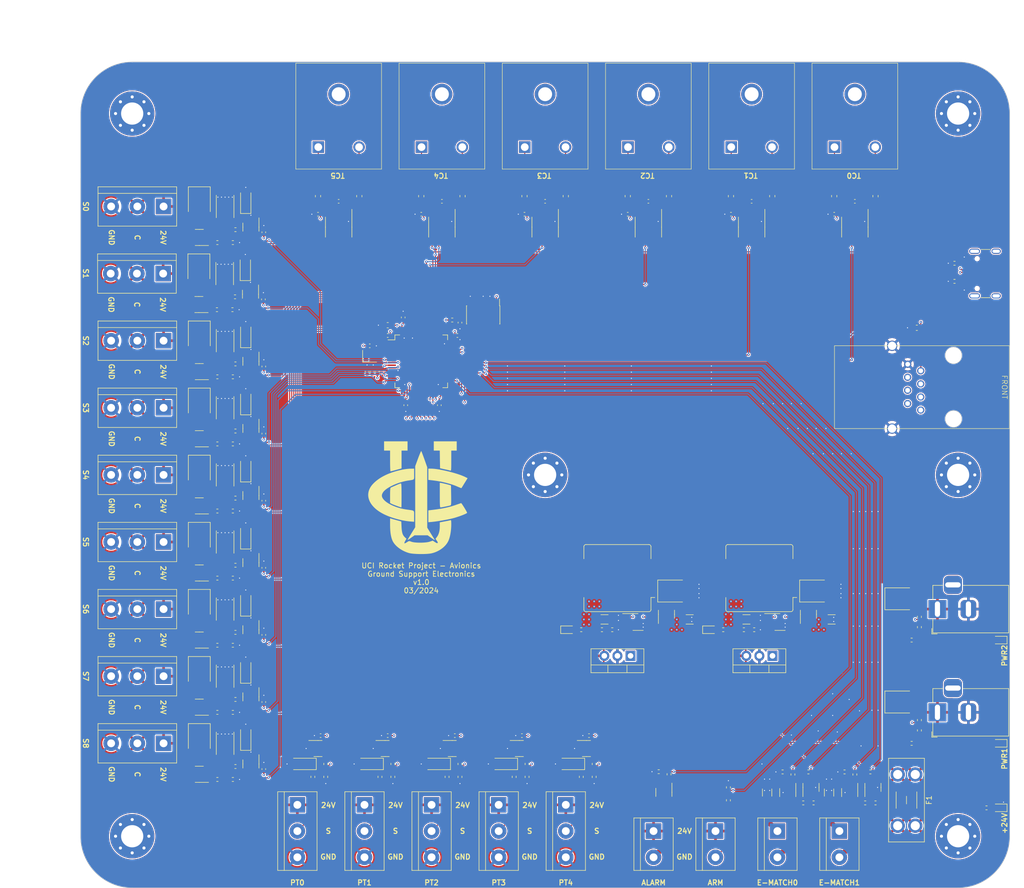
<source format=kicad_pcb>
(kicad_pcb (version 20221018) (generator pcbnew)
  (layers (0 "F.Cu" mixed) (1 "In1.Cu" power) (2 "In2.Cu" power) (31 "B.Cu" mixed) (34 "B.Paste" user) (35 "F.Paste" user) (36 "B.SilkS" user "B.Silkscreen") (37 "F.SilkS" user "F.Silkscreen") (38 "B.Mask" user) (39 "F.Mask" user) (44 "Edge.Cuts" user))
  (net 0 "")
  (net 1 "+3.3V")
  (net 2 "GND")
  (net 3 "+24V")
  (net 4 "+5V")
  (net 5 "/E-Match0/PWR")
  (net 6 "Net-(U19-T+)")
  (net 7 "Net-(U19-T-)")
  (net 8 "Net-(U20-T+)")
  (net 9 "Net-(U20-T-)")
  (net 10 "Net-(U21-T+)")
  (net 11 "Net-(U21-T-)")
  (net 12 "Net-(U22-T+)")
  (net 13 "Net-(U22-T-)")
  (net 14 "Net-(U23-T+)")
  (net 15 "Net-(U23-T-)")
  (net 16 "Net-(U24-T+)")
  (net 17 "Net-(U24-T-)")
  (net 18 "Net-(D1-K)")
  (net 19 "Net-(D1-A)")
  (net 20 "Net-(D2-A)")
  (net 21 "Net-(D3-K)")
  (net 22 "Net-(D4-K)")
  (net 23 "Net-(D5-A)")
  (net 24 "Net-(D6-A)")
  (net 25 "Net-(D7-A)")
  (net 26 "Net-(D8-A)")
  (net 27 "Net-(D9-A)")
  (net 28 "Net-(D10-A)")
  (net 29 "Net-(D11-K)")
  (net 30 "Net-(D12-A)")
  (net 31 "Net-(D13-K)")
  (net 32 "Net-(D14-A)")
  (net 33 "Net-(D15-K)")
  (net 34 "Net-(D16-A)")
  (net 35 "Net-(D17-K)")
  (net 36 "Net-(D18-A)")
  (net 37 "Net-(D19-K)")
  (net 38 "Net-(D20-A)")
  (net 39 "Net-(D21-K)")
  (net 40 "Net-(D22-A)")
  (net 41 "Net-(D23-K)")
  (net 42 "Net-(D24-A)")
  (net 43 "Net-(D25-K)")
  (net 44 "Net-(D26-A)")
  (net 45 "Net-(D27-K)")
  (net 46 "Net-(D28-K)")
  (net 47 "Net-(D29-K)")
  (net 48 "Net-(D30-K)")
  (net 49 "Net-(D31-K)")
  (net 50 "Net-(D32-K)")
  (net 51 "Net-(TC1-+)")
  (net 52 "Net-(TC1--)")
  (net 53 "Net-(TC2-+)")
  (net 54 "Net-(TC2--)")
  (net 55 "Net-(TC3-+)")
  (net 56 "Net-(TC3--)")
  (net 57 "Net-(TC4-+)")
  (net 58 "Net-(TC4--)")
  (net 59 "Net-(TC5-+)")
  (net 60 "Net-(TC5--)")
  (net 61 "Net-(TC6-+)")
  (net 62 "Net-(TC6--)")
  (net 63 "MCU_SWDIO")
  (net 64 "MCU_SWCLK")
  (net 68 "MCU_~{RST}")
  (net 69 "USB_VBUS")
  (net 70 "Net-(J4-CC1)")
  (net 71 "USB_D+")
  (net 72 "USB_D-")
  (net 74 "Net-(J4-CC2)")
  (net 76 "Net-(J5-Pin_2)")
  (net 77 "Net-(J7-Pin_2)")
  (net 78 "Net-(J8-Pin_2)")
  (net 79 "Net-(J18-Pin_2)")
  (net 80 "Net-(J19-Pin_2)")
  (net 81 "Net-(J20-Pin_2)")
  (net 82 "Net-(J21-Pin_2)")
  (net 83 "Net-(J22-Pin_2)")
  (net 84 "Net-(Q1-G)")
  (net 85 "Net-(Q2-G)")
  (net 86 "Net-(Q3-G)")
  (net 87 "Net-(Q4-G)")
  (net 88 "Net-(Q5-G)")
  (net 89 "EMATCH0_CONT")
  (net 90 "Net-(Q6-G)")
  (net 91 "Net-(Q7-G)")
  (net 92 "EMATCH1_CONT")
  (net 93 "Net-(Q8-G)")
  (net 94 "Net-(Q8-S)")
  (net 95 "Net-(Q9-G)")
  (net 96 "Net-(Q9-S)")
  (net 97 "Net-(Q10-G)")
  (net 98 "Net-(Q10-S)")
  (net 99 "Net-(Q11-G)")
  (net 100 "Net-(Q11-S)")
  (net 101 "Net-(Q12-G)")
  (net 102 "Net-(Q12-S)")
  (net 103 "Net-(Q13-G)")
  (net 104 "Net-(Q13-S)")
  (net 105 "Net-(Q14-G)")
  (net 106 "Net-(Q14-S)")
  (net 107 "Net-(Q15-G)")
  (net 108 "Net-(Q15-S)")
  (net 109 "Net-(Q16-G)")
  (net 110 "Net-(Q16-S)")
  (net 111 "PWR0")
  (net 112 "PWR1")
  (net 113 "Net-(U2-FB)")
  (net 114 "Net-(U3-FB)")
  (net 115 "ALARM")
  (net 116 "ARMED")
  (net 117 "EMATCH0_FIRE")
  (net 118 "EMATCH1_FIRE")
  (net 119 "SOLENOID0_EN")
  (net 120 "SOLENOID1_EN")
  (net 121 "SOLENOID2_EN")
  (net 122 "SOLENOID3_EN")
  (net 123 "SOLENOID4_EN")
  (net 124 "SOLENOID5_EN")
  (net 125 "SOLENOID6_EN")
  (net 126 "SOLENOID7_EN")
  (net 127 "SOLENOID8_EN")
  (net 128 "PT0")
  (net 129 "Net-(U14--)")
  (net 130 "PT1")
  (net 131 "Net-(U15--)")
  (net 132 "PT2")
  (net 133 "Net-(U16--)")
  (net 134 "PT3")
  (net 135 "Net-(U17--)")
  (net 136 "PT4")
  (net 137 "Net-(U18--)")
  (net 138 "Net-(U1-PD0)")
  (net 140 "SOLENOID0_FB")
  (net 141 "SOLENOID1_FB")
  (net 142 "SOLENOID2_FB")
  (net 143 "SOLENOID3_FB")
  (net 144 "SOLENOID4_FB")
  (net 145 "SOLENOID5_FB")
  (net 146 "SOLENOID6_FB")
  (net 147 "SOLENOID7_FB")
  (net 148 "SOLENOID8_FB")
  (net 149 "ETH_~{RST}")
  (net 150 "ETH_RX")
  (net 151 "ETH_TX")
  (net 152 "ETH_RTS")
  (net 153 "ETH_CTS")
  (net 154 "TC0_~{CS}")
  (net 155 "TC1_~{CS}")
  (net 156 "TC2_~{CS}")
  (net 157 "TC_SCK")
  (net 158 "TC_MISO")
  (net 159 "TC3_~{CS}")
  (net 160 "TC4_~{CS}")
  (net 161 "TC5_~{CS}")
  (footprint "Capacitor_SMD:C_0402_1005Metric" (layer "F.Cu") (at 190 67)
    (fp_text reference "C34" hide)
    (fp_text value "10nF")
  )
  (footprint "Resistor_SMD:R_0402_1005Metric" (layer "F.Cu") (at 146.5 178.5 90)
    (fp_text reference "R78" hide)
    (fp_text value "10K")
  )
  (footprint "Capacitor_SMD:C_0402_1005Metric" (layer "F.Cu") (at 166 69.5 180)
    (fp_text reference "C37" hide)
    (fp_text value "100nF")
  )
  (footprint "UCIRP-KiCAD-Lib:AM-K-PCB" (layer "F.Cu") (at 150 50.5 90)
    (fp_text reference "TC4" hide)
    (fp_text value "Thermocouple" hide)
  )
  (footprint "TerminalBlock:TerminalBlock_bornier-3_P5.08mm" (layer "F.Cu") (at 76.08 146 180)
    (fp_text reference "J15" hide)
    (fp_text value "Solenoid")
  )
  (footprint "TerminalBlock:TerminalBlock_bornier-2_P5.08mm" (layer "F.Cu") (at 171 189 -90)
    (fp_text reference "J5" hide)
    (fp_text value "ALARM")
  )
  (footprint "Resistor_SMD:R_0402_1005Metric" (layer "F.Cu") (at 86.5 166 180)
    (fp_text reference "R60" hide)
    (fp_text value "100R")
  )
  (footprint "Resistor_SMD:R_0402_1005Metric" (layer "F.Cu") (at 212 183.54)
    (fp_text reference "R28" hide)
    (fp_text value "33K")
  )
  (footprint "Resistor_SMD:R_0402_1005Metric" (layer "F.Cu") (at 131 178.5 90)
    (fp_text reference "R73" hide)
    (fp_text value "1K")
  )
  (footprint "Resistor_SMD:R_0402_1005Metric" (layer "F.Cu") (at 90 137.5)
    (fp_text reference "R54" hide)
    (fp_text value "1K")
  )
  (footprint "Resistor_SMD:R_0402_1005Metric" (layer "F.Cu") (at 90 72.5)
    (fp_text reference "R34" hide)
    (fp_text value "1K")
  )
  (footprint "Resistor_SMD:R_0402_1005Metric" (layer "F.Cu") (at 89.5 140 180)
    (fp_text reference "R51" hide)
    (fp_text value "10K")
  )
  (footprint "Diode_SMD:D_SOD-123" (layer "F.Cu") (at 92 119 90)
    (fp_text reference "D19" hide)
    (fp_text value "MMSZ4684T1G")
  )
  (footprint "Resistor_SMD:R_0402_1005Metric" (layer "F.Cu") (at 213 177.54 180)
    (fp_text reference "R30" hide)
    (fp_text value "10K")
  )
  (footprint "Resistor_SMD:R_0402_1005Metric" (layer "F.Cu") (at 132 90 180)
    (fp_text reference "R1" hide)
    (fp_text value "10K")
  )
  (footprint "MountingHole:MountingHole_4.3mm_M4_Pad_Via" (layer "F.Cu") (at 150 120)
    (fp_text reference "REF**" hide)
    (fp_text value "MountingHole_4.3mm_M4_Pad_Via")
  )
  (footprint "Resistor_SMD:R_0402_1005Metric" (layer "F.Cu") (at 90 150.5)
    (fp_text reference "R58" hide)
    (fp_text value "1K")
  )
  (footprint "Capacitor_SMD:C_0402_1005Metric" (layer "F.Cu") (at 95.5 177 90)
    (fp_text reference "C26" hide)
    (fp_text value "100nF")
  )
  (footprint "Connector_BarrelJack:BarrelJack_Horizontal" (layer "F.Cu") (at 226 146 180)
    (fp_text reference "J3" hide)
    (fp_text value "PWR1")
  )
  (footprint "Diode_SMD:D_PowerDI-5" (layer "F.Cu") (at 83 146 -90)
    (fp_text reference "D22" hide)
    (fp_text value "SDT8A100P5-7")
  )
  (footprint "TerminalBlock:TerminalBlock_bornier-3_P5.08mm" (layer "F.Cu") (at 76.08 94 180)
    (fp_text reference "J11" hide)
    (fp_text value "Solenoid")
  )
  (footprint "Diode_SMD:D_SOD-123" (layer "F.Cu") (at 91.92 80 90)
    (fp_text reference "D13" hide)
    (fp_text value "MMSZ4684T1G")
  )
  (footprint "Diode_SMD:D_PowerDI-5" (layer "F.Cu") (at 83 68 -90)
    (fp_text reference "D10" hide)
    (fp_text value "SDT8A100P5-7")
  )
  (footprint "Diode_SMD:D_PowerDI-5" (layer "F.Cu") (at 175.62 142.5)
    (fp_text reference "D3" hide)
    (fp_text value "SDT8A100P5-7")
  )
  (footprint "UCIRP-KiCAD-Lib:AM-K-PCB" (layer "F.Cu") (at 170 50.5 90)
    (fp_text reference "TC3" hide)
    (fp_text value "Thermocouple" hide)
  )
  (footprint "LED_SMD:LED_0603_1608Metric" (layer "F.Cu") (at 154.5 150)
    (fp_text reference "D8" hide)
    (fp_text value "LED")
  )
  (footprint "TerminalBlock:TerminalBlock_bornier-3_P5.08mm" (layer "F.Cu") (at 76.08 107 180)
    (fp_text reference "J12" hide)
    (fp_text value "Solenoid")
  )
  (footprint "Package_TO_SOT_SMD:SOT-23-3" (layer "F.Cu") (at 213.5 180.54 90)
    (fp_text reference "Q7" hide)
    (fp_text value "DMG3402L")
  )
  (footprint "UCIRP-KiCAD-Lib:GC-XPORT" (layer "F.Cu") (at 223 103 180)
    (fp_text reference "U4" hide)
    (fp_text value "~")
    (fp_circle (center -6.11 -6.15) (end -4.485 -6.15) (stroke (width 0.1)) (fill none) (layer "Edge.Cuts"))
    (fp_circle (center -6.11 6.15) (end -4.485 6.15) (stroke (width 0.1)) (fill none) (layer "Edge.Cuts"))
  )
  (footprint "Capacitor_SMD:C_0402_1005Metric" (layer "F.Cu") (at 95.5 125 90)
    (fp_text reference "C22" hide)
    (fp_text value "100nF")
  )
  (footprint "UCIRP-KiCAD-Lib:AM-K-PCB" (layer "F.Cu") (at 130 50.5 90)
    (fp_text reference "TC5" hide)
    (fp_text value "Thermocouple" hide)
  )
  (footprint "Package_TO_SOT_SMD:SOT-23-5" (layer "F.Cu") (at 145 173.01)
    (fp_text reference "U17" hide)
    (fp_text value "~")
  )
  (footprint "LED_SMD:LED_0603_1608Metric" (layer "F.Cu") (at 238 172 180)
    (fp_text reference "D5" hide)
    (fp_text value "LED")
  )
  (footprint "Capacitor_SMD:C_0402_1005Metric" (layer "F.Cu") (at 129.5 106.5 -90)
    (fp_text reference "C4" hide)
    (fp_text value "100nF")
  )
  (footprint "Inductor_SMD:L_0603_1608Metric" (layer "F.Cu") (at 134 66 90)
    (fp_text reference "FB10" hide)
    (fp_text value "BLM18PG471SH1D")
  )
  (footprint "Resistor_SMD:R_0402_1005Metric" (layer "F.Cu") (at 229.3 79)
    (fp_text reference "R16" hide)
    (fp_text value "5.1K")
  )
  (footprint "Package_TO_SOT_SMD:SOT-23-5" (layer "F.Cu") (at 93 137 -90)
    (fp_text reference "U10" hide)
    (fp_text value "~")
  )
  (footprint "Capacitor_SMD:C_0402_1005Metric" (layer "F.Cu") (at 106.5 170.51 180)
    (fp_text reference "C27" hide)
    (fp_text value "100nF")
  )
  (footprint "UCIRP-KiCAD-Lib:UCIRP_Logo_2" (layer "F.Cu") (at 126 124)
    (fp_text reference "REF**" hide)
    (fp_text value "UCIRP_Logo_2" hide)
  )
  (footprint "Package_TO_SOT_SMD:SOT-23-3" (layer "F.Cu") (at 83 139 180)
    (fp_text reference "Q13" hide)
    (fp_text value "DMG3402L")
  )
  (footprint "Package_TO_SOT_THT:TO-220-3_Vertical" (layer "F.Cu") (at 166.54 155.055 180)
    (fp_text reference "U25" hide)
    (fp_text value "~")
  )
  (footprint "Resistor_SMD:R_0402_1005Metric" (layer "F.Cu") (at 208 177.54)
    (fp_text reference "R26" hide)
    (fp_text value "10K")
  )
  (footprint "Diode_SMD:D_PowerDI-5" (layer "F.Cu") (at 83 172 -90)
    (fp_text reference "D26" hide)
    (fp_text value "SDT8A100P5-7")
  )
  (footprint "Resistor_SMD:R_2512_6332Metric" (layer "F.Cu") (at 88 120 -90)
    (fp_text reference "R49" hide)
    (fp_text value "1R")
  )
  (footprint "TerminalBlock:TerminalBlock_bornier-3_P5.08mm" (layer "F.Cu") (at 76.08 159 180)
    (fp_text reference "J16" hide)
    (fp_text value "Solenoid")
  )
  (footprint "Diode_SMD:D_SOD-123" (layer "F.Cu") (at 92 67 90)
    (fp_text reference "D11" hide)
    (fp_text value "MMSZ4684T1G")
  )
  (footprint "TerminalBlock:TerminalBlock_bornier-2_P5.08mm" (layer "F.Cu") (at 195 189 -90)
    (fp_text reference "J7" hide)
    (fp_text value "E-MATCH")
  )
  (footprint "MountingHole:MountingHole_4.3mm_M4_Pad_Via" (layer "F.Cu") (at 230 190)
    (fp_text reference "REF**" hide)
    (fp_text value "MountingHole_4.3mm_M4_Pad_Via")
  )
  (footprint "Resistor_SMD:R_0402_1005Metric" (layer "F.Cu") (at 229.3 82.5)
    (fp_text reference "R15" hide)
    (fp_text value "5.1K")
  )
  (footprint "Inductor_SMD:L_0603_1608Metric" (layer "F.Cu") (at 126 66 -90)
    (fp_text reference "FB9" hide)
    (fp_text value "BLM18PG471SH1D")
  )
  (footprint "Inductor_SMD:L_0603_1608Metric" (layer "F.Cu") (at 186 66 -90)
    (fp_text reference "FB3" hide)
    (fp_text value "BLM18PG471SH1D")
  )
  (footprint "Capacitor_SMD:C_0402_1005Metric" (layer "F.Cu") (at 95.5 151 90)
    (fp_text reference "C24" hide)
    (fp_text value "100nF")
  )
  (footprint "TerminalBlock:TerminalBlock_bornier-3_P5.08mm" (layer "F.Cu") (at 76.08 133 180)
    (fp_text reference "J14" hide)
    (fp_text value "Solenoid")
  )
  (footprint "Inductor_SMD:L_Bourns_SRR1208_12.7x12.7mm" (layer "F.Cu") (at 164 140 180)
    (fp_text reference "L1" hide)
    (fp_text value "SRR1208-220ML")
  )
  (footprint "Capacitor_SMD:C_0402_1005Metric" (layer "F.Cu") (at 186 69.5 180)
    (fp_text reference "C35" hide)
    (fp_text value "100nF")
  )
  (footprint "Capacitor_SMD:C_1206_3216Metric" (layer "F.Cu") (at 178 148)
    (fp_text reference "C11" hide)
    (fp_text value "22uF")
  )
  (footprint "Package_SO:SOIC-8_3.9x4.9mm_P1.27mm" (layer "F.Cu") (at 110 72 -90)
    (fp_text reference "U24" hide)
    (fp_text value "~")
  )
  (footprint "Resistor_SMD:R_0402_1005Metric" (layer "F.Cu") (at 144 178.5 90)
    (fp_text reference "R76" hide)
    (fp_text value "1K")
  )
  (footprint "Package_QFP:LQFP-64_10x10mm_P0.5mm" (layer "F.Cu") (at 126 98)
    (fp_text reference "U1" hide)
    (fp_text value "~")
  )
  (footprint "Diode_SMD:D_MiniMELF" (layer "F.Cu") (at 103 176 180)
    (fp_text reference "D28" hide)
    (fp_text value "BZV55-B5V1")
  )
  (footprint "Diode_SMD:D_SOD-123" (layer "F.Cu") (at 92 145 90)
    (fp_text reference "D23" hide)
    (fp_text value "MMSZ4684T1G")
  )
  (footprint "Resistor_SMD:R_0402_1005Metric" (layer "F.Cu") (at 161 150 180)
    (fp_text reference "R6" hide)
    (fp_text value "100K")
  )
  (footprint "TerminalBlock:TerminalBlock_bornier-2_P5.08mm" (layer "F.Cu") (at 183 189 -90)
    (fp_text reference "J6" hide)
    (fp_text value "ARM")
  )
  (footprint "Package_TO_SOT_SMD:SOT-23-5" (layer "F.Cu") (at 92.92 85 -90)
    (fp_text reference "U6" hide)
    (fp_text value "~")
  )
  (footprint "Capacitor_SMD:C_1206_3216Metric" (layer "F.Cu") (at 205.5 148)
    (fp_text reference "C13" hide)
    (fp_text value "22uF")
  )
  (footprint "Resistor_SMD:R_0402_1005Metric" (layer "F.Cu") (at 184.5 150)
    (fp_text reference "R14" hide)
    (fp_text value "470R")
  )
  (footprint "Package_TO_SOT_SMD:SOT-23-3" (layer "F.Cu") (at 83 74 180)
    (fp_text reference "Q8" hide)
    (fp_text value "DMG3402L")
  )
  (footprint "Package_SO:SOIC-8_3.9x4.9mm_P1.27mm" (layer "F.Cu") (at 210 72 -90)
    (fp_text reference "U19" hide)
    (fp_text value "~")
  )
  (footprint "Diode_SMD:D_PowerDI-5" (layer "F.Cu") (at 219.62 144)
    (fp_text reference "D2" hide)
    (fp_text value "SDT8A100P5-7")
  )
  (footprint "Diode_SMD:D_SOD-123" (layer "F.Cu") (at 92 132 90)
    (fp_text reference "D21" hide)
    (fp_text value "MMSZ4684T1G")
  )
  (footprint "Capacitor_SMD:C_0402_1005Metric" (layer "F.Cu") (at 132.5 170.51 180)
    (fp_text reference "C29" hide)
    (fp_text value "100nF")
  )
  (footprint "Resistor_SMD:R_0402_1005Metric" (layer "F.Cu") (at 156.99 150)
    (fp_text reference "R13" hide)
    (fp_text value "1K")
  )
  (footprint "Resistor_SMD:R_2512_6332Metric" (layer "F.Cu") (at 87.92 81 -90)
    (fp_text reference "R37" hide)
    (fp_text value "1R")
  )
  (footprint "Capacitor_SMD:C_0402_1005Metric" (layer "F.Cu") (at 133 93)
    (fp_text reference "C5" hide)
    (fp_text value "100nF")
  )
  (footprint "MountingHole:MountingHole_4.3mm_M4_Pad_Via" (layer "F.Cu") (at 70 50)
    (fp_text reference "REF**" hide)
    (fp_text value "MountingHole_4.3mm_M4_Pad_Via")
  )
  (footprint "Resistor_SMD:R_2512_6332Metric" (layer "F.Cu") (at 88 107 -90)
    (fp_text reference "R45" hide)
    (fp_text value "1R")
  )
  (footprint "Resistor_SMD:R_2512_6332Metric" (layer "F.Cu") (at 88 94 -90)
    (fp_text reference "R41" hide)
    (fp_text value "1R")
  )
  (footprint "Diode_SMD:D_SOD-123" (layer "F.Cu") (at 92 93 90)
    (fp_text reference "D15" hide)
    (fp_text value "MMSZ4684T1G")
  )
  (footprint "Resistor_SMD:R_0402_1005Metric" (layer "F.Cu") (at 190.5 150 180)
    (fp_text reference "R9" hide)
    (fp_text value "20K")
  )
  (footprint "TerminalBlock:TerminalBlock_bornier-3_P5.08mm" (layer "F.Cu") (at 76.08 172 180)
    (fp_text reference "J17" hide)
    (fp_text value "Solenoid")
  )
  (footprint "Resistor_SMD:R_2512_6332Metric" (layer "F.Cu") (at 88 146 -90)
    (fp_text reference "R57" hide)
    (fp_text value "1R")
  )
  (footprint "Resistor_SMD:R_0402_1005Metric" (layer "F.Cu") (at 90 98.5)
    (fp_text reference "R42" hide)
    (fp_text value "1K")
  )
  (footprint "Resistor_SMD:R_0402_1005Metric" (layer "F.Cu") (at 90 124.5)
    (fp_text reference "R50" hide)
    (fp_text value "1K")
  )
  (footprint "Resistor_SMD:R_0402_1005Metric" (layer "F.Cu") (at 86.5 140 180)
    (fp_text reference "R52" hide)
    (fp_text value "100R")
  )
  (footprint "Package_TO_SOT_SMD:SOT-23-3" (layer "F.Cu") (at 83 178 180)
    (fp_text reference "Q16" hide)
    (fp_text value "DMG3402L")
  )
  (footprint "Package_SO:VSSOP-8_3.0x3.0mm_P0.65mm" (layer "F.Cu") (at 195.5 148.5)
    (fp_text reference "U3" hide)
    (fp_text value "~")
  )
  (footprint "Package_TO_SOT_THT:TO-220-3_Vertical" (layer "F.Cu") (at 194.04 155.055 180)
    (fp_text reference "U26" hide)
    (fp_text value "~")
  )
  (footprint "TerminalBlock:TerminalBlock_bornier-3_P5.08mm" (layer "F.Cu") (at 154 183.92 -90)
    (fp_text reference "J22" hide)
    (fp_text value "PT")
  )
  (footprint "Diode_SMD:D_SOD-123" (layer "F.Cu") (at 92 171 90)
    (fp_text reference "D27" hide)
    (fp_text value "MMSZ4684T1G")
  )
  (footprint "Package_TO_SOT_SMD:SOT-23-5" (layer "F.Cu") (at 106 173.01)
    (fp_text reference "U14" hide)
    (fp_text value "~")
  )
  (footprint "Capacitor_SMD:C_0402_1005Metric" (layer "F.Cu") (at 123 106.5 -90)
    (fp_text reference "C3" hide)
    (fp_text value "100nF")
  )
  (footprint "UCIRP-KiCAD-Lib:AM-K-PCB" (layer "F.Cu") (at 110 50.5 90)
    (fp_text reference "TC6" hide)
    (fp_text value "Thermocouple" hide)
  )
  (footprint "Resistor_SMD:R_0402_1005Metric" (layer "F.Cu") (at 146.5 176 90)
    (fp_text reference "R77" hide)
    (fp_text value "5K")
  )
  (footprint "Resistor_SMD:R_0402_1005Metric" (layer "F.Cu") (at 159.5 176 90)
    (fp_text reference "R80" hide)
    (fp_text value "5K")
  )
  (footprint "Resistor_SMD:R_0402_1005Metric" (layer "F.Cu") (at 185.5 183.04 -90)
    (fp_text reference "R19" hide)
    (fp_text value "100K")
  )
  (footprint "MountingHole:MountingHole_4.3mm_M4_Pad_Via" (layer "F.Cu") (at 70 190)
    (fp_text reference "REF**" hide)
    (fp_text value "MountingHole_4.3mm_M4_Pad_Via")
  )
  (footprint "Resistor_SMD:R_2512_6332Metric" (layer "F.Cu") (at 88 68 -90)
    (fp_text reference "R33" hide)
    (fp_text value "1R")
  )
  (footprint "Resistor_SMD:R_0402_1005Metric" (layer "F.Cu") (at 86.5 114 180)
    (fp_text reference "R44" hide)
    (fp_text value "100R")
  )
  (footprint "Capacitor_SMD:C_0402_1005Metric" (layer "F.Cu") (at 158.5 170.51 180)
    (fp_text reference "C31" hide)
    (fp_text value "100nF")
  )
  (footprint "Capacitor_SMD:C_0402_1005Metric" (layer "F.Cu") (at 133.5 90.5 -90)
    (fp_text reference "C10" hide)
    (fp_text value "100nF")
  )
  (footprint "TerminalBlock:TerminalBlock_bornier-2_P5.08mm" (layer "F.Cu") (at 207 189 -90)
    (fp_text reference "J8" hide)
    (fp_text value "E-MATCH")
  )
  (footprint "LED_SMD:LED_0603_1608Metric" (layer "F.Cu") (at 182 150)
    (fp_text reference "D9" hide)
    (fp_text value "LED")
  )
  (footprint "Resistor_SMD:R_0402_1005Metric" (layer "F.Cu") (at 188.5 150 180)
    (fp_text reference "R8" hide)
    (fp_text value "33K")
  )
  (footprint "Diode_SMD:D_MiniMELF" (layer "F.Cu") (at 129 176 180)
    (fp_text reference "D30" hide)
    (fp_text value "BZV55-B5V1")
  )
  (footprint "Connector_BarrelJack:BarrelJack_Horizontal" (layer "F.Cu") (at 226 166 180)
    (fp_text reference "J2" hide)
    (fp_text value "PWR0")
  )
  (footprint "Package_TO_SOT_SMD:SOT-23-5" (layer "F.Cu") (at 93 124 -90)
    (fp_text reference "U9" hide)
    (fp_text value "~")
  )
  (footprint "Resistor_SMD:R_0402_1005Metric" (layer "F.Cu") (at 222.5 169.5 90)
    (fp_text reference "R3" hide)
    (fp_text value "15K")
  )
  (footprint "Capacitor_SMD:C_0402_1005Metric" (layer "F.Cu") (at 145.5 170.51 180)
    (fp_text reference "C30" hide)
    (fp_text value "100nF")
  )
  (footprint "Inductor_SMD:L_0603_1608Metric" (layer "F.Cu") (at 146 66 -90)
    (fp_text reference "FB7" hide)
    (fp_text value "BLM18PG471SH1D")
  )
  (footprint "Resistor_SMD:R_0402_1005Metric" (layer "F.Cu") (at 157 178.5 90)
    (fp_text reference "R79" hide)
    (fp_text value "1K")
  )
  (footprint "Crystal:Crystal_SMD_2016-4Pin_2.0x1.6mm" (layer "F.Cu") (at 116 97)
    (fp_text reference "Y1" hide)
    (fp_text value "16MHz")
  )
  (footprint "Capacitor_SMD:C_0402_1005Metric" (layer "F.Cu") (at 117.5 100 90)
    (fp_text reference "C9" hide)
    (fp_text value "10nF")
  )
  (footprint "Resistor_SMD:R_0402_1005Metric" (layer "F.Cu") (at 120.5 176 90)
    (fp_text reference "R71" hide)
    (fp_text value "5K")
  )
  (footprint "Capacitor_SMD:C_0402_1005Metric" (layer "F.Cu") (at 95.42 86 90)
    (fp_text reference "C19" hide)
    (fp_text value "100nF")
  )
  (footprint "Capacitor_SMD:C_0402_1005Metric" (layer "F.Cu") (at 95.5 99 90)
    (fp_text reference "C20" hide)
    (fp_text value "100nF")
  )
  (footprint "Inductor_SMD:L_0603_1608Metric" (layer "F.Cu") (at 206 66 -90)
    (fp_text reference "FB1" hide)
    (fp_text value "BLM18PG471SH1D")
  )
  (footprint "Resistor_SMD:R_0402_1005Metric" (layer "F.Cu") (at 185.5 180.54 -90)
    (fp_text reference "R20" hide)
    (fp_text value "15K")
  )
  (footprint "Capacitor_SMD:C_0402_1005Metric" (layer "F.Cu") (at 116.02 95)
    (fp_text reference "C44" hide)
    (fp_text value "100nF")
  )
  (footprint "Resistor_SMD:R_0402_1005Metric" (layer "F.Cu") (at 107.5 176 90)
    (fp_text reference "R68" hide)
    (fp_text value "5K")
  )
  (footprint "MountingHole:MountingHole_4.3mm_M4_Pad_Via" (layer "F.Cu") (at 230 50)
    (fp_text reference "REF**" hide)
    (fp_text value "MountingHole_4.3mm_M4_Pad_Via")
  )
  (footprint "Resistor_SMD:R_0402_1005Metric" (layer "F.Cu") (at 90 163.5)
    (fp_text reference "R62" hide)
    (fp_text value "1K")
  )
  (footprint "Resistor_SMD:R_0402_1005Metric" (layer "F.Cu") (at 89.5 166 180)
    (fp_text reference "R59" hide)
    (fp_text value "10K")
  )
  (footprint "Resistor_SMD:R_0402_1005Metric" (layer "F.Cu") (at 172 177.5)
    (fp_text reference "R17" hide)
    (fp_text value "10K")
  )
  (footprint "Resistor_SMD:R_0402_1005Metric" (layer "F.Cu") (at 221 152 180)
    (fp_text reference "R11" hide)
    (fp_text value "3.3K")
  )
  (footprint "Package_TO_SOT_SMD:SOT-23-5" (layer "F.Cu") (at 93 163 -90)
    (fp_text reference "U12" hide)
    (fp_text value "~")
  )
  (footprint "Resistor_SMD:R_0402_1005Metric" (layer "F.Cu") (at 133.5 176 90)
    (fp_text reference "R74" hide)
    (fp_text value "5K")
  )
  (footprint "Capacitor_SMD:C_0402_1005Metric" (layer "F.Cu") (at 150 67)
    (fp_text reference "C38" hide)
    (fp_text value "10nF")
  )
  (footprint "UCIRP-KiCAD-Lib:AM-K-PCB" (layer "F.Cu") (at 210 50.5 90)
    (fp_text reference "TC1" hide)
    (fp_text value "Thermocouple" hide)
  )
  (footprint "Resistor_SMD:R_0402_1005Metric" (layer "F.Cu") (at 90 176.5)
    (fp_text reference "R66" hide)
    (fp_text value "1K")
  )
  (footprint "Inductor_SMD:L_0603_1608Metric" (layer "F.Cu") (at 214 66 90)
    (fp_text reference "FB2" hide)
    (fp_text value "BLM18PG471SH1D")
  )
  (footprint "TerminalBlock:TerminalBlock_bornier-3_P5.08mm" (layer "F.Cu") (at 76.08 120 180)
    (fp_text reference "J13" hide)
    (fp_text value "Solenoid")
  )
  (footprint "Resistor_SMD:R_0402_1005Metric" (layer "F.Cu") (at 201 177.54 180)
    (fp_text reference "R25" hide)
    (fp_text value "10K")
  )
  (footprint "Package_TO_SOT_SMD:SOT-23-3" (layer "F.Cu") (at 83 126 180)
    (fp_text reference "Q12" hide)
    (fp_text value "DMG3402L")
  )
  (footprint "Capacitor_SMD:C_0402_1005Metric" (layer "F.Cu") (at 119.5 170.51 180)
    (fp_text reference "C28" hide)
    (fp_text value "100nF")
  )
  (footprint "Diode_SMD:D_MiniMELF" (layer "F.Cu") (at 155 176 180)
    (fp_text reference "D32" hide)
    (fp_text value "BZV55-B5V1")
  )
  (footprint "LED_SMD:LED_0603_1608Metric" (layer "F.Cu") (at 238 152 180)
    (fp_text reference "D6" hide)
    (fp_text value "LED")
  )
  (footprint "Diode_SMD:D_PowerDI-5" (layer "F.Cu") (at 83 159 -90)
    (fp_text reference "D24" hide)
    (fp_text value "SDT8A100P5-7")
  )
  (footprint "Package_TO_SOT_SMD:SOT-23-3" (layer "F.Cu") (at 83 165 180)
    (fp_text reference "Q15" hide)
    (fp_text value "DMG3402L")
  )
  (footprint "Resistor_SMD:R_0402_1005Metric" (layer "F.Cu") (at 210 178.04 -90)
    (fp_text reference "R27" hide)
    (fp_text value "100R")
  )
  (footprint "TerminalBlock:TerminalBlock_bornier-3_P5.08mm" (layer "F.Cu") (at 102 183.92 -90)
    (fp_text reference "J18" hide)
    (fp_text value "PT")
  )
  (footprint "Capacitor_SMD:C_1206_3216Metric" (layer "F.Cu") (at 189 148)
    (fp_text reference "C14" hide)
    (fp_text value "100uF")
  )
  (footprint "Package_TO_SOT_SMD:SOT-23-3" (layer "F.Cu") (at 82.92 87 180)
    (fp_text reference "Q9" hide)
    (fp_text value "DMG3402L")
  )
  (footprint "MountingHole:MountingHole_4.3mm_M4_Pad_Via" (layer "F.Cu") (at 230 120)
    (fp_text reference "REF**" hide)
    (fp_text value "MountingHole_4.3mm_M4_Pad_Via")
  )
  (footprint "Package_SO:SOIC-8_3.9x4.9mm_P1.27mm" (layer "F.Cu") (at 190 72 -90)
    (fp_text reference "U20" hide)
    (fp_text value "~")
  )
  (footprint "Capacitor_SMD:C_0402_1005Metric" (layer "F.Cu") (at 95.5 112 90)
    (fp_text reference "C21" hide)
    (fp_text value "100nF")
  )
  (footprint "Capacitor_SMD:C_0402_1005Metric" (layer "F.Cu") (at 210 67)
    (fp_text reference "C33" hide)
    (fp_text value "10nF")
  )
  (footprint "Capacitor_SMD:C_0402_1005Metric" (layer "F.Cu") (at 170 67)
    (fp_text reference "C36" hide)
    (fp_text value "10nF")
  )
  (footprint "Diode_SMD:D_PowerDI-5" (layer "F.Cu") (at 82.92 81 -90)
    (fp_text reference "D12" hide)
    (fp_text value "SDT8A100P5-7")
  )
  (footprint "Package_SO:SOIC-8_3.9x4.9mm_P1.27mm" (layer "F.Cu") (at 170 72 -90)
    (fp_text reference "U21" hide)
    (fp_text value "~")
  )
  (footprint "Diode_SMD:D_PowerDI-5" (layer "F.Cu") (at 83 94 -90)
    (fp_text reference "D14" hide)
    (fp_text value "SDT8A100P5-7")
  )
  (footprint "Inductor_SMD:L_0603_1608Metric" (layer "F.Cu") (at 166 66 -90)
    (fp_text reference "FB5" hide)
    (fp_text value "BLM18PG471SH1D")
  )
  (footprint "Resistor_SMD:R_0402_1005Metric" (layer "F.Cu") (at 89.5 127 180)
    (fp_text reference "R47" hide)
    (fp_text value "10K")
  )
  (footprint "TerminalBlock:TerminalBlock_bornier-3_P5.08mm" (layer "F.Cu") (at 76 81 180)
    (fp_text reference "J10" hide)
    (fp_text value "Solenoid")
  )
  (footprint "Package_SO:VSSOP-8_3.0x3.0mm_P0.65mm" (layer "F.Cu") (at 168 148.5)
    (fp_text reference "U2" hide)
    (fp_text value "~")
  )
  (footprint "Capacitor_SMD:C_0402_1005Metric" (layer "F.Cu") (at 95.5 138 90)
    (fp_text reference "C23" hide)
    (fp_text value "100nF")
  )
  (footprint "Package_TO_SOT_SMD:SOT-23-3" (layer "F.Cu") (at 83 113 180)
    (fp_text reference "Q11" hide)
    (fp_text value "DMG3402L")
  )
  (footprint "Package_TO_SOT_SMD:SOT-23-3" (layer "F.Cu") (at 209 181.54 -90)
    (fp_text reference "Q6" hide)
    (fp_text value "DMG3402L")
  )
  (footprint "Resistor_SMD:R_0402_1005Metric" (layer "F.Cu") (at 86.42 88 180)
    (fp_text reference "R36" hide)
    (fp_text value "100R")
  )
  (footprint "Resistor_SMD:R_0402_1005Metric" (layer "F.Cu") (at 86.5 153 180)
    (fp_text reference "R56" hide)
    (fp_text value "100R")
  )
  (footprint "Capacitor_SMD:C_0402_1005Metric" (layer "F.Cu") (at 95.5 164 90)
    (fp_text reference "C25" hide)
    (fp_text value "100nF")
  )
  (footprint "Resistor_SMD:R_0402_1005Metric" (layer "F.Cu") (at 174 178 -90)
    (fp_text reference "R18" hide)
    (fp_text value "100R")
  )
  (footprint "Package_TO_SOT_SMD:SOT-23-3" (layer "F.Cu") (at 197 181.54 -90)
    (fp_text reference "Q4" hide)
    (fp_text value "DMG3402L")
  )
  (footprint "Package_TO_SOT_SMD:SOT-23-3" (layer "F.Cu") (at 201.5 180.54 90)
    (fp_text reference "Q5" hide)
    (fp_text value "DMG3402L")
  )
  (footprint "TerminalBlock:TerminalBlock_bornier-3_P5.08mm" (layer "F.Cu") (at 141 183.92 -90)
    (fp_text reference "J21" hide)
    (fp_text value "PT")
  )
  (footprint "Resistor_SMD:R_0402_1005Metric" (layer "F.Cu") (at 198 178.04 -90)
    (fp_text reference "R22" hide)
    (fp_text value "100R")
  )
  (footprint "Package_TO_SOT_SMD:SOT-23-3" (layer "F.Cu") (at 173 181.5 -90)
    (fp_text reference "Q3" hide)
    (fp_text value "DMG3402L")
  )
  (footprint "Inductor_SMD:L_0603_1608Metric" (layer "F.Cu") (at 174 66 90)
    (fp_text reference "FB6" hide)
    (fp_text value "BLM18PG471SH1D")
  )
  (footprint "Diode_SMD:D_PowerDI-5" (layer "F.Cu") (at 219.62 164)
    (fp_text reference "D1" hide)
    (fp_text value "SDT8A100P5-7")
  )
  (footprint "Package_TO_SOT_SMD:SOT-23-5" (layer "F.Cu") (at 93 98 -90)
    (fp_text reference "U7" hide)
    (fp_text value "~")
  )
  (footprint "Inductor_SMD:L_0603_1608Metric" (layer "F.Cu") (at 194 66 90)
    (fp_text reference "FB4" hide)
    (fp_text value "BLM18PG471SH1D")
  )
  (footprint "Capacitor_SMD:C_0603_1608Metric" (layer "F.Cu") (at 119.5 91 180)
    (fp_text reference "C1" hide)
    (fp_text value "4.7uF")
  )
  (footprint "Diode_SMD:D_PowerDI-5" (layer "F.Cu") (at 83 120 -90)
    (fp_text reference "D18" hide)
    (fp_text value "SDT8A100P5-7")
  )
  (footprint "Diode_SMD:D_MiniMELF" (layer "F.Cu") (at 142 176 180)
    (fp_text reference "D31" hide)
    (fp_text value "BZV55-B5V1")
  )
  (footprint "Inductor_SMD:L_0603_1608Metric" (layer "F.Cu") (at 114 66 90)
    (fp_text reference "FB12" hide)
    (fp_text value "BLM18PG471SH1D")
  )
  (footprint "Resistor_SMD:R_0402_1005Metric" (layer "F.Cu") (at 200 183.54)
    (fp_text reference "R23" hide)
    (fp_text value "33K")
  )
  (footprint "Package_TO_SOT_SMD:SOT-23-5" (layer "F.Cu") (at 158 173.01)
    (fp_text reference "U18" hide)
    (fp_text value "~")
  )
  (footprint "Resistor_SMD:R_0402_1005Metric" (layer "F.Cu") (at 89.5 179 180)
    (fp_text reference "R63" hide)
    (fp_text value "10K")
  )
  (footprint "Package_TO_SOT_SMD:SOT-23-5" (layer "F.Cu") (at 93 150 -90)
    (fp_text reference "U11" hide)
    (fp_text value "~")
  )
  (footprint "UCIRP-KiCAD-Lib:AM-K-PCB" (layer "F.Cu") (at 190 50.5 90)
    (fp_text reference "TC2" hide)
    (fp_text value "Thermocouple" hide)
  )
  (footprint "Package_TO_SOT_SMD:SOT-23-5" (layer "F.Cu") (at 119 173.01)
    (fp_text reference "U15" hide)
    (fp_text value "~")
  )
  (footprint "LED_SMD:LED_0603_1608Metric" (layer "F.Cu") (at 238 184.5 180)
    (fp_text reference "D7" hide)
    (fp_text value "LED")
  )
  (footprint "Resistor_SMD:R_0402_1005Metric" (layer "F.Cu") (at 105 178.5 90)
    (fp_text reference "R67" hide)
    (fp_text value "1K")
  )
  (footprint "Capacitor_SMD:C_0402_1005Metric" (layer "F.Cu") (at 119.5 93 180)
    (fp_text reference "C2" hide)
    (fp_text value "100nF")
  )
  (footprint "Resistor_SMD:R_0402_1005Metric" (layer "F.Cu") (at 133.5 178.5 90)
    (fp_text reference "R75" hide)
    (fp_text value "10K")
  )
  (footprint "Resistor_SMD:R_0402_1005Metric" (layer "F.Cu") (at 118 178.5 90)
    (fp_text reference "R70" hide)
    (fp_text value "1K")
  )
  (footprint "Resistor_SMD:R_0402_1005Metric" (layer "F.Cu") (at 159.5 178.5 90)
    (fp_text reference "R81" hide)
    (fp_text value "10K")
  )
  (footprint "Resistor_SMD:R_0402_1005Metric" (layer "F.Cu") (at 89.5 75 180)
    (fp_text reference "R31" hide)
    (fp_text value "10K")
  )
  (footprint "Inductor_SMD:L_0603_1608Metric" (layer "F.Cu") (at 106 66 -90)
    (fp_text reference "FB11" hide)
    (fp_text value "BLM18PG471SH1D")
  )
  (footprint "Resistor_SMD:R_0402_1005Metric" (layer "F.Cu") (at 120.5 178.5 90)
    (fp_text reference "R72" hide)
    (fp_text value "10K")
  )
  (footprint "Diode_SMD:D_MiniMELF" (layer "F.Cu") (at 116 176 180)
    (fp_text reference "D29" hide)
    (fp_text value "BZV55-B5V1")
  )
  (footprint "Capacitor_SMD:C_0402_1005Metric" (layer "F.Cu") (at 106 69.5 180)
    (fp_text reference "C43" hide)
    (fp_text value "100nF")
  )
  (footprint "Diode_SMD:D_SOD-123" (layer "F.Cu") (at 92 106 90)
    (fp_text reference "D17" hide)
    (fp_text value "MMSZ4684T1G")
  )
  (footprint "Resistor_SMD:R_0402_1005Metric" (layer "F.Cu") (at 89.5 153 180)
    (fp_text reference "R55" hide)
    (fp_text value "10K")
  )
  (footprint "Capacitor_SMD:C_0402_1005Metric" (layer "F.Cu") (at 206 69.5 180)
    (fp_text reference "C32" hide)
    (fp_text value "100nF")
  )
  (footprint "Capacitor_SMD:C_1206_3216Metric" (layer "F.Cu") (at 205 181.54 90)
    (fp_text reference "C17" hide)
    (fp_text value "10uF")
  )
  (footprint "Resistor_SMD:R_0402_1005Metric" (layer "F.Cu") (at 163 150 180)
    (fp_text reference "R7" hide)
    (fp_text value "33K")
  )
  (footprint "Resistor_SMD:R_0402_1005Metric" (layer "F.Cu") (at 202 183.54 180)
    (fp_text reference "R24" hide)
    (fp_text value "10K")
  )
  (footprint "Diode_SMD:D_SOD-123" (layer "F.Cu") (at 92 158 90)
    (fp_text reference "D25" hide)
    (fp_text value "MMSZ4684T1G")
  )
  (footprint "Resistor_SMD:R_0402_1005Metric" (layer "F.Cu") (at 221 172 180)
    (fp_text reference "R10" hide)
    (fp_text value "3.3K")
  )
  (footprint "Resistor_SMD:R_0402_1005Metric" (layer "F.Cu") (at 90 111.5)
    (fp_text reference "R46" hide)
    (fp_text value "1K")
  )
  (footprint "Resistor_SMD:R_2512_6332Metric" (layer "F.Cu") (at 88 133 -90)
    (fp_text reference "R53" hide)
    (fp_text value "1R")
  )
  (footprint "Capacitor_SMD:C_0603_1608Metric" (layer "F.Cu") (at 222 91.5 180)
    (fp_text reference "C15" hide)
    (fp_text value "4.7uF")
  )
  (footprint "Diode_SMD:D_PowerDI-5" (layer "F.Cu") (at 83 133 -90)
    (fp_text reference "D20" hide)
    (fp_text value "SDT8A100P5-7")
  )
  (footprint "Package_TO_SOT_SMD:SOT-23-5" (layer "F.Cu") (at 132 173.01)
    (fp_text reference "U16" hide)
    (fp_text value "~")
  )
  (footprint "Capacitor_SMD:C_0402_1005Metric" (layer "F.Cu") (at 116.5 100 90)
    (fp_text reference "C8" hide)
    (fp_text value "100nF")
  )
  (footprint "Resistor_SMD:R_2512_6332Metric" (layer "F.Cu") (at 88 172 -90)
    (fp_text reference "R65" hide)
    (fp_text value "1R")
  )
  (footprint "Capacitor_SMD:C_0402_1005Metric" (layer "F.Cu") (at 95.5 73 90)
    (fp_text reference "C18" hide)
    (fp_text value "100nF")
  )
  (footprint "Resistor_SMD:R_0402_1005Metric" (layer "F.Cu") (at 89.42 88 180)
    (fp_text reference "R35" hide)
    (fp_text value "10K")
  )
  (footprint "Connector_PinHeader_1.27mm:PinHeader_2x05_P1.27mm_Vertical_SMD" (layer "F.Cu") (at 138 89 -90)
    (fp_text reference "J1" hide)
    (fp_text value "ARM Cortex Debug")
  )
  (footprint "Resistor_SMD:R_0402_1005Metric" (layer "F.Cu") (at 107.5 178.5 90)
    (fp_text reference "R69" hide)
    (fp_text value "10K")
  )
  (footprint "Resistor_SMD:R_0402_1005Metric" (layer "F.Cu") (at 86.5 101 180)
    (fp_text reference "R40" hide)
    (fp_text value "100R")
  )
  (footprint "Package_TO_SOT_SMD:SOT-23-5" (layer "F.Cu") (at 93 176 -90)
    (fp_text reference "U13" hide)
    (fp_text value "~")
  )
  (footprint "Package_TO_SOT_SMD:SOT-23-3" (layer "F.Cu") (at 83 152 180)
    (fp_text reference "Q14" hide)
    (fp_text value "DMG3402L")
  )
  (footprint "Package_SO:SOIC-8_3.9x4.9mm_P1.27mm" (layer "F.Cu") (at 150 72 -90)
    (fp_text reference "U22" hide)
    (fp_text value "~")
  )
  (footprint "Resistor_SMD:R_0402_1005Metric" (layer "F.Cu") (at 89.5 101 180)
    (fp_text reference "R39" hide)
    (fp_text value "10K")
  )
  (footprint "Package_TO_SOT_SMD:SOT-23-3" (layer "F.Cu") (at 83 100 180)
    (fp_text reference "Q10" hide)
    (fp_text value "DMG3402L")
  )
  (footprint "Resistor_SMD:R_0402_1005Metric" (layer "F.Cu") (at 222.5 149.5 90)
    (fp_text reference "R5" hide)
    (fp_text value "15K")
  )
  (footprint "Capacitor_SMD:C_0402_1005Metric" (layer "F.Cu") (at 122.5 89.5 90)
    (fp_text reference "C6" hide)
    (fp_text value "100nF")
  )
  (footprint "Fuse:Fuseholder_Blade_Mini_Keystone_3568" (layer "F.Cu") (at 221.7 178.04 -90)
    (fp_text reference "F1")
    (fp_text value "~")
  )
  (footprint "Capacitor_SMD:C_0402_1005Metric" (layer "F.Cu") (at 130 67)
    (fp_text reference "C40" hide)
    (fp_text value "10nF")
  )
  (footprint "Resistor_SMD:R_0402_1005Metric" (layer "F.Cu") (at 89.5 114 180)
    (fp_text reference "R43" hide)
    (fp_text value "10K")
  )
  (footprint "Capacitor_SMD:C_1206_3216Metric" (layer "F.Cu") (at 193 181.54 90)
    (fp_text reference "C16" hide)
    (fp_text value "10uF")
  )
  (footprint "Resistor_SMD:R_0402_1005Metric" (layer "F.Cu") (at 235.5 184.5 180)
    (fp_text reference "R12" hide)
    (fp_text value "3.3K")
  )
  (footprint "Capacitor_SMD:C_0402_1005Metric" (layer "F.Cu") (at 115.5 100 90)
    (fp_text reference "C7" hide)
    (fp_text value "1uF")
  )
  (footprint "TerminalBlock:TerminalBlock_bornier-3_P5.08mm" (layer "F.Cu") (at 115 183.92 -90)
    (fp_text reference "J19" hide)
    (fp_text value "PT")
  )
  (footprint "Resistor_SMD:R_0402_1005Metric" (layer "F.Cu") (at 196 177.54)
    (fp_text reference "R21" hide)
    (fp_text value "10K")
  )
  (footprint "Capacitor_SMD:C_1206_3216Metric" (layer "F.Cu") (at 161.5 148)
    (fp_text reference "C12" hide)
    (fp_text value "100uF")
  )
  (footprint "Resistor_SMD:R_0402_1005Metric" (layer "F.Cu") (at 89.92 85.5)
    (fp_text reference "R38" hide)
    (fp_text value "1K")
  )
  (footprint "Connector_USB:USB_C_Receptacle_GCT_USB4105-xx-A_16P_TopMnt_Horizontal" (layer "F.Cu") (at 236.3 81 90)
    (fp_text reference "J4" hide)
    (fp_text value "USB-C")
  )
  (footprint "Resistor_SMD:R_0402_1005Metric" (layer "F.Cu") (at 222.5 167.5 90)
    (fp_text reference "R2" hide)
    (fp_text value "100K")
  )
  (footprint "Package_TO_SOT_SMD:SOT-23-5" (layer "F.Cu") (at 93 111 -90)
    (fp_text reference "U8" hide)
    (fp_text value "~")
  )
  (footprint "Package_SO:SOIC-8_3.9x4.9mm_P1.27mm" (layer "F.Cu") (at 130 72 -90)
    (fp_text reference "U23" hide)
    (fp_text value "~")
  )
  (footprint "Capacitor_SMD:C_0402_1005Metric" (layer "F.Cu") (at 126 69.5 180)
    (fp_text reference "C41" hide)
    (fp_text value "100nF")
  )
  (footprint "Inductor_SMD:L_0603_1608Metric" (layer "F.Cu") (at 154 66 90)
    (fp_text reference "FB8" hide)
    (fp_text value "BLM18PG471SH1D")
  )
  (footprint "Resistor_SMD:R_0402_1005Metric" (layer "F.Cu") (at 86.5 75 180)
    (fp_text reference "R32" hide)
    (fp_text value "100R")
  )
  (footprint "Package_TO_SOT_SMD:SOT-23-5" (layer "F.Cu") (at 93 72 -90)
    (fp_text reference "U5" hide)
    (fp_text value "~")
  )
  (footprint "Resistor_SMD:R_0402_1005Metric" (layer "F.Cu") (at 86.5 179 180)
    (fp_text reference "R64" hide)
    (fp_text value "100R")
  )
  (footprint "Package_TO_SOT_SMD:SOT-23-3" (layer "F.Cu") (at 173.5 147 90)
    (fp_text reference "Q1" hide)
    (fp_text value "DMP3099L")
  )
  (footprint "Diode_SMD:D_PowerDI-5" (layer "F.Cu") (at 203.12 142.5)
    (fp_text reference "D4" hide)
    (fp_text value "SDT8A100P5-7")
  )
  (footprint "TerminalBlock:TerminalBlock_bornier-3_P5.08mm" (layer "F.Cu") (at 128 183.92 -90)
    (fp_text reference "J20" hide)
    (fp_text value "PT")
  )
  (footprint "Diode_SMD:D_PowerDI-5" (layer "F.Cu") (at 83 107 -90)
    (fp_text reference "D16" hide)
    (fp_text value "SDT8A100P5-7")
  )
  (footprint "Package_TO_SOT_SMD:SOT-23-3" (layer "F.Cu") (at 201 147 90)
    (fp_text reference "Q2" hide)
    (fp_text value "DMP3099L")
  )
  (footprint "Resistor_SMD:R_0402_1005Metric" (layer "F.Cu") (at 222.5 147.5 90)
    (fp_text reference "R4" hide)
    (fp_text value "100K")
  )
  (footprint "Resistor_SMD:R_0402_1005Metric" (layer "F.Cu") (at 214 183.54 180)
    (fp_text reference "R29" hide)
    (fp_text value "10K")
  )
  (footprint "Resistor_SMD:R_0402_1005Metric" (layer "F.Cu") (at 86.5 127 180)
    (fp_text reference "R48" hide)
    (fp_text value "100R")
  )
  (footprint "TerminalBlock:TerminalBlock_bornier-3_P5.08mm" (layer "F.Cu") (at 76.08 68 180)
    (fp_text reference "J9" hide)
    (fp_text value "Solenoid")
  )
  (footprint "Capacitor_SMD:C_0402_1005Metric" (layer "F.Cu") (at 146 69.5 180)
    (fp_text reference "C39" hide)
    (fp_text value "100nF")
  )
  (footprint "Resistor_SMD:R_2512_6332Metric" (layer "F.Cu") (at 88 159 -90)
    (fp_text reference "R61" hide)
    (fp_text value "1R")
  )
  (footprint "Capacitor_SMD:C_0402_1005Metric" (layer "F.Cu") (at 110 67)
    (fp_text reference "C42" hide)
    (fp_text value "10nF")
  )
  (footprint "Inductor_SMD:L_Bourns_SRR1208_12.7x12.7mm" (layer "F.Cu") (at 191.5 140 180)
    (fp_text reference "L2" hide)
    (fp_text value "SRR1208-220ML")
  )
  (gr_arc (start 70 200) (mid 62.928932 197.071068) (end 60 190) (stroke (width 0.1)) (layer "Edge.Cuts"))
  (gr_arc (start 240 190) (mid 237.071068 197.071068) (end 230 200) (stroke (width 0.1)) (layer "Edge.Cuts"))
  (gr_line (start 240 50) (end 240 190) (stroke (width 0.1)) (layer "Edge.Cuts"))
  (gr_line (start 70 40) (end 230 40) (stroke (width 0.1)) (layer "Edge.Cuts"))
  (gr_arc (start 60 50) (mid 62.928932 42.928932) (end 70 40) (stroke (width 0.1)) (layer "Edge.Cuts"))
  (gr_line (start 60 190) (end 60 50) (stroke (width 0.1)) (layer "Edge.Cuts"))
  (gr_line (start 230 200) (end 70 200) (stroke (width 0.1)) (layer "Edge.Cuts"))
  (gr_arc (start 230 40) (mid 237.071068 42.928932) (end 240 50) (stroke (width 0.1)) (layer "Edge.Cuts"))
  (gr_text "TC2" (at 169.8 62 180) (layer "F.SilkS") (effects (font (size 1 1) (thickness 0.2) bold)))
  (gr_text "TC3" (at 149.8 62 180) (layer "F.SilkS") (effects (font (size 1 1) (thickness 0.2) bold)))
  (gr_text "24V" (at 76 74 -90) (layer "F.SilkS") (effects (font (size 1 1) (thickness 0.2) bold)))
  (gr_text "GND" (at 66 139 -90) (layer "F.SilkS") (effects (font (size 1 1) (thickness 0.2) bold)))
  (gr_text "GND" (at 66 126 -90) (layer "F.SilkS") (effects (font (size 1 1) (thickness 0.2) bold)))
  (gr_text "24V" (at 108 184) (layer "F.SilkS") (effects (font (size 1 1) (thickness 0.2) bold)))
  (gr_text "ARM" (at 183 199) (layer "F.SilkS") (effects (font (size 1 1) (thickness 0.2) bold)))
  (gr_text "24V" (at 134 184) (layer "F.SilkS") (effects (font (size 1 1) (thickness 0.2) bold)))
  (gr_text "PT3" (at 141 199) (layer "F.SilkS") (effects (font (size 1 1) (thickness 0.2) bold)))
  (gr_text "PWR1" (at 239 175 90) (layer "F.SilkS") (effects (font (size 1 1) (thickness 0.2) bold)))
  (gr_text "PT2" (at 128 199) (layer "F.SilkS") (effects (font (size 1 1) (thickness 0.2) bold)))
  (gr_text "S7" (at 61 159 -90) (layer "F.SilkS") (effects (font (size 1 1) (thickness 0.2) bold)))
  (gr_text "C" (at 71 126 -90) (layer "F.SilkS") (effects (font (size 1 1) (thickness 0.2) bold)))
  (gr_text "C" (at 71 165 -90) (layer "F.SilkS") (effects (font (size 1 1) (thickness 0.2) bold)))
  (gr_text "S4" (at 61 120 -90) (layer "F.SilkS") (effects (font (size 1 1) (thickness 0.2) bold)))
  (gr_text "S6" (at 61 146 -90) (layer "F.SilkS") (effects (font (size 1 1) (thickness 0.2) bold)))
  (gr_text "24V" (at 76 178 -90) (layer "F.SilkS") (effects (font (size 1 1) (thickness 0.2) bold)))
  (gr_text "TC0" (at 209.8 62 180) (layer "F.SilkS") (effects (font (size 1 1) (thickness 0.2) bold)))
  (gr_text "24V" (at 75.92 87 -90) (layer "F.SilkS") (effects (font (size 1 1) (thickness 0.2) bold)))
  (gr_text "GND" (at 160 194) (layer "F.SilkS") (effects (font (size 1 1) (thickness 0.2) bold)))
  (gr_text "TC4" (at 129.8 62 180) (layer "F.SilkS") (effects (font (size 1 1) (thickness 0.2) bold)))
  (gr_text "GND" (at 66 74 -90) (layer "F.SilkS") (effects (font (size 1 1) (thickness 0.2) bold)))
  (gr_text "TC1" (at 189.8 62 180) (layer "F.SilkS") (effects (font (size 1 1) (thickness 0.2) bold)))
  (gr_text "S" (at 134 189) (layer "F.SilkS") (effects (font (size 1 1) (thickness 0.2) bold)))
  (gr_text "24V" (at 76 126 -90) (layer "F.SilkS") (effects (font (size 1 1) (thickness 0.2) bold)))
  (gr_text "S" (at 108 189) (layer "F.SilkS") (effects (font (size 1 1) (thickness 0.2) bold)))
  (gr_text "+24V" (at 239 187.5 90) (layer "F.SilkS") (effects (font (size 1 1) (thickness 0.2) bold)))
  (gr_text "GND" (at 134 194) (layer "F.SilkS") (effects (font (size 1 1) (thickness 0.2) bold)))
  (gr_text "24V" (at 121 184) (layer "F.SilkS") (effects (font (size 1 1) (thickness 0.2) bold)))
  (gr_text "S2" (at 61 94 -90) (layer "F.SilkS") (effects (font (size 1 1) (thickness 0.2) bold)))
  (gr_text "UCI Rocket Project - Avionics\nGround Support Electronics\nv1.0\n03/2024" (at 126 140) (layer "F.SilkS") (effects (font (size 1 1))))
  (gr_text "PT4" (at 154 199) (layer "F.SilkS") (effects (font (size 1 1) (thickness 0.2) bold)))
  (gr_text "GND" (at 66 165 -90) (layer "F.SilkS") (effects (font (size 1 1) (thickness 0.2) bold)))
  (gr_text "S" (at 121 189) (layer "F.SilkS") (effects (font (size 1 1) (thickness 0.2) bold)))
  (gr_text "GND" (at 66 113 -90) (layer "F.SilkS") (effects (font (size 1 1) (thickness 0.2) bold)))
  (gr_text "S1" (at 61 81 -90) (layer "F.SilkS") (effects (font (size 1 1) (thickness 0.2) bold)))
  (gr_text "C" (at 71 74 -90) (layer "F.SilkS") (effects (font (size 1 1) (thickness 0.2) bold)))
  (gr_text "PT1" (at 115 199) (layer "F.SilkS") (effects (font (size 1 1) (thickness 0.2) bold)))
  (gr_text "24V" (at 76 113 -90) (layer "F.SilkS") (effects (font (size 1 1) (thickness 0.2) bold)))
  (gr_text "C" (at 71 113 -90) (layer "F.SilkS") (effects (font (size 1 1) (thickness 0.2) bold)))
  (gr_text "24V" (at 76 100 -90) (layer "F.SilkS") (effects (font (size 1 1) (thickness 0.2) bold)))
  (gr_text "24V" (at 147 184) (layer "F.SilkS") (effects (font (size 1 1) (thickness 0.2) bold)))
  (gr_text "GND" (at 108 194) (layer "F.SilkS") (effects (font (size 1 1) (thickness 0.2) bold)))
  (gr_text "GND" (at 121 194) (layer "F.SilkS") (effects (font (size 1 1) (thickness 0.2) bold)))
  (gr_text "PT0" (at 102 199) (layer "F.SilkS") (effects (font (size 1 1) (thickness 0.2) bold)))
  (gr_text "C" (at 71 139 -90) (layer "F.SilkS") (effects (font (size 1 1) (thickness 0.2) bold)))
  (gr_text "TC5" (at 109.8 62 180) (layer "F.SilkS") (effects (font (size 1 1) (thickness 0.2) bold)))
  (gr_text "GND" (at 147 194) (layer "F.SilkS") (effects (font (size 1 1) (thickness 0.2) bold)))
  (gr_text "GND" (at 66 178 -90) (layer "F.SilkS") (effects (font (size 1 1) (thickness 0.2) bold)))
  (gr_text "C" (at 70.92 87 -90) (layer "F.SilkS") (effects (font (size 1 1) (thickness 0.2) bold)))
  (gr_text "S0" (at 61 68 -90) (layer "F.SilkS") (effects (font (size 1 1) (thickness 0.2) bold)))
  (gr_text "S5" (at 61 133 -90) (layer "F.SilkS") (effects (font (size 1 1) (thickness 0.2) bold)))
  (gr_text "GND" (at 66 100 -90) (layer "F.SilkS") (effects (font (size 1 1) (thickness 0.2) bold)))
  (gr_text "S" (at 147 189) (layer "F.SilkS") (effects (font (size 1 1) (thickness 0.2) bold)))
  (gr_text "C" (at 71 100 -90) (layer "F.SilkS") (effects (font (size 1 1) (thickness 0.2) bold)))
  (gr_text "GND" (at 66 152 -90) (layer "F.SilkS") (effects (font (size 1 1) (thickness 0.2) bold)))
  (gr_text "S8" (at 61 172 -90) (layer "F.SilkS") (effects (font (size 1 1) (thickness 0.2) bold)))
  (gr_text "C" (at 71 178 -90) (layer "F.SilkS") (effects (font (size 1 1) (thickness 0.2) bold)))
  (gr_text "GND" (at 65.92 87 -90) (layer "F.SilkS") (effects (font (size 1 1) (thickness 0.2) bold)))
  (gr_text "24V" (at 76 152 -90) (layer "F.SilkS") (effects (font (size 1 1) (thickness 0.2) bold)))
  (gr_text "GND" (at 177 194) (layer "F.SilkS") (effects (font (size 1 1) (thickness 0.2) bold)))
  (gr_text "S3" (at 61 107 -90) (layer "F.SilkS") (effects (font (size 1 1) (thickness 0.2) bold)))
  (gr_text "ALARM" (at 171 199) (layer "F.SilkS") (effects (font (size 1 1) (thickness 0.2) bold)))
  (gr_text "24V" (at 160 184) (layer "F.SilkS") (effects (font (size 1 1) (thickness 0.2) bold)))
  (gr_text "E-MATCH0" (at 195 199) (layer "F.SilkS") (effects (font (size 1 1) (thickness 0.2) bold)))
  (gr_text "E-MATCH1" (at 207 199) (layer "F.SilkS") (effects (font (size 1 1) (thickness 0.2) bold)))
  (gr_text "PWR2" (at 239 155 90) (layer "F.SilkS") (effects (font (size 1 1) (thickness 0.2) bold)))
  (gr_text "24V" (at 177 189) (layer "F.SilkS") (effects (font (size 1 1) (thickness 0.2) bold)))
  (gr_text "C" (at 71 152 -90) (layer "F.SilkS") (effects (font (size 1 1) (thickness 0.2) bold)))
  (gr_text "24V" (at 76 165 -90) (layer "F.SilkS") (effects (font (size 1 1) (thickness 0.2) bold)))
  (gr_text "24V" (at 76 139 -90) (layer "F.SilkS") (effects (font (size 1 1) (thickness 0.2) bold)))
  (gr_text "S" (at 160 189) (layer "F.SilkS") (effects (font (size 1 1) (thickness 0.2) bold)))
  (segment (start 115.54 96.21) (end 115.3 96.45) (width 0.2) (layer "F.Cu") (net 1))
  (segment (start 117.73 100.25) (end 120.325 100.25) (width 0.2) (layer "F.Cu") (net 1))
  (segment (start 115.54 95) (end 114.8 95) (width 0.2) (layer "F.Cu") (net 1))
  (segment (start 208.095 69.525) (end 206.505 69.525) (width 0.2) (layer "F.Cu") (net 1))
  (segment (start 123 105.2) (end 123.2 105) (width 0.2) (layer "F.Cu") (net 1))
  (segment (start 146.48 69.5) (end 146.48 70.28) (width 0.2) (layer "F.Cu") (net 1))
  (segment (start 122.5 89.98) (end 122.5 90.7) (width 0.2) (layer "F.Cu") (net 1))
  (segment (start 106.505 69.525) (end 106.48 69.5) (width 0.2) (layer "F.Cu") (net 1))
  (segment (start 222.775 99.815) (end 222.76 99.83) (width 0.2) (layer "F.Cu") (net 1))
  (segment (start 123.25 103.675) (end 123.25 104.95) (width 0.2) (layer "F.Cu") (net 1))
  (segment (start 106.48 69.5) (end 106.48 70.28) (width 0.2) (layer "F.Cu") (net 1))
  (segment (start 132.52 93) (end 132.52 92.22) (width 0.2) (layer "F.Cu") (net 1))
  (segment (start 95.5 73.48) (end 95.5 74.1) (width 0.2) (layer "F.Cu") (net 1))
  (segment (start 129.5 106.02) (end 129.5 105.1) (width 0.2) (layer "F.Cu") (net 1))
  (segment (start 119.98 93) (end 119.98 92.22) (width 0.2) (layer "F.Cu") (net 1))
  (segment (start 115.5 100.48) (end 116.5 100.48) (width 0.2) (layer "F.Cu") (net 1))
  (segment (start 146.505 69.525) (end 146.48 69.5) (width 0.2) (layer "F.Cu") (net 1))
  (segment (start 186.48 69.5) (end 186.48 70.28) (width 0.2) (layer "F.Cu") (net 1))
  (segment (start 200.49 174.99) (end 197.3 171.8) (width 0.2) (layer "F.Cu") (net 1))
  (segment (start 188.095 69.525) (end 186.505 69.525) (width 0.2) (layer "F.Cu") (net 1))
  (segment (start 95.5 151.48) (end 95.5 152.1) (width 0.2) (layer "F.Cu") (net 1))
  (segment (start 206.505 69.525) (end 206.48 69.5) (width 0.2) (layer "F.Cu") (net 1))
  (segment (start 94.2925 151.48) (end 93.95 151.1375) (width 0.2) (layer "F.Cu") (net 1))
  (segment (start 94.2925 99.48) (end 93.95 99.1375) (width 0.2) (layer "F.Cu") (net 1))
  (segment (start 148.095 69.525) (end 146.505 69.525) (width 0.2) (layer "F.Cu") (net 1))
  (segment (start 120.325 94.25) (end 120.325 93.345) (width 0.2) (layer "F.Cu") (net 1))
  (segment (start 95.5 99.48) (end 94.2925 99.48) (width 0.2) (layer "F.Cu") (net 1))
  (segment (start 206.75 171.8) (end 197.3 171.8) (width 0.2) (layer "F.Cu") (net 1))
  (segment (start 222.775 91.5) (end 222.775 90.425) (width 0.2) (layer "F.Cu") (net 1))
  (segment (start 95.5 164.48) (end 95.5 165.1) (width 0.2) (layer "F.Cu") (net 1))
  (segment (start 123 106.02) (end 123 105.2) (width 0.2) (layer "F.Cu") (net 1))
  (segment (start 132.52 92.22) (end 132.5 92.2) (width 0.2) (layer "F.Cu") (net 1))
  (segment (start 146.48 70.28) (end 146.5 70.3) (width 0.2) (layer "F.Cu") (net 1))
  (segment (start 222.775 91.5) (end 222.775 99.815) (width 0.2) (layer "F.Cu") (net 1))
  (segment (start 186.48 70.28) (end 186.5 70.3) (width 0.2) (layer "F.Cu") (net 1))
  (segment (start 123.25 104.95) (end 123.2 105) (width 0.2) (layer "F.Cu") (net 1))
  (segment (start 95.5 73.48) (end 94.2925 73.48) (width 0.2) (layer "F.Cu") (net 1))
  (segment (start 95.5 164.48) (end 94.2925 164.48) (width 0.2) (layer "F.Cu") (net 1))
  (segment (start 166.48 69.5) (end 166.48 70.28) (width 0.2) (layer "F.Cu") (net 1))
  (segment (start 122.25 90.95) (end 122.3 90.9) (width 0.2) (layer "F.Cu") (net 1))
  (segment (start 120.325 93.345) (end 119.98 93) (width 0.2) (layer "F.Cu") (net 1))
  (segment (start 95.5 125.48) (end 95.5 126.1) (width 0.2) (layer "F.Cu") (net 1))
  (segment (start 122.5 90.7) (end 122.3 90.9) (width 0.2) (layer "F.Cu") (net 1))
  (segment (start 94.2925 164.48) (end 93.95 164.1375) (width 0.2) (layer "F.Cu") (net 1))
  (segment (start 140.54 85.46) (end 140.6 85.4) (width 0.2) (layer "F.Cu") (net 1))
  (segment (start 95.42 86.48) (end 95.42 87.1) (width 0.2) (layer "F.Cu") (net 1))
  (segment (start 94.2925 73.48) (end 93.95 73.1375) (width 0.2) (layer "F.Cu") (net 1))
  (segment (start 131.675 93.845) (end 132.52 93) (width 0.2) (layer "F.Cu") (net 1))
  (segment (start 95.5 138.48) (end 95.5 139.1) (width 0.2) (layer "F.Cu") (net 1))
  (segment (start 206.48 69.5) (end 206.48 70.28) (width 0.2) (layer "F.Cu") (net 1))
  (segment (start 117.5 100.48) (end 117.73 100.25) (width 0.2) (layer "F.Cu") (net 1))
  (segment (start 186.505 69.525) (end 186.48 69.5) (width 0.2) (layer "F.Cu") (net 1))
  (segment (start 206.48 70.28) (end 206.5 70.3) (width 0.2) (layer "F.Cu") (net 1))
  (segment (start 140.54 87.05) (end 140.54 85.46) (width 0.2) (layer "F.Cu") (net 1))
  (segment (start 119.98 92.22) (end 120 92.2) (width 0.2) (layer "F.Cu") (net 1))
  (segment (start 126.48 70.28) (end 126.5 70.3) (width 0.2) (layer "F.Cu") (net 1))
  (segment (start 166.48 70.28) (end 166.5 70.3) (width 0.2) (layer "F.Cu") (net 1))
  (segment (start 128.095 69.525) (end 126.505 69.525) (width 0.2) (layer "F.Cu") (net 1))
  (segment (start 200.49 177.54) (end 200.49 174.99) (width 0.2) (layer "F.Cu") (net 1))
  (segment (start 222.775 90.425) (end 222.8 90.4) (width 0.2) (layer "F.Cu") (net 1))
  (segment (start 115.54 95) (end 115.54 96.21) (width 0.2) (layer "F.Cu") (net 1))
  (segment (start 108.095 69.525) (end 106.505 69.525) (width 0.2) (layer "F.Cu") (net 1))
  (segment (start 120.275 91) (end 121.3 91) (width 0.2) (layer "F.Cu") (net 1))
  (segment (start 197.3 171.8) (end 188.96 163.46) (width 0.2) (layer "F.Cu") (net 1))
  (segment (start 95.5 112.48) (end 94.2925 112.48) (width 0.2) (layer "F.Cu") (net 1))
  (segment (start 131.49 90) (end 130.8 90) (width 0.2) (layer "F.Cu") (net 1))
  (segment (start 168.095 69.525) (end 166.505 69.525) (width 0.2) (layer "F.Cu") (net 1))
  (segment (start 212.49 177.54) (end 206.75 171.8) (width 0.2) (layer "F.Cu") (net 1))
  (segment (start 95.42 86.48) (end 94.2125 86.48) (width 0.2) (layer "F.Cu") (net 1))
  (segment (start 129.75 103.675) (end 129.75 104.85) (width 0.2) (layer "F.Cu") (net 1))
  (segment (start 94.2925 138.48) (end 93.95 138.1375) (width 0.2) (layer "F.Cu") (net 1))
  (segment (start 94.2925 177.48) (end 93.95 177.1375) (width 0.2) (layer "F.Cu") (net 1))
  (segment (start 95.5 177.48) (end 94.2925 177.48) (width 0.2) (layer "F.Cu") (net 1))
  (segment (start 95.5 151.48) (end 94.2925 151.48) (width 0.2) (layer "F.Cu") (net 1))
  (segment (start 116.5 100.48) (end 117.5 100.48) (width 0.2) (layer "F.Cu") (net 1))
  (segment (start 94.2125 86.48) (end 93.87 86.1375) (width 0.2) (layer "F.Cu") (net 1))
  (segment (start 95.5 99.48) (end 95.5 100.1) (width 0.2) (layer "F.Cu") (net 1))
  (segment (start 126.505 69.525) (end 126.48 69.5) (width 0.2) (layer "F.Cu") (net 1))
  (segment (start 122.25 92.325) (end 122.25 90.95) (width 0.2) (layer "F.Cu") (net 1))
  (segment (start 95.5 138.48) (end 94.2925 138.48) (width 0.2) (layer "F.Cu") (net 1))
  (segment (start 129.75 104.85) (end 129.6 105) (width 0.2) (layer "F.Cu") (net 1))
  (segment (start 94.2925 112.48) (end 93.95 112.1375) (width 0.2) (layer "F.Cu") (net 1))
  (segment (start 126.48 69.5) (end 126.48 70.28) (width 0.2) (layer "F.Cu") (net 1))
  (segment (start 131.675 94.25) (end 131.675 93.845) (width 0.2) (layer "F.Cu") (net 1))
  (segment (start 106.48 70.28) (end 106.5 70.3) (width 0.2) (layer "F.Cu") (net 1))
  (segment (start 166.505 69.525) (end 166.48 69.5) (width 0.2) (layer "F.Cu") (net 1))
  (segment (start 188.96 163.46) (end 188.96 155.055) (width 0.2) (layer "F.Cu") (net 1))
  (segment (start 95.5 125.48) (end 94.2925 125.48) (width 0.2) (layer "F.Cu") (net 1))
  (segment (start 95.5 112.48) (end 95.5 113.1) (width 0.2) (layer "F.Cu") (net 1))
  (segment (start 95.5 177.48) (end 95.5 178.1) (width 0.2) (layer "F.Cu") (net 1))
  (segment (start 94.2925 125.48) (end 93.95 125.1375) (width 0.2) (layer "F.Cu") (net 1))
  (segment (start 129.5 105.1) (end 129.6 105) (width 0.2) (layer "F.Cu") (net 1))
  (segment (start 117.5 100.48) (end 117.5 101.2) (width 0.2) (layer "F.Cu") (net 1))
  (via (at 186.5 70.3) (size 0.5) (drill 0.2) (layers "F.Cu" "B.Cu") (net 1))
  (via (at 188 144.5) (size 0.5) (drill 0.2) (layers "F.Cu" "B.Cu") (net 1))
  (via (at 187 144.5) (size 0.5) (drill 0.2) (layers "F.Cu" "B.Cu") (net 1))
  (via (at 186 148) (size 0.5) (drill 0.2) (layers "F.Cu" "B.Cu") (net 1))
  (via (at 126.5 70.3) (size 0.5) (drill 0.2) (layers "F.Cu" "B.Cu") (net 1))
  (via (at 146.5 70.3) (size 0.5) (drill 0.2) (layers "F.Cu" "B.Cu") (net 1))
  (via (at 95.5 74.1) (size 0.5) (drill 0.2) (layers "F.Cu" "B.Cu") (net 1))
  (via (at 122.3 90.9) (size 0.5) (drill 0.2) (layers "F.Cu" "B.Cu") (net 1))
  (via (at 187 145.5) (size 0.5) (drill 0.2) (layers "F.Cu" "B.Cu") (net 1))
  (via (at 186 144.5) (size 0.5) (drill 0.2) (layers "F.Cu" "B.Cu") (net 1))
  (via (at 120 92.2) (size 0.5) (drill 0.2) (layers "F.Cu" "B.Cu") (net 1))
  (via (at 95.5 126.1) (size 0.5) (drill 0.2) (layers "F.Cu" "B.Cu") (net 1))
  (via (at 222.8 90.4) (size 0.5) (drill 0.2) (layers "F.Cu" "B.Cu") (net 1))
  (via (at 95.5 165.1) (size 0.5) (drill 0.2) (layers "F.Cu" "B.Cu") (net 1))
  (via (at 95.5 100.1) (size 0.5) (drill 0.2) (layers "F.Cu" "B.Cu") (net 1))
  (via (at 95.5 152.1) (size 0.5) (drill 0.2) (layers "F.Cu" "B.Cu") (net 1))
  (via (at 95.5 139.1) (size 0.5) (drill 0.2) (layers "F.Cu" "B.Cu") (net 1))
  (via (at 123.2 105) (size 0.5) (drill 0.2) (layers "F.Cu" "B.Cu") (net 1))
  (via (at 188 145.5) (size 0.5) (drill 0.2) (layers "F.Cu" "B.Cu") (net 1))
  (via (at 140.6 85.4) (size 0.5) (drill 0.2) (layers "F.Cu" "B.Cu") (net 1))
  (via (at 95.42 87.1) (size 0.5) (drill 0.2) (layers "F.Cu" "B.Cu") (net 1))
  (via (at 114.8 95) (size 0.5) (drill 0.2) (layers "F.Cu" "B.Cu") (net 1))
  (via (at 186 147) (size 0.5) (drill 0.2) (layers "F.Cu" "B.Cu") (net 1))
  (via (at 106.5 70.3) (size 0.5) (drill 0.2) (layers "F.Cu" "B.Cu") (net 1))
  (via (at 95.5 113.1) (size 0.5) (drill 0.2) (layers "F.Cu" "B.Cu") (net 1))
  (via (at 186 149) (size 0.5) (drill 0.2) (layers "F.Cu" "B.Cu") (net 1))
  (via (at 166.5 70.3) (size 0.5) (drill 0.2) (layers "F.Cu" "B.Cu") (net 1))
  (via (at 129.6 105) (size 0.5) (drill 0.2) (layers "F.Cu" "B.Cu") (net 1))
  (via (at 95.5 178.1) (size 0.5) (drill 0.2) (layers "F.Cu" "B.Cu") (net 1))
  (via (at 185 149) (size 0.5) (drill 0.2) (layers "F.Cu" "B.Cu") (net 1))
  (via (at 206.5 70.3) (size 0.5) (drill 0.2) (layers "F.Cu" "B.Cu") (net 1))
  (via (at 121.3 91) (size 0.5) (drill 0.2) (layers "F.Cu" "B.Cu") (net 1))
  (via (at 117.5 101.2) (size 0.5) (drill 0.2) (layers "F.Cu" "B.Cu") (net 1))
  (via (at 130.8 90) (size 0.5) (drill 0.2) (layers "F.Cu" "B.Cu") (net 1))
  (via (at 185 147) (size 0.5) (drill 0.2) (layers "F.Cu" "B.Cu") (net 1))
  (via (at 132.5 92.2) (size 0.5) (drill 0.2) (layers "F.Cu" "B.Cu") (net 1))
  (via (at 186 145.5) (size 0.5) (drill 0.2) (layers "F.Cu" "B.Cu") (net 1))
  (via (at 185 148) (size 0.5) (drill 0.2) (layers "F.Cu" "B.Cu") (net 1))
  (segment (start 214.45 183.48) (end 214.51 183.54) (width 0.2) (layer "F.Cu") (net 2))
  (segment (start 202.45 183.48) (end 202.51 183.54) (width 0.2) (layer "F.Cu") (net 2))
  (segment (start 214.45 181.6775) (end 214.45 183.48) (width 0.2) (layer "F.Cu") (net 2))
  (segment (start 238.7875 184.5) (end 238.7875 183.4125) (width 0.2) (layer "F.Cu") (net 2))
  (segment (start 238.7875 183.4125) (end 238.8 183.4) (width 0.2) (layer "F.Cu") (net 2))
  (segment (start 202.45 181.6775) (end 202.45 183.48) (width 0.2) (layer "F.Cu") (net 2))
  (via (at 88 131.2) (size 0.5) (drill 0.2) (layers "F.Cu" "B.Cu") (net 2))
  (via (at 89.4 105.2) (size 0.5) (drill 0.2) (layers "F.Cu" "B.Cu") (net 2))
  (via (at 228.1 82.5) (size 0.5) (drill 0.2) (layers "F.Cu" "B.Cu") (net 2))
  (via (at 116.7 173) (size 0.5) (drill 0.2) (layers "F.Cu" "B.Cu") (net 2))
  (via (at 199.6 106.2) (size 0.5) (drill 0.2) (layers "F.Cu" "B.Cu") (net 2))
  (via (at 179.8 142) (size 0.5) (drill 0.2) (layers "F.Cu" "B.Cu") (net 2))
  (via (at 196.5 148.8) (size 0.5) (drill 0.2) (layers "F.Cu" "B.Cu") (net 2))
  (via (at 87.92 79.2) (size 0.5) (drill 0.2) (layers "F.Cu" "B.Cu") (net 2))
  (via (at 212.1 143) (size 0.5) (drill 0.2) (layers "F.Cu" "B.Cu") (net 2))
  (via (at 182.2 98.9) (size 0.5) (drill 0.2) (layers "F.Cu" "B.Cu") (net 2))
  (via (at 95.5 71.7) (size 0.5) (drill 0.2) (layers "F.Cu" "B.Cu") (net 2))
  (via (at 204.4 111) (size 0.5) (drill 0.2) (layers "F.Cu" "B.Cu") (net 2))
  (via (at 212.1 127.1) (size 0.5) (drill 0.2) (layers "F.Cu" "B.Cu") (net 2))
  (via (at 153.8 101.3) (size 0.5) (drill 0.2) (layers "F.Cu" "B.Cu") (net 2))
  (via (at 90.8 140) (size 0.5) (drill 0.2) (layers "F.Cu" "B.Cu") (net 2))
  (via (at 88.62 79.2) (size 0.5) (drill 0.2) (layers "F.Cu" "B.Cu") (net 2))
  (via (at 166.7 101.3) (size 0.5) (drill 0.2) (layers "F.Cu" "B.Cu") (net 2))
  (via (at 209.3 115.9) (size 0.5) (drill 0.2) (layers "F.Cu" "B.Cu") (net 2))
  (via (at 142.7 101.3) (size 0.5) (drill 0.2) (layers "F.Cu" "B.Cu") (net 2))
  (via (at 197 111) (size 0.5) (drill 0.2) (layers "F.Cu" "B.Cu") (net 2))
  (via (at 170.7 177.5) (size 0.5) (drill 0.2) (layers "F.Cu" "B.Cu") (net 2))
  (via (at 209.7 127.1) (size 0.5) (drill 0.2) (layers "F.Cu" "B.Cu") (net 2))
  (via (at 91.92 77.3) (size 0.5) (drill 0.2) (layers "F.Cu" "B.Cu") (net 2))
  (via (at 86.52 79.2) (size 0.5) (drill 0.2) (layers "F.Cu" "B.Cu") (net 2))
  (via (at 199 111) (size 0.5) (drill 0.2) (layers "F.Cu" "B.Cu") (net 2))
  (via (at 142.7 102.5) (size 0.5) (drill 0.2) (layers "F.Cu" "B.Cu") (net 2))
  (via (at 202.9 169.6) (size 0.5) (drill 0.2) (layers "F.Cu" "B.Cu") (net 2))
  (via (at 122.5 88.3) (size 0.5) (drill 0.2) (layers "F.Cu" "B.Cu") (net 2))
  (via (at 88 157.2) (size 0.5) (drill 0.2) (layers "F.Cu" "B.Cu") (net 2))
  (via (at 157.3 170.5) (size 0.5) (drill 0.2) (layers "F.Cu" "B.Cu") (net 2))
  (via (at 139 176) (size 0.5) (drill 0.2) (layers "F.Cu" "B.Cu") (net 2))
  (via (at 93 147.7) (size 0.5) (drill 0.2) (layers "F.Cu" "B.Cu") (net 2))
  (via (at 193.5 178.94) (size 0.5) (drill 0.2) (layers "F.Cu" "B.Cu") (net 2))
  (via (at 193.5 181.14) (size 0.5) (drill 0.2) (layers "F.Cu" "B.Cu") (net 2))
  (via (at 164.8 69.5) (size 0.5) (drill 0.2) (layers "F.Cu" "B.Cu") (net 2))
  (via (at 86.6 144.2) (size 0.5) (drill 0.2) (layers "F.Cu" "B.Cu") (net 2))
  (via (at 107.5 179.8) (size 0.5) (drill 0.2) (layers "F.Cu" "B.Cu") (net 2))
  (via (at 212.1 149.3) (size 0.5) (drill 0.2) (layers "F.Cu" "B.Cu") (net 2))
  (via (at 209.7 156.3) (size 0.5) (drill 0.2) (layers "F.Cu" "B.Cu") (net 2))
  (via (at 169 149.5) (size 0.5) (drill 0.2) (layers "F.Cu" "B.Cu") (net 2))
  (via (at 142.7 100.1) (size 0.5) (drill 0.2) (layers "F.Cu" "B.Cu") (net 2))
  (via (at 178.4 147.6) (size 0.5) (drill 0.2) (layers "F.Cu" "B.Cu") (net 2))
  (via (at 196.5 149.5) (size 0.5) (drill 0.2) (layers "F.Cu" "B.Cu") (net 2))
  (via (at 88.7 131.2) (size 0.5) (drill 0.2) (layers "F.Cu" "B.Cu") (net 2))
  (via (at 123 107.7) (size 0.5) (drill 0.2) (layers "F.Cu" "B.Cu") (net 2))
  (via (at 214.5 143) (size 0.5) (drill 0.2) (layers "F.Cu" "B.Cu") (net 2))
  (via (at 87.3 170.2) (size 0.5) (drill 0.2) (layers "F.Cu" "B.Cu") (net 2))
  (via (at 86.6 131.2) (size 0.5) (drill 0.2) (layers "F.Cu" "B.Cu") (net 2))
  (via (at 151.9 70.9) (size 0.5) (drill 0.2) (layers "F.Cu" "B.Cu") (net 2))
  (via (at 126 176) (size 0.5) (drill 0.2) (layers "F.Cu" "B.Cu") (net 2))
  (via (at 144.8 69.5) (size 0.5) (drill 0.2) (layers "F.Cu" "B.Cu") (net 2))
  (via (at 104.8 69.5) (size 0.5) (drill 0.2) (layers "F.Cu" "B.Cu") (net 2))
  (via (at 133.5 91.7) (size 0.5) (drill 0.2) (layers "F.Cu" "B.Cu") (net 2))
  (via (at 122.7 93.5) (size 0.5) (drill 0.2) (layers "F.Cu" "B.Cu") (net 2))
  (via (at 88 170.2) (size 0.5) (drill 0.2) (layers "F.Cu" "B.Cu") (net 2))
  (via (at 87.3 118.2) (size 0.5) (drill 0.2) (layers "F.Cu" "B.Cu") (net 2))
  (via (at 213.3 156.3) (size 0.5) (drill 0.2) (layers "F.Cu" "B.Cu") (net 2))
  (via (at 89.4 144.2) (size 0.5) (drill 0.2) (layers "F.Cu" "B.Cu") (net 2))
  (via (at 88.7 170.2) (size 0.5) (drill 0.2) (layers "F.Cu" "B.Cu") (net 2))
  (via (at 88 144.2) (size 0.5) (drill 0.2) (layers "F.Cu" "B.Cu") (net 2))
  (via (at 87.3 66.2) (size 0.5) (drill 0.2) (layers "F.Cu" "B.Cu") (net 2))
  (via (at 214.4 180.54) (size 0.5) (drill 0.2) (layers "F.Cu" "B.Cu") (net 2))
  (via (at 205.5 181.14) (size 0.5) (drill 0.2) (layers "F.Cu" "B.Cu") (net 2))
  (via (at 89.4 92.2) (size 0.5) (drill 0.2) (layers "F.Cu" "B.Cu") (net 2))
  (via (at 184.8 69.5) (size 0.5) (drill 0.2) (layers "F.Cu" "B.Cu") (net 2))
  (via (at 92 64.3) (size 0.5) (drill 0.2) (layers "F.Cu" "B.Cu") (net 2))
  (via (at 95.5 136.7) (size 0.5) (drill 0.2) (layers "F.Cu" "B.Cu") (net 2))
  (via (at 95.5 149.7) (size 0.5) (drill 0.2) (layers "F.Cu" "B.Cu") (net 2))
  (via (at 130.5 94.6) (size 0.5) (drill 0.2) (layers "F.Cu" "B.Cu") (net 2))
  (via (at 204.8 69.5) (size 0.5) (drill 0.2) (layers "F.Cu" "B.Cu") (net 2))
  (via (at 211.2 172.5) (size 0.5) (drill 0.2) (layers "F.Cu" "B.Cu") (net 2))
  (via (at 88.7 118.2) (size 0.5) (drill 0.2) (layers "F.Cu" "B.Cu") (net 2))
  (via (at 89.4 118.2) (size 0.5) (drill 0.2) (layers "F.Cu" "B.Cu") (net 2))
  (via (at 95.5 110.7) (size 0.5) (drill 0.2) (layers "F.Cu" "B.Cu") (net 2))
  (via (at 90.8 166) (size 0.5) (drill 0.2) (layers "F.Cu" "B.Cu") (net 2))
  (via (at 93 121.7) (size 0.5) (drill 0.2) (layers "F.Cu" "B.Cu") (net 2))
  (via (at 90.72 88) (size 0.5) (drill 0.2) (layers "F.Cu" "B.Cu") (net 2))
  (via (at 155.7 173) (size 0.5) (drill 0.2) (layers "F.Cu" "B.Cu") (net 2))
  (via (at 87.3 131.2) (size 0.5) (drill 0.2) (layers "F.Cu" "B.Cu") (net 2))
  (via (at 212.1 134.3) (size 0.5) (drill 0.2) (layers "F.Cu" "B.Cu") (net 2))
  (via (at 192.5 178.94) (size 0.5) (drill 0.2) (layers "F.Cu" "B.Cu") (net 2))
  (via (at 118.3 170.5) (size 0.5) (drill 0.2) (layers "F.Cu" "B.Cu") (net 2))
  (via (at 228.1 79) (size 0.5) (drill 0.2) (layers "F.Cu" "B.Cu") (net 2))
  (via (at 196 106.2) (size 0.5) (drill 0.2) (layers "F.Cu" "B.Cu") (net 2))
  (via (at 207.3 141.2) (size 0.5) (drill 0.2) (layers "F.Cu" "B.Cu") (net 2))
  (via (at 205.9 147.6) (size 0.5) (drill 0.2) (layers "F.Cu" "B.Cu") (net 2))
  (via (at 86.6 105.2) (size 0.5) (drill 0.2) (layers "F.Cu" "B.Cu") (net 2))
  (via (at 214.5 149.3) (size 0.5) (drill 0.2) (layers "F.Cu" "B.Cu") (net 2))
  (via (at 89.4 157.2) (size 0.5) (drill 0.2) (layers "F.Cu" "B.Cu") (net 2))
  (via (at 89.4 66.2) (size 0.5) (drill 0.2) (layers "F.Cu" "B.Cu") (net 2))
  (via (at 86.6 170.2) (size 0.5) (drill 0.2) (layers "F.Cu" "B.Cu") (net 2))
  (via (at 203.9 115.9) (size 0.5) (drill 0.2) (layers "F.Cu" "B.Cu") (net 2))
  (via (at 200.8 111) (size 0.5) (drill 0.2) (layers "F.Cu" "B.Cu") (net 2))
  (via (at 131.3 170.5) (size 0.5) (drill 0.2) (layers "F.Cu" "B.Cu") (net 2))
  (via (at 92 116.3) (size 0.5) (drill 0.2) (layers "F.Cu" "B.Cu") (net 2))
  (via (at 166.7 100.1) (size 0.5) (drill 0.2) (layers "F.Cu" "B.Cu") (net 2))
  (via (at 205.7 162.4) (size 0.5) (drill 0.2) (layers "F.Cu" "B.Cu") (net 2))
  (via (at 213.3 134.3) (size 0.5) (drill 0.2) (layers "F.Cu" "B.Cu") (net 2))
  (via (at 171.9 70.9) (size 0.5) (drill 0.2) (layers "F.Cu" "B.Cu") (net 2))
  (via (at 208.1 181.54) (size 0.5) (drill 0.2) (layers "F.Cu" "B.Cu") (net 2))
  (via (at 115.5 98.7) (size 0.5) (drill 0.2) (layers "F.Cu" "B.Cu") (net 2))
  (via (at 88 118.2) (size 0.5) (drill 0.2) (layers "F.Cu" "B.Cu") (net 2))
  (via (at 129.7 173) (size 0.5) (drill 0.2) (layers "F.Cu" "B.Cu") (net 2))
  (via (at 204.5 178.94) (size 0.5) (drill 0.2) (layers "F.Cu" "B.Cu") (net 2))
  (via (at 196.1 181.54) (size 0.5) (drill 0.2) (layers "F.Cu" "B.Cu") (net 2))
  (via (at 210.9 149.3) (size 0.5) (drill 0.2) (layers "F.Cu" "B.Cu") (net 2))
  (via (at 153.8 98.9) (size 0.5) (drill 0.2) (layers "F.Cu" "B.Cu") (net 2))
  (via (at 113 176) (size 0.5) (drill 0.2) (layers "F.Cu" "B.Cu") (net 2))
  (via (at 95.5 175.7) (size 0.5) (drill 0.2) (layers "F.Cu" "B.Cu") (net 2))
  (via (at 164.2 150) (size 0.5) (drill 0.2) (layers "F.Cu" "B.Cu") (net 2))
  (via (at 88 66.2) (size 0.5) (drill 0.2) (layers "F.Cu" "B.Cu") (net 2))
  (via (at 213.3 143) (size 0.5) (drill 0.2) (layers "F.Cu" "B.Cu") (net 2))
  (via (at 210.9 156.3) (size 0.5) (drill 0.2) (layers "F.Cu" "B.Cu") (net 2))
  (via (at 166.7 103.7) (size 0.5) (drill 0.2) (layers "F.Cu" "B.Cu") (net 2))
  (via (at 93 173.7) (size 0.5) (drill 0.2) (layers "F.Cu" "B.Cu") (net 2))
  (via (at 164.2 148.2) (size 0.5) (drill 0.2) (layers "F.Cu" "B.Cu") (net 2))
  (via (at 238.8 183.4) (size 0.5) (drill 0.2) (layers "F.Cu" "B.Cu") (net 2))
  (via (at 103.7 173) (size 0.5) (drill 0.2) (layers "F.Cu" "B.Cu") (net 2))
  (via (at 164.2 147.2) (size 0.5) (drill 0.2) (layers "F.Cu" "B.Cu") (net 2))
  (via (at 166.7 98.9) (size 0.5) (drill 0.2) (layers "F.Cu" "B.Cu") (net 2))
  (via (at 209.7 143) (size 0.5) (drill 0.2) (layers "F.Cu" "B.Cu") (net 2))
  (via (at 192.5 181.14) (size 0.5) (drill 0.2) (layers "F.Cu" "B.Cu") (net 2))
  (via (at 88.7 105.2) (size 0.5) (drill 0.2) (layers "F.Cu" "B.Cu") (net 2))
  (via (at 214.5 165.6) (size 0.5) (drill 0.2) (layers "F.Cu" "B.Cu") (net 2))
  (via (at 206.6 169.8) (size 0.5) (drill 0.2) (layers "F.Cu" "B.Cu") (net 2))
  (via (at 90.8 179) (size 0.5) (drill 0.2) (layers "F.Cu" "B.Cu") (net 2))
  (via (at 122.8 102.5) (size 0.5) (drill 0.2) (layers "F.Cu" "B.Cu") (net 2))
  (via (at 87.3 157.2) (size 0.5) (drill 0.2) (layers "F.Cu" "B.Cu") (net 2))
  (via (at 90.8 101) (size 0.5) (drill 0.2) (layers "F.Cu" "B.Cu") (net 2))
  (via (at 210.9 143) (size 0.5) (drill 0.2) (layers "F.Cu" "B.Cu") (net 2))
  (via (at 169 148.8) (size 0.5) (drill 0.2) (layers "F.Cu" "B.Cu") (net 2))
  (via (at 191.7 150) (size 0.5) (drill 0.2) (layers "F.Cu" "B.Cu") (net 2))
  (via (at 88.7 66.2) (size 0.5) (drill 0.2) (layers "F.Cu" "B.Cu") (net 2))
  (via (at 92 168.3) (size 0.5) (drill 0.2) (layers "F.Cu" "B.Cu") (net 2))
  (via (at 129.5 107.7) (size 0.5) (drill 0.2) (layers "F.Cu" "B.Cu") (net 2))
  (via (at 202.5 111) (size 0.5) (drill 0.2) (layers "F.Cu" "B.Cu") (net 2))
  (via (at 210.9 134.3) (size 0.5) (drill 0.2) (layers "F.Cu" "B.Cu") (net 2))
  (via (at 159.5 179.8) (size 0.5) (drill 0.2) (layers "F.Cu" "B.Cu") (net 2))
  (via (at 208.9 163.5) (size 0.5) (drill 0.2) (layers "F.Cu" "B.Cu") (net 2))
  (via (at 182.2 103.7) (size 0.5) (drill 0.2) (layers "F.Cu" "B.Cu") (net 2))
  (via (at 197.7 106.2) (size 0.5) (drill 0.2) (layers "F.Cu" "B.Cu") (net 2))
  (via (at 194.7 177.54) (size 0.5) (drill 0.2) (layers "F.Cu" "B.Cu") (net 2))
  (via (at 92 90.3) (size 0.5) (drill 0.2) (layers "F.Cu" "B.Cu") (net 2))
  (via (at 95.5 162.7) (size 0.5) (drill 0.2) (layers "F.Cu" "B.Cu") (net 2))
  (via (at 88 105.2) (size 0.5) (drill 0.2) (layers "F.Cu" "B.Cu") (net 2))
  (via (at 182.2 101.3) (size 0.5) (drill 0.2) (layers "F.Cu" "B.Cu") (net 2))
  (via (at 205.9 148.4) (size 0.5) (drill 0.2) (layers "F.Cu" "B.Cu") (net 2))
  (via (at 89.32 79.2) (size 0.5) (drill 0.2) (layers "F.Cu" "B.Cu") (net 2))
  (via (at 88.7 92.2) (size 0.5) (drill 0.2) (layers "F.Cu" "B.Cu") (net 2))
  (via (at 185.5 179.24) (size 0.5) (drill 0.2) (layers "F.Cu" "B.Cu") (net 2))
  (via (at 207.3 143) (size 0.5) (drill 0.2) (layers "F.Cu" "B.Cu") (net 2))
  (via (at 93 108.7) (size 0.5) (drill 0.2) (layers "F.Cu" "B.Cu") (net 2))
  (via (at 191.7 148.2) (size 0.5) (drill 0.2) (layers "F.Cu" "B.Cu") (net 2))
  (via (at 153.8 100.1) (size 0.5) (drill 0.2) (layers "F.Cu" "B.Cu") (net 2))
  (via (at 95.5 123.7) (size 0.5) (drill 0.2) (layers "F.Cu" "B.Cu") (net 2))
  (via (at 179.8 143.8) (size 0.5) (drill 0.2) (layers "F.Cu" "B.Cu") (net 2))
  (via (at 87.3 92.2) (size 0.5) (drill 0.2) (layers "F.Cu" "B.Cu") (net 2))
  (via (at 153.8 103.7) (size 0.5) (drill 0.2) (layers "F.Cu" "B.Cu") (net 2))
  (via (at 88.7 157.2) (size 0.5) (drill 0.2) (layers "F.Cu" "B.Cu") (net 2))
  (via (at 197.7 170.4) (size 0.5) (drill 0.2) (layers "F.Cu" "B.Cu") (net 2))
  (via (at 144.3 170.5) (size 0.5) (drill 0.2) (layers "F.Cu" "B.Cu") (net 2))
  (via (at 201.6 166.6) (size 0.5) (drill 0.2) (layers "F.Cu" "B.Cu") (net 2))
  (via (at 182.2 102.5) (size 0.5) (drill 0.2) (layers "F.Cu" "B.Cu") (net 2))
  (via (at 139.3 85.4) (size 0.5) (drill 0.2) (layers "F.Cu" "B.Cu") (net 2))
  (via (at 192.2 106.2) (size 0.5) (drill 0.2) (layers "F.Cu" "B.Cu") (net 2))
  (via (at 205.7 166.6) (size 0.5) (drill 0.2) (layers "F.Cu" "B.Cu") (net 2))
  (via (at 88.7 144.2) (size 0.5) (drill 0.2) (layers "F.Cu" "B.Cu") (net 2))
  (via (at 117.3 95) (size 0.5) (drill 0.2) (layers "F.Cu" "B.Cu") (net 2))
  (via (at 116.7 98.7) (size 0.5) (drill 0.2) (layers "F.Cu" "B.Cu") (net 2))
  (via (at 192 176) (size 0.5) (drill 0.2) (layers "F.Cu" "B.Cu") (net 2))
  (via (at 231.2 77.8) (size 0.5) (drill 0.2) (layers "F.Cu" "B.Cu") (net 2))
  (via (at 205.7 115.9) (size 0.5) (drill 0.2) (layers "F.Cu" "B.Cu") (net 2))
  (via (at 210.9 165.7) (size 0.5) (drill 0.2) (layers "F.Cu" "B.Cu") (net 2))
  (via (at 202.4 180.54) (size 0.5) (drill 0.2) (layers "F.Cu" "B.Cu") (net 2))
  (via (at 90.8 114) (size 0.5) (drill 0.2) (layers "F.Cu" "B.Cu") (net 2))
  (via (at 95.5 97.7) (size 0.5) (drill 0.2) (layers "F.Cu" "B.Cu") (net 2))
  (via (at 206.7 177.54) (size 0.5) (drill 0.2) (layers "F.Cu" "B.Cu") (net 2))
  (via (at 214.5 134.3) (size 0.5) (drill 0.2) (layers "F.Cu" "B.Cu") (net 2))
  (via (at 179.8 143) (size 0.5) (drill 0.2) (layers "F.Cu" "B.Cu") (net 2))
  (via (at 87.3 105.2) (size 0.5) (drill 0.2) (layers "F.Cu" "B.Cu") (net 2))
  (via (at 131.9 70.9) (size 0.5) (drill 0.2) (layers "F.Cu" "B.Cu") (net 2))
  (via (at 92 103.3) (size 0.5) (drill 0.2) (layers "F.Cu" "B.Cu") (net 2))
  (via (at 213.3 165.6) (size 0.5) (drill 0.2) (layers "F.Cu" "B.Cu") (net 2))
  (via (at 86.6 92.2) (size 0.5) (drill 0.2) (layers "F.Cu" "B.Cu") (net 2))
  (via (at 87.3 144.2) (size 0.5) (drill 0.2) (layers "F.Cu" "B.Cu") (net 2))
  (via (at 86.6 157.2) (size 0.5) (drill 0.2) (layers "F.Cu" "B.Cu") (net 2))
  (via (at 214.5 172.5) (size 0.5) (drill 0.2) (layers "F.Cu" "B.Cu") (net 2))
  (via (at 210.9 127.1) (size 0.5) (drill 0.2) (layers "F.Cu" "B.Cu") (net 2))
  (via (at 212.1 156.3) (size 0.5) (drill 0.2) (layers "F.Cu" "B.Cu") (net 2))
  (via (at 129.3 102.5) (size 0.5) (drill 0.2) (layers "F.Cu" "B.Cu") (net 2))
  (via (at 111.9 70.9) (size 0.5) (drill 0.2) (layers "F.Cu" "B.Cu") (net 2))
  (via (at 209.7 134.3) (size 0.5) (drill 0.2) (layers "F.Cu" "B.Cu") (net 2))
  (via (at 120.5 179.8) (size 0.5) (drill 0.2) (layers "F.Cu" "B.Cu") (net 2))
  (via (at 207.3 143.8) (size 0.5) (drill 0.2) (layers "F.Cu" "B.Cu") (net 2))
  (via (at 182.2 100.1) (size 0.5) (drill 0.2) (layers "F.Cu" "B.Cu") (net 2))
  (via (at 89.4 170.2) (size 0.5) (drill 0.2) (layers "F.Cu" "B.Cu") (net 2))
  (via (at 201.9 115.9) (size 0.5) (drill 0.2) (layers "F.Cu" "B.Cu") (net 2))
  (via (at 90.8 127) (size 0.5) (drill 0.2) (layers "F.Cu" "B.Cu") (net 2))
  (via (at 93 95.7) (size 0.5) (drill 0.2) (layers "F.Cu" "B.Cu") (net 2))
  (via (at 138 85.4) (size 0.5) (drill 0.2) (layers "F.Cu" "B.Cu") (net 2))
  (via (at 105.3 170.5) (size 0.5) (drill 0.2) (layers "F.Cu" "B.Cu") (net 2))
  (via (at 100 176) (size 0.5) (drill 0.2) (layers "F.Cu" "B.Cu") (net 2))
  (via (at 133.5 93.8) (size 0.5) (drill 0.2) (layers "F.Cu" "B.Cu") (net 2))
  (via (at 220.2 91.5) (size 0.5) (drill 0.2) (layers "F.Cu" "B.Cu") (net 2))
  (via (at 178.4 148.4) (size 0.5) (drill 0.2) (layers "F.Cu" "B.Cu") (net 2))
  (via (at 191.7 147.2) (size 0.5) (drill 0.2) (layers "F.Cu" "B.Cu") (net 2))
  (via (at 93 134.7) (size 0.5) (drill 0.2) (layers "F.Cu" "B.Cu") (net 2))
  (via (at 191.9 70.9) (size 0.5) (drill 0.2) (layers "F.Cu" "B.Cu") (net 2))
  (via (at 211.9 70.9) (size 0.5) (drill 0.2) (layers "F.Cu" "B.Cu") (net 2))
  (via (at 207.4 115.9) (size 0.5) (drill 0.2) (layers "F.Cu" "B.Cu") (net 2))
  (via (at 204.5 181.14) (size 0.5) (drill 0.2) (layers "F.Cu" "B.Cu") (net 2))
  (via (at 86.6 66.2) (size 0.5) (drill 0.2) (layers "F.Cu" "B.Cu") (net 2))
  (via (at 86.6 118.2) (size 0.5) (drill 0.2) (layers "F.Cu" "B.Cu") (net 2))
  (via (at 152 176) (size 0.5) (drill 0.2) (layers "F.Cu" "B.Cu") (net 2))
  (via (at 214.5 156.3) (size 0.5) (drill 0.2) (layers "F.Cu" "B.Cu") (net 2))
  (via (at 194.2 106.2) (size 0.5) (drill 0.2) (layers "F.Cu" "B.Cu") (net 2))
  (via (at 166.7 102.5) (size 0.5) (drill 0.2) (layers "F.Cu" "B.Cu") (net 2))
  (via (at 231.2 84.2) (size 0.5) (drill 0.2) (layers "F.Cu" "B.Cu") (net 2))
  (via (at 209.7 149.3) (size 0.5) (drill 0.2) (layers "F.Cu" "B.Cu") (net 2))
  (via (at 90.8 75) (size 0.5) (drill 0.2) (layers "F.Cu" "B.Cu") (net 2))
  (via (at 92 129.3) (size 0.5) (drill 0.2) (layers "F.Cu" "B.Cu") (net 2))
  (via (at 135.5 85.4) (size 0.5) (drill 0.2) (layers "F.Cu" "B.Cu") (net 2))
  (via (at 213.3 127.1) (size 0.5) (drill 0.2) (layers "F.Cu" "B.Cu") (net 2))
  (via (at 213.3 149.3) (size 0.5) (drill 0.2) (layers "F.Cu" "B.Cu") (net 2))
  (via (at 124.8 69.5) (size 0.5) (drill 0.2) (layers "F.Cu" "B.Cu") (net 2))
  (via (at 205.5 178.94) (size 0.5) (drill 0.2) (layers "F.Cu" "B.Cu") (net 2))
  (via (at 133.5 179.8) (size 0.5) (drill 0.2) (layers "F.Cu" "B.Cu") (net 2))
  (via (at 124.3 93.5) (size 0.5) (drill 0.2) (layers "F.Cu" "B.Cu") (net 2))
  (via (at 93 69.7) (size 0.5) (drill 0.2) (layers "F.Cu" "B.Cu") (net 2))
  (via (at 87.22 79.2) (size 0.5) (drill 0.2) (layers "F.Cu" "B.Cu") (net 2))
  (via (at 95.42 84.7) (size 0.5) (drill 0.2) (layers "F.Cu" "B.Cu") (net 2))
  (via (at 214.5 127.1) (size 0.5) (drill 0.2) (layers "F.Cu" "B.Cu") (net 2))
  (via (at 179.8 141.2) (size 0.5) (drill 0.2) (layers "F.Cu" "B.Cu") (net 2))
  (via (at 88 92.2) (size 0.5) (drill 0.2) (layers "F.Cu" "B.Cu") (net 2))
  (via (at 92.92 82.7) (size 0.5) (drill 0.2) (layers "F.Cu" "B.Cu") (net 2))
  (via (at 92 155.3) (size 0.5) (drill 0.2) (layers "F.Cu" "B.Cu") (net 2))
  (via (at 153.8 102.5) (size 0.5) (drill 0.2) (layers "F.Cu" "B.Cu") (net 2))
  (via (at 142.7 173) (size 0.5) (drill 0.2) (layers "F.Cu" "B.Cu") (net 2))
  (via (at 142.7 103.7) (size 0.5) (drill 0.2) (layers "F.Cu" "B.Cu") (net 2))
  (via (at 207.3 142) (size 0.5) (drill 0.2) (layers "F.Cu" "B.Cu") (net 2))
  (via (at 117.7 91) (size 0.5) (drill 0.2) (layers "F.Cu" "B.Cu") (net 2))
  (via (at 121.5 99.8) (size 0.5) (drill 0.2) (layers "F.Cu" "B.Cu") (net 2))
  (via (at 90.8 153) (size 0.5) (drill 0.2) (layers "F.Cu" "B.Cu") (net 2))
  (via (at 142.7 98.9) (size 0.5) (drill 0.2) (layers "F.Cu" "B.Cu") (net 2))
  (via (at 93 160.7) (size 0.5) (drill 0.2) (layers "F.Cu" "B.Cu") (net 2))
  (via (at 146.5 179.8) (size 0.5) (drill 0.2) (layers "F.Cu" "B.Cu") (net 2))
  (via (at 89.4 131.2) (size 0.5) (drill 0.2) (layers "F.Cu" "B.Cu") (net 2))
  (via (at 92 142.3) (size 0.5) (drill 0.2) (layers "F.Cu" "B.Cu") (net 2))
  (segment (start 194.475 147.525) (end 194.5 147.5) (width 0.2) (layer "F.Cu") (net 3))
  (segment (start 169.025 147.525) (end 169 147.5) (width 0.2) (layer "F.Cu") (net 3))
  (segment (start 170.2 147.525) (end 169.025 147.525) (width 0.2) (layer "F.Cu") (net 3))
  (segment (start 165.8 147.525) (end 166.975 147.525) (width 0.2) (layer "F.Cu") (net 3))
  (segment (start 196.525 147.525) (end 196.5 147.5) (width 0.2) (layer "F.Cu") (net 3))
  (segment (start 193.3 147.525) (end 194.475 147.525) (width 0.2) (layer "F.Cu") (net 3))
  (segment (start 166.975 147.525) (end 167 147.5) (width 0.2) (layer "F.Cu") (net 3))
  (segment (start 197.7 147.525) (end 196.525 147.525) (width 0.2) (layer "F.Cu") (net 3))
  (via (at 203 150) (size 0.5) (drill 0.2) (layers "F.Cu" "B.Cu") (net 3))
  (via (at 196.5 147.5) (size 0.5) (drill 0.2) (layers "F.Cu" "B.Cu") (net 3))
  (via (at 204 150) (size 0.5) (drill 0.2) (layers "F.Cu" "B.Cu") (net 3))
  (via (at 174.5 150) (size 0.5) (drill 0.2) (layers "F.Cu" "B.Cu") (net 3))
  (via (at 167 147.5) (size 0.5) (drill 0.2) (layers "F.Cu" "B.Cu") (net 3))
  (via (at 203 149) (size 0.5) (drill 0.2) (layers "F.Cu" "B.Cu") (net 3))
  (via (at 202 150) (size 0.5) (drill 0.2) (layers "F.Cu" "B.Cu") (net 3))
  (via (at 194.5 147.5) (size 0.5) (drill 0.2) (layers "F.Cu" "B.Cu") (net 3))
  (via (at 175.5 148) (size 0.5) (drill 0.2) (layers "F.Cu" "B.Cu") (net 3))
  (via (at 169 147.5) (size 0.5) (drill 0.2) (layers "F.Cu" "B.Cu") (net 3))
  (via (at 203 148) (size 0.5) (drill 0.2) (layers "F.Cu" "B.Cu") (net 3))
  (via (at 176.5 150) (size 0.5) (drill 0.2) (layers "F.Cu" "B.Cu") (net 3))
  (via (at 175.5 150) (size 0.5) (drill 0.2) (layers "F.Cu" "B.Cu") (net 3))
  (via (at 175.5 149) (size 0.5) (drill 0.2) (layers "F.Cu" "B.Cu") (net 3))
  (segment (start 133.1375 170.6675) (end 132.98 170.51) (width 0.2) (layer "F.Cu") (net 4))
  (segment (start 120.1375 170.6675) (end 119.98 170.51) (width 0.2) (layer "F.Cu") (net 4))
  (segment (start 146.1375 170.6675) (end 145.98 170.51) (width 0.2) (layer "F.Cu") (net 4))
  (segment (start 119.98 170.51) (end 120.69 170.51) (width 0.2) (layer "F.Cu") (net 4))
  (segment (start 158.98 170.51) (end 159.69 170.51) (width 0.2) (layer "F.Cu") (net 4))
  (segment (start 120.69 170.51) (end 120.7 170.5) (width 0.2) (layer "F.Cu") (net 4))
  (segment (start 159.1375 170.6675) (end 158.98 170.51) (width 0.2) (layer "F.Cu") (net 4))
  (segment (start 107.69 170.51) (end 107.7 170.5) (width 0.2) (layer "F.Cu") (net 4))
  (segment (start 159.1375 172.06) (end 159.1375 170.6675) (width 0.2) (layer "F.Cu") (net 4))
  (segment (start 133.1375 172.06) (end 133.1375 170.6675) (width 0.2) (layer "F.Cu") (net 4))
  (segment (start 107.1375 172.06) (end 107.1375 170.6675) (width 0.2) (layer "F.Cu") (net 4))
  (segment (start 145.98 170.51) (end 146.69 170.51) (width 0.2) (layer "F.Cu") (net 4))
  (segment (start 120.1375 172.06) (end 120.1375 170.6675) (width 0.2) (layer "F.Cu") (net 4))
  (segment (start 146.1375 172.06) (end 146.1375 170.6675) (width 0.2) (layer "F.Cu") (net 4))
  (segment (start 132.98 170.51) (end 133.69 170.51) (width 0.2) (layer "F.Cu") (net 4))
  (segment (start 133.69 170.51) (end 133.7 170.5) (width 0.2) (layer "F.Cu") (net 4))
  (segment (start 159.69 170.51) (end 159.7 170.5) (width 0.2) (layer "F.Cu") (net 4))
  (segment (start 106.98 170.51) (end 107.69 170.51) (width 0.2) (layer "F.Cu") (net 4))
  (segment (start 107.1375 170.6675) (end 106.98 170.51) (width 0.2) (layer "F.Cu") (net 4))
  (segment (start 146.69 170.51) (end 146.7 170.5) (width 0.2) (layer "F.Cu") (net 4))
  (via (at 157.5 147) (size 0.5) (drill 0.2) (layers "F.Cu" "B.Cu") (net 4))
  (via (at 107.7 170.5) (size 0.5) (drill 0.2) (layers "F.Cu" "B.Cu") (net 4))
  (via (at 158.5 145.5) (size 0.5) (drill 0.2) (layers "F.Cu" "B.Cu") (net 4))
  (via (at 157.5 148) (size 0.5) (drill 0.2) (layers "F.Cu" "B.Cu") (net 4))
  (via (at 158.5 149) (size 0.5) (drill 0.2) (layers "F.Cu" "B.Cu") (net 4))
  (via (at 159.5 145.5) (size 0.5) (drill 0.2) (layers "F.Cu" "B.Cu") (net 4))
  (via (at 133.7 170.5) (size 0.5) (drill 0.2) (layers "F.Cu" "B.Cu") (net 4))
  (via (at 120.7 170.5) (size 0.5) (drill 0.2) (layers "F.Cu" "B.Cu") (net 4))
  (via (at 158.5 148) (size 0.5) (drill 0.2) (layers "F.Cu" "B.Cu") (net 4))
  (via (at 159.7 170.5) (size 0.5) (drill 0.2) (layers "F.Cu" "B.Cu") (net 4))
  (via (at 158.5 147) (size 0.5) (drill 0.2) (layers "F.Cu" "B.Cu") (net 4))
  (via (at 146.7 170.5) (size 0.5) (drill 0.2) (layers "F.Cu" "B.Cu") (net 4))
  (via (at 160.5 145.5) (size 0.5) (drill 0.2) (layers "F.Cu" "B.Cu") (net 4))
  (via (at 157.5 149) (size 0.5) (drill 0.2) (layers "F.Cu" "B.Cu") (net 4))
  (via (at 160.5 144.5) (size 0.5) (drill 0.2) (layers "F.Cu" "B.Cu") (net 4))
  (via (at 158.5 144.5) (size 0.5) (drill 0.2) (layers "F.Cu" "B.Cu") (net 4))
  (via (at 159.5 144.5) (size 0.5) (drill 0.2) (layers "F.Cu" "B.Cu") (net 4))
  (segment (start 205 187) (end 207 189) (width 1) (layer "F.Cu") (net 5))
  (segment (start 205 183.015) (end 205 187) (width 1) (layer "F.Cu") (net 5))
  (segment (start 193 187) (end 195 189) (width 1) (layer "F.Cu") (net 5))
  (segment (start 193 183.015) (end 193 187) (width 1) (layer "F.Cu") (net 5))
  (segment (start 185.5 191.58) (end 185.5 183.55) (width 0.2) (layer "F.Cu") (net 5))
  (segment (start 183 194.08) (end 185.5 191.58) (width 0.2) (layer "F.Cu") (net 5))
  (segment (start 209.365 69.525) (end 209.365 67.155) (width 0.2) (layer "F.Cu") (net 6))
  (segment (start 209.3075 66.7875) (end 209.52 67) (width 0.2) (layer "F.Cu") (net 6))
  (segment (start 209.365 67.155) (end 209.52 67) (width 0.2) (layer "F.Cu") (net 6))
  (segment (start 206 66.7875) (end 209.3075 66.7875) (width 0.2) (layer "F.Cu") (net 6))
  (segment (start 214 66.7875) (end 210.6925 66.7875) (width 0.2) (layer "F.Cu") (net 7))
  (segment (start 210.635 67.155) (end 210.48 67) (width 0.2) (layer "F.Cu") (net 7))
  (segment (start 210.6925 66.7875) (end 210.48 67) (width 0.2) (layer "F.Cu") (net 7))
  (segment (start 210.635 69.525) (end 210.635 67.155) (width 0.2) (layer "F.Cu") (net 7))
  (segment (start 186 66.7875) (end 189.3075 66.7875) (width 0.2) (layer "F.Cu") (net 8))
  (segment (start 189.365 69.525) (end 189.365 67.155) (width 0.2) (layer "F.Cu") (net 8))
  (segment (start 189.365 67.155) (end 189.52 67) (width 0.2) (layer "F.Cu") (net 8))
  (segment (start 189.3075 66.7875) (end 189.52 67) (width 0.2) (layer "F.Cu") (net 8))
  (segment (start 190.635 69.525) (end 190.635 67.155) (width 0.2) (layer "F.Cu") (net 9))
  (segment (start 190.635 67.155) (end 190.48 67) (width 0.2) (layer "F.Cu") (net 9))
  (segment (start 194 66.7875) (end 190.6925 66.7875) (width 0.2) (layer "F.Cu") (net 9))
  (segment (start 190.6925 66.7875) (end 190.48 67) (width 0.2) (layer "F.Cu") (net 9))
  (segment (start 166 66.7875) (end 169.3075 66.7875) (width 0.2) (layer "F.Cu") (net 10))
  (segment (start 169.365 69.525) (end 169.365 67.155) (width 0.2) (layer "F.Cu") (net 10))
  (segment (start 169.3075 66.7875) (end 169.52 67) (width 0.2) (layer "F.Cu") (net 10))
  (segment (start 169.365 67.155) (end 169.52 67) (width 0.2) (layer "F.Cu") (net 10))
  (segment (start 170.6925 66.7875) (end 170.48 67) (width 0.2) (layer "F.Cu") (net 11))
  (segment (start 170.635 67.155) (end 170.48 67) (width 0.2) (layer "F.Cu") (net 11))
  (segment (start 170.635 69.525) (end 170.635 67.155) (width 0.2) (layer "F.Cu") (net 11))
  (segment (start 174 66.7875) (end 170.6925 66.7875) (width 0.2) (layer "F.Cu") (net 11))
  (segment (start 149.365 69.525) (end 149.365 67.155) (width 0.2) (layer "F.Cu") (net 12))
  (segment (start 146 66.7875) (end 149.3075 66.7875) (width 0.2) (layer "F.Cu") (net 12))
  (segment (start 149.365 67.155) (end 149.52 67) (width 0.2) (layer "F.Cu") (net 12))
  (segment (start 149.3075 66.7875) (end 149.52 67) (width 0.2) (layer "F.Cu") (net 12))
  (segment (start 154 66.7875) (end 150.6925 66.7875) (width 0.2) (layer "F.Cu") (net 13))
  (segment (start 150.635 67.155) (end 150.48 67) (width 0.2) (layer "F.Cu") (net 13))
  (segment (start 150.6925 66.7875) (end 150.48 67) (width 0.2) (layer "F.Cu") (net 13))
  (segment (start 150.635 69.525) (end 150.635 67.155) (width 0.2) (layer "F.Cu") (net 13))
  (segment (start 129.365 69.525) (end 129.365 67.155) (width 0.2) (layer "F.Cu") (net 14))
  (segment (start 126 66.7875) (end 129.3075 66.7875) (width 0.2) (layer "F.Cu") (net 14))
  (segment (start 129.3075 66.7875) (end 129.52 67) (width 0.2) (layer "F.Cu") (net 14))
  (segment (start 129.365 67.155) (end 129.52 67) (width 0.2) (layer "F.Cu") (net 14))
  (segment (start 130.6925 66.7875) (end 130.48 67) (width 0.2) (layer "F.Cu") (net 15))
  (segment (start 130.635 69.525) (end 130.635 67.155) (width 0.2) (layer "F.Cu") (net 15))
  (segment (start 130.635 67.155) (end 130.48 67) (width 0.2) (layer "F.Cu") (net 15))
  (segment (start 134 66.7875) (end 130.6925 66.7875) (width 0.2) (layer "F.Cu") (net 15))
  (segment (start 109.365 69.525) (end 109.365 67.155) (width 0.2) (layer "F.Cu") (net 16))
  (segment (start 109.365 67.155) (end 109.52 67) (width 0.2) (layer "F.Cu") (net 16))
  (segment (start 106 66.7875) (end 109.3075 66.7875) (width 0.2) (layer "F.Cu") (net 16))
  (segment (start 109.3075 66.7875) (end 109.52 67) (width 0.2) (layer "F.Cu") (net 16))
  (segment (start 114 66.7875) (end 110.6925 66.7875) (width 0.2) (layer "F.Cu") (net 17))
  (segment (start 110.6925 66.7875) (end 110.48 67) (width 0.2) (layer "F.Cu") (net 17))
  (segment (start 110.635 69.525) (end 110.635 67.155) (width 0.2) (layer "F.Cu") (net 17))
  (segment (start 110.635 67.155) (end 110.48 67) (width 0.2) (layer "F.Cu") (net 17))
  (segment (start 221.51 172) (end 237.2125 172) (width 0.2) (layer "F.Cu") (net 23))
  (segment (start 221.51 152) (end 237.2125 152) (width 0.2) (layer "F.Cu") (net 24))
  (segment (start 236.01 184.5) (end 237.2125 184.5) (width 0.2) (layer "F.Cu") (net 25))
  (segment (start 155.2875 150) (end 156.48 150) (width 0.2) (layer "F.Cu") (net 26))
  (segment (start 182.7875 150) (end 183.99 150) (width 0.2) (layer "F.Cu") (net 27))
  (segment (start 91.2375 70.8625) (end 92.05 70.8625) (width 0.2) (layer "F.Cu") (net 29))
  (segment (start 90.51 71.59) (end 91.2375 70.8625) (width 0.2) (layer "F.Cu") (net 29))
  (segment (start 92.05 70.8625) (end 92.05 68.7) (width 0.2) (layer "F.Cu") (net 29))
  (segment (start 92.05 68.7) (end 92 68.65) (width 0.2) (layer "F.Cu") (net 29))
  (segment (start 90.51 72.5) (end 90.51 71.59) (width 0.2) (layer "F.Cu") (net 29))
  (segment (start 91.1575 83.8625) (end 91.97 83.8625) (width 0.2) (layer "F.Cu") (net 31))
  (segment (start 90.43 85.5) (end 90.43 84.59) (width 0.2) (layer "F.Cu") (net 31))
  (segment (start 91.97 83.8625) (end 91.97 81.7) (width 0.2) (layer "F.Cu") (net 31))
  (segment (start 90.43 84.59) (end 91.1575 83.8625) (width 0.2) (layer "F.Cu") (net 31))
  (segment (start 91.97 81.7) (end 91.92 81.65) (width 0.2) (layer "F.Cu") (net 31))
  (segment (start 92.05 96.8625) (end 92.05 94.7) (width 0.2) (layer "F.Cu") (net 33))
  (segment (start 90.51 97.59) (end 91.2375 96.8625) (width 0.2) (layer "F.Cu") (net 33))
  (segment (start 91.2375 96.8625) (end 92.05 96.8625) (width 0.2) (layer "F.Cu") (net 33))
  (segment (start 92.05 94.7) (end 92 94.65) (width 0.2) (layer "F.Cu") (net 33))
  (segment (start 90.51 98.5) (end 90.51 97.59) (width 0.2) (layer "F.Cu") (net 33))
  (segment (start 92.05 107.7) (end 92 107.65) (width 0.2) (layer "F.Cu") (net 35))
  (segment (start 90.51 111.5) (end 90.51 110.59) (width 0.2) (layer "F.Cu") (net 35))
  (segment (start 90.51 110.59) (end 91.2375 109.8625) (width 0.2) (layer "F.Cu") (net 35))
  (segment (start 91.2375 109.8625) (end 92.05 109.8625) (width 0.2) (layer "F.Cu") (net 35))
  (segment (start 92.05 109.8625) (end 92.05 107.7) (width 0.2) (layer "F.Cu") (net 35))
  (segment (start 90.51 123.59) (end 91.2375 122.8625) (width 0.2) (layer "F.Cu") (net 37))
  (segment (start 92.05 122.8625) (end 92.05 120.7) (width 0.2) (layer "F.Cu") (net 37))
  (segment (start 90.51 124.5) (end 90.51 123.59) (width 0.2) (layer "F.Cu") (net 37))
  (segment (start 92.05 120.7) (end 92 120.65) (width 0.2) (layer "F.Cu") (net 37))
  (segment (start 91.2375 122.8625) (end 92.05 122.8625) (width 0.2) (layer "F.Cu") (net 37))
  (segment (start 90.51 136.59) (end 91.2375 135.8625) (width 0.2) (layer "F.Cu") (net 39))
  (segment (start 92.05 133.7) (end 92 133.65) (width 0.2) (layer "F.Cu") (net 39))
  (segment (start 92.05 135.8625) (end 92.05 133.7) (width 0.2) (layer "F.Cu") (net 39))
  (segment (start 90.51 137.5) (end 90.51 136.59) (width 0.2) (layer "F.Cu") (net 39))
  (segment (start 91.2375 135.8625) (end 92.05 135.8625) (width 0.2) (layer "F.Cu") (net 39))
  (segment (start 90.51 149.59) (end 91.2375 148.8625) (width 0.2) (layer "F.Cu") (net 41))
  (segment (start 91.2375 148.8625) (end 92.05 148.8625) (width 0.2) (layer "F.Cu") (net 41))
  (segment (start 90.51 150.5) (end 90.51 149.59) (width 0.2) (layer "F.Cu") (net 41))
  (segment (start 92.05 146.7) (end 92 146.65) (width 0.2) (layer "F.Cu") (net 41))
  (segment (start 92.05 148.8625) (end 92.05 146.7) (width 0.2) (layer "F.Cu") (net 41))
  (segment (start 91.2375 161.8625) (end 92.05 161.8625) (width 0.2) (layer "F.Cu") (net 43))
  (segment (start 92.05 161.8625) (end 92.05 159.7) (width 0.2) (layer "F.Cu") (net 43))
  (segment (start 92.05 159.7) (end 92 159.65) (width 0.2) (layer "F.Cu") (net 43))
  (segment (start 90.51 163.5) (end 90.51 162.59) (width 0.2) (layer "F.Cu") (net 43))
  (segment (start 90.51 162.59) (end 91.2375 161.8625) (width 0.2) (layer "F.Cu") (net 43))
  (segment (start 90.51 176.5) (end 90.51 175.59) (width 0.2) (layer "F.Cu") (net 45))
  (segment (start 92.05 172.7) (end 92 172.65) (width 0.2) (layer "F.Cu") (net 45))
  (segment (start 92.05 174.8625) (end 92.05 172.7) (width 0.2) (layer "F.Cu") (net 45))
  (segment (start 91.2375 174.8625) (end 92.05 174.8625) (width 0.2) (layer "F.Cu") (net 45))
  (segment (start 90.51 175.59) (end 91.2375 174.8625) (width 0.2) (layer "F.Cu") (net 45))
  (segment (start 105 174.0975) (end 104.8625 173.96) (width 0.2) (layer "F.Cu") (net 46))
  (segment (start 105 177.99) (end 105 176.26) (width 0.2) (layer "F.Cu") (net 46))
  (segment (start 105 177.99) (end 105 174.0975) (width 0.2) (layer "F.Cu") (net 46))
  (segment (start 118 177.99) (end 118 174.0975) (width 0.2) (layer "F.Cu") (net 47))
  (segment (start 118 174.0975) (end 117.8625 173.96) (width 0.2) (layer "F.Cu") (net 47))
  (segment (start 118 177.99) (end 118 176.26) (width 0.2) (layer "F.Cu") (net 47))
  (segment (start 131 174.0975) (end 130.8625 173.96) (width 0.2) (layer "F.Cu") (net 48))
  (segment (start 131 177.99) (end 131 174.0975) (width 0.2) (layer "F.Cu") (net 48))
  (segment (start 131 177.99) (end 131 176.26) (width 0.2) (layer "F.Cu") (net 48))
  (segment (start 144 174.0975) (end 143.8625 173.96) (width 0.2) (layer "F.Cu") (net 49))
  (segment (start 144 177.99) (end 144 176.26) (width 0.2) (layer "F.Cu") (net 49))
  (segment (start 144 177.99) (end 144 174.0975) (width 0.2) (layer "F.Cu") (net 49))
  (segment (start 157 174.0975) (end 156.8625 173.96) (width 0.2) (layer "F.Cu") (net 50))
  (segment (start 157 177.99) (end 157 174.0975) (width 0.2) (layer "F.Cu") (net 50))
  (segment (start 157 177.99) (end 157 176.26) (width 0.2) (layer "F.Cu") (net 50))
  (segment (start 206.05 65.1625) (end 206 65.2125) (width 0.2) (layer "F.Cu") (net 51))
  (segment (start 206.05 56) (end 206.05 65.1625) (width 0.2) (layer "F.Cu") (net 51))
  (segment (start 213.95 56) (end 213.95 65.1625) (width 0.2) (layer "F.Cu") (net 52))
  (segment (start 213.95 65.1625) (end 214 65.2125) (width 0.2) (layer "F.Cu") (net 52))
  (segment (start 186.05 65.1625) (end 186 65.2125) (width 0.2) (layer "F.Cu") (net 53))
  (segment (start 186.05 56) (end 186.05 65.1625) (width 0.2) (layer "F.Cu") (net 53))
  (segment (start 193.95 65.1625) (end 194 65.2125) (width 0.2) (layer "F.Cu") (net 54))
  (segment (start 193.95 56) (end 193.95 65.1625) (width 0.2) (layer "F.Cu") (net 54))
  (segment (start 166.05 56) (end 166.05 65.1625) (width 0.2) (layer "F.Cu") (net 55))
  (segment (start 166.05 65.1625) (end 166 65.2125) (width 0.2) (layer "F.Cu") (net 55))
  (segment (start 173.95 56) (end 173.95 65.1625) (width 0.2) (layer "F.Cu") (net 56))
  (segment (start 173.95 65.1625) (end 174 65.2125) (width 0.2) (layer "F.Cu") (net 56))
  (segment (start 146.05 65.1625) (end 146 65.2125) (width 0.2) (layer "F.Cu") (net 57))
  (segment (start 146.05 56) (end 146.05 65.1625) (width 0.2) (layer "F.Cu") (net 57))
  (segment (start 153.95 56) (end 153.95 65.1625) (width 0.2) (layer "F.Cu") (net 58))
  (segment (start 153.95 65.1625) (end 154 65.2125) (width 0.2) (layer "F.Cu") (net 58))
  (segment (start 126.05 65.1625) (end 126 65.2125) (width 0.2) (layer "F.Cu") (net 59))
  (segment (start 126.05 56) (end 126.05 65.1625) (width 0.2) (layer "F.Cu") (net 59))
  (segment (start 133.95 65.1625) (end 134 65.2125) (width 0.2) (layer "F.Cu") (net 60))
  (segment (start 133.95 56) (end 133.95 65.1625) (width 0.2) (layer "F.Cu") (net 60))
  (segment (start 106.05 56) (end 106.05 65.1625) (width 0.2) (layer "F.Cu") (net 61))
  (segment (start 106.05 65.1625) (end 106 65.2125) (width 0.2) (layer "F.Cu") (net 61))
  (segment (start 113.95 65.1625) (end 114 65.2125) (width 0.2) (layer "F.Cu") (net 62))
  (segment (start 113.95 56) (end 113.95 65.1625) (width 0.2) (layer "F.Cu") (net 62))
  (segment (start 133.347182 94.9) (end 140 94.9) (width 0.2) (layer "F.Cu") (net 63))
  (segment (start 132.997182 95.25) (end 133.347182 94.9) (width 0.2) (layer "F.Cu") (net 63))
  (segment (start 140 94.9) (end 140.54 94.36) (width 0.2) (layer "F.Cu") (net 63))
  (segment (start 131.675 95.25) (end 132.997182 95.25) (width 0.2) (layer "F.Cu") (net 63))
  (segment (start 140.54 94.36) (end 140.54 90.95) (width 0.2) (layer "F.Cu") (net 63))
  (segment (start 129.75 92.325) (end 129.75 89.75) (width 0.2) (layer "F.Cu") (net 64))
  (segment (start 139.27 90.12) (end 139.27 90.95) (width 0.2) (layer "F.Cu") (net 64))
  (segment (start 130.6 88.9) (end 138.05 88.9) (width 0.2) (layer "F.Cu") (net 64))
  (segment (start 129.75 89.75) (end 130.6 88.9) (width 0.2) (layer "F.Cu") (net 64))
  (segment (start 138.05 88.9) (end 139.27 90.12) (width 0.2) (layer "F.Cu") (net 64))
  (segment (start 134.53 90.02) (end 135.46 90.95) (width 0.2) (layer "F.Cu") (net 68))
  (segment (start 126.55 97.25) (end 132.51 91.29) (width 0.2) (layer "F.Cu") (net 68))
  (segment (start 120.325 97.25) (end 126.55 97.25) (width 0.2) (layer "F.Cu") (net 68))
  (segment (start 133.48 90) (end 133.5 90.02) (width 0.2) (layer "F.Cu") (net 68))
  (segment (start 133.5 90.02) (end 134.53 90.02) (width 0.2) (layer "F.Cu") (net 68))
  (segment (start 132.51 90) (end 133.48 90) (width 0.2) (layer "F.Cu") (net 68))
  (segment (start 132.51 91.29) (end 132.51 90) (width 0.2) (layer "F.Cu") (net 68))
  (segment (start 233.895 79.300001) (end 233.895 82.58241) (width 0.2) (layer "F.Cu") (net 69))
  (segment (start 204.95 97.25) (end 131.675 97.25) (width 0.2) (layer "F.Cu") (net 69))
  (segment (start 233.194999 78.6) (end 233.895 79.300001) (width 0.2) (layer "F.Cu") (net 69))
  (segment (start 233.07741 83.4) (end 232.62 83.4) (width 0.2) (layer "F.Cu") (net 69))
  (segment (start 233.895 82.58241) (end 233.07741 83.4) (width 0.2) (layer "F.Cu") (net 69))
  (segment (start 232.62 78.6) (end 233.194999 78.6) (width 0.2) (layer "F.Cu") (net 69))
  (segment (start 218.8 83.4) (end 232.62 83.4) (width 0.2) (layer "F.Cu") (net 69))
  (segment (start 218.8 83.4) (end 204.95 97.25) (width 0.2) (layer "F.Cu") (net 69))
  (segment (start 229.81 82.5) (end 230.06 82.25) (width 0.2) (layer "F.Cu") (net 70))
  (segment (start 230.06 82.25) (end 232.62 82.25) (width 0.2) (layer "F.Cu") (net 70))
  (segment (start 230.625 80.25) (end 230.4 80.025) (width 0.2) (layer "F.Cu") (net 71))
  (segment (start 232.62 80.25) (end 233.22741 80.25) (width 0.2) (layer "F.Cu") (net 71))
  (segment (start 131.699999 95.774999) (end 131.675 95.75) (width 0.2) (layer "F.Cu") (net 71))
  (segment (start 233.22741 80.25) (end 233.495 80.51759) (width 0.2) (layer "F.Cu") (net 71))
  (segment (start 233.495 80.51759) (end 233.495 80.98241) (width 0.2) (layer "F.Cu") (net 71))
  (segment (start 233.22741 81.25) (end 232.62 81.25) (width 0.2) (layer "F.Cu") (net 71))
  (segment (start 133.574501 95.774999) (end 131.699999 95.774999) (width 0.2) (layer "F.Cu") (net 71))
  (segment (start 232.62 80.25) (end 230.625 80.25) (width 0.2) (layer "F.Cu") (net 71))
  (segment (start 233.495 80.98241) (end 233.22741 81.25) (width 0.2) (layer "F.Cu") (net 71))
  (segment (start 133.9 95.4495) (end 133.574501 95.774999) (width 0.2) (layer "F.Cu") (net 71))
  (via (at 230.4 80.025) (size 0.5) (drill 0.2) (layers "F.Cu" "B.Cu") (net 71))
  (via (at 133.9 95.4495) (size 0.5) (drill 0.2) (layers "F.Cu" "B.Cu") (net 71))
  (segment (start 232.62 80.75) (end 232.01259 80.75) (width 0.2) (layer "F.Cu") (net 72))
  (segment (start 232.01259 80.75) (end 231.745 81.01759) (width 0.2) (layer "F.Cu") (net 72))
  (segment (start 231.745 81.01759) (end 231.745 81.48241) (width 0.2) (layer "F.Cu") (net 72))
  (segment (start 131.699999 96.225001) (end 131.675 96.25) (width 0.2) (layer "F.Cu") (net 72))
  (segment (start 232.01259 81.75) (end 232.62 81.75) (width 0.2) (layer "F.Cu") (net 72))
  (segment (start 133.912599 96.225001) (end 131.699999 96.225001) (width 0.2) (layer "F.Cu") (net 72))
  (segment (start 133.918011 96.230413) (end 133.912599 96.225001) (width 0.2) (layer "F.Cu") (net 72))
  (segment (start 231.745 81.48241) (end 232.01259 81.75) (width 0.2) (layer "F.Cu") (net 72))
  (segment (start 230.425 80.75) (end 230.4 80.775) (width 0.2) (layer "F.Cu") (net 72))
  (segment (start 232.62 80.75) (end 230.425 80.75) (width 0.2) (layer "F.Cu") (net 72))
  (via (at 230.4 80.775) (size 0.5) (drill 0.2) (layers "F.Cu" "B.Cu") (net 72))
  (via (at 133.918011 96.230413) (size 0.5) (drill 0.2) (layers "F.Cu" "B.Cu") (net 72))
  (segment (start 230.06 79.25) (end 232.62 79.25) (width 0.2) (layer "F.Cu") (net 74))
  (segment (start 229.81 79) (end 230.06 79.25) (width 0.2) (layer "F.Cu") (net 74))
  (segment (start 174.2 190.88) (end 174.2 185.3) (width 1) (layer "F.Cu") (net 76))
  (segment (start 171 194.08) (end 174.2 190.88) (width 1) (layer "F.Cu") (net 76))
  (segment (start 173 184.1) (end 173 182.6375) (width 1) (layer "F.Cu") (net 76))
  (segment (start 174.2 185.3) (end 173 184.1) (width 1) (layer "F.Cu") (net 76))
  (segment (start 197 182.6775) (end 198.6275 182.6775) (width 1) (layer "F.Cu") (net 77))
  (segment (start 199.49 189.59) (end 199.49 183.54) (width 1) (layer "F.Cu") (net 77))
  (segment (start 198.6275 182.6775) (end 199.49 183.54) (width 1) (layer "F.Cu") (net 77))
  (segment (start 195 194.08) (end 199.49 189.59) (width 1) (layer "F.Cu") (net 77))
  (segment (start 211.49 189.59) (end 211.49 183.54) (width 1) (layer "F.Cu") (net 78))
  (segment (start 207 194.08) (end 211.49 189.59) (width 1) (layer "F.Cu") (net 78))
  (segment (start 210.6275 182.6775) (end 211.49 183.54) (width 1) (layer "F.Cu") (net 78))
  (segment (start 209 182.6775) (end 210.6275 182.6775) (width 1) (layer "F.Cu") (net 78))
  (segment (start 102 189) (end 105 186) (width 0.2) (layer "F.Cu") (net 79))
  (segment (start 105 186) (end 105 179.01) (width 0.2) (layer "F.Cu") (net 79))
  (segment (start 118 186) (end 118 179.01) (width 0.2) (layer "F.Cu") (net 80))
  (segment (start 115 189) (end 118 186) (width 0.2) (layer "F.Cu") (net 80))
  (segment (start 131 186) (end 131 179.01) (width 0.2) (layer "F.Cu") (net 81))
  (segment (start 128 189) (end 131 186) (width 0.2) (layer "F.Cu") (net 81))
  (segment (start 144 186) (end 144 179.01) (width 0.2) (layer "F.Cu") (net 82))
  (segment (start 141 189) (end 144 186) (width 0.2) (layer "F.Cu") (net 82))
  (segment (start 154 189) (end 157 186) (width 0.2) (layer "F.Cu") (net 83))
  (segment (start 157 186) (end 157 179.01) (width 0.2) (layer "F.Cu") (net 83))
  (segment (start 170.2 148.175) (end 172.5125 148.175) (width 0.2) (layer "F.Cu") (net 84))
  (segment (start 172.5125 148.175) (end 172.55 148.1375) (width 0.2) (layer "F.Cu") (net 84))
  (segment (start 200.0125 148.175) (end 200.05 148.1375) (width 0.2) (layer "F.Cu") (net 85))
  (segment (start 197.7 148.175) (end 200.0125 148.175) (width 0.2) (layer "F.Cu") (net 85))
  (segment (start 173.95 180.3625) (end 173.95 178.56) (width 0.2) (layer "F.Cu") (net 86))
  (segment (start 173.95 178.56) (end 174 178.51) (width 0.2) (layer "F.Cu") (net 86))
  (segment (start 197.95 180.4025) (end 197.95 178.6) (width 0.2) (layer "F.Cu") (net 87))
  (segment (start 197.95 178.6) (end 198 178.55) (width 0.2) (layer "F.Cu") (net 87))
  (segment (start 200.55 181.6775) (end 200.55 183.5) (width 0.2) (layer "F.Cu") (net 88))
  (segment (start 200.51 183.54) (end 201.49 183.54) (width 0.2) (layer "F.Cu") (net 88))
  (segment (start 200.55 183.5) (end 200.51 183.54) (width 0.2) (layer "F.Cu") (net 88))
  (segment (start 138.422182 99.7) (end 138.5 99.7) (width 0.2) (layer "F.Cu") (net 89))
  (segment (start 201.5 177.55) (end 201.51 177.54) (width 0.2) (layer "F.Cu") (net 89))
  (segment (start 131.675 99.25) (end 137.972182 99.25) (width 0.2) (layer "F.Cu") (net 89))
  (segment (start 137.972182 99.25) (end 138.422182 99.7) (width 0.2) (layer "F.Cu") (net 89))
  (segment (start 201.5 177.53) (end 201.51 177.54) (width 0.2) (layer "F.Cu") (net 89))
  (segment (start 201.5 179.4025) (end 201.5 177.55) (width 0.2) (layer "F.Cu") (net 89))
  (segment (start 201.5 176.7) (end 201.5 177.53) (width 0.2) (layer "F.Cu") (net 89))
  (via (at 201.5 176.7) (size 0.5) (drill 0.2) (layers "F.Cu" "B.Cu") (net 89))
  (via (at 138.5 99.7) (size 0.5) (drill 0.2) (layers "F.Cu" "B.Cu") (net 89))
  (segment (start 138.577818 99.7) (end 139.577818 100.7) (width 0.2) (layer "B.Cu") (net 89))
  (segment (start 139.577818 100.7) (end 191.3 100.7) (width 0.2) (layer "B.Cu") (net 89))
  (segment (start 212.7 122.1) (end 212.7 165.5) (width 0.2) (layer "B.Cu") (net 89))
  (segment (start 138.5 99.7) (end 138.577818 99.7) (width 0.2) (layer "B.Cu") (net 89))
  (segment (start 191.3 100.7) (end 212.7 122.1) (width 0.2) (layer "B.Cu") (net 89))
  (segment (start 212.7 165.5) (end 201.5 176.7) (width 0.2) (layer "B.Cu") (net 89))
  (segment (start 209.95 178.6) (end 210 178.55) (width 0.2) (layer "F.Cu") (net 90))
  (segment (start 209.95 180.4025) (end 209.95 178.6) (width 0.2) (layer "F.Cu") (net 90))
  (segment (start 212.55 183.5) (end 212.51 183.54) (width 0.2) (layer "F.Cu") (net 91))
  (segment (start 212.51 183.54) (end 213.49 183.54) (width 0.2) (layer "F.Cu") (net 91))
  (segment (start 212.55 181.6775) (end 212.55 183.5) (width 0.2) (layer "F.Cu") (net 91))
  (segment (start 213.5 177.53) (end 213.51 177.54) (width 0.2) (layer "F.Cu") (net 92))
  (segment (start 213.5 177.55) (end 213.51 177.54) (width 0.2) (layer "F.Cu") (net 92))
  (segment (start 138.45 98.25) (end 138.5 98.3) (width 0.2) (layer "F.Cu") (net 92))
  (segment (start 131.675 98.25) (end 138.45 98.25) (width 0.2) (layer "F.Cu") (net 92))
  (segment (start 213.5 176.7) (end 213.5 177.53) (width 0.2) (layer "F.Cu") (net 92))
  (segment (start 213.5 179.4025) (end 213.5 177.55) (width 0.2) (layer "F.Cu") (net 92))
  (via (at 138.5 98.3) (size 0.5) (drill 0.2) (layers "F.Cu" "B.Cu") (net 92))
  (via (at 213.5 176.7) (size 0.5) (drill 0.2) (layers "F.Cu" "B.Cu") (net 92))
  (segment (start 215.1 175.1) (end 213.5 176.7) (width 0.2) (layer "B.Cu") (net 92))
  (segment (start 192.8 98.3) (end 215.1 120.6) (width 0.2) (layer "B.Cu") (net 92))
  (segment (start 215.1 120.6) (end 215.1 175.1) (width 0.2) (layer "B.Cu") (net 92))
  (segment (start 138.5 98.3) (end 192.8 98.3) (width 0.2) (layer "B.Cu") (net 92))
  (segment (start 84.1375 74.95) (end 85.94 74.95) (width 0.2) (layer "F.Cu") (net 93))
  (segment (start 85.94 74.95) (end 85.99 75) (width 0.2) (layer "F.Cu") (net 93))
  (segment (start 85.86 87.95) (end 85.91 88) (width 0.2) (layer "F.Cu") (net 95))
  (segment (start 84.0575 87.95) (end 85.86 87.95) (width 0.2) (layer "F.Cu") (net 95))
  (segment (start 84.1375 100.95) (end 85.94 100.95) (width 0.2) (layer "F.Cu") (net 97))
  (segment (start 85.94 100.95) (end 85.99 101) (width 0.2) (layer "F.Cu") (net 97))
  (segment (start 85.94 113.95) (end 85.99 114) (width 0.2) (layer "F.Cu") (net 99))
  (segment (start 84.1375 113.95) (end 85.94 113.95) (width 0.2) (layer "F.Cu") (net 99))
  (segment (start 85.94 126.95) (end 85.99 127) (width 0.2) (layer "F.Cu") (net 101))
  (segment (start 84.1375 126.95) (end 85.94 126.95) (width 0.2) (layer "F.Cu") (net 101))
  (segment (start 85.94 139.95) (end 85.99 140) (width 0.2) (layer "F.Cu") (net 103))
  (segment (start 84.1375 139.95) (end 85.94 139.95) (width 0.2) (layer "F.Cu") (net 103))
  (segment (start 85.94 152.95) (end 85.99 153) (width 0.2) (layer "F.Cu") (net 105))
  (segment (start 84.1375 152.95) (end 85.94 152.95) (width 0.2) (layer "F.Cu") (net 105))
  (segment (start 85.94 165.95) (end 85.99 166) (width 0.2) (layer "F.Cu") (net 107))
  (segment (start 84.1375 165.95) (end 85.94 165.95) (width 0.2) (layer "F.Cu") (net 107))
  (segment (start 85.94 178.95) (end 85.99 179) (width 0.2) (layer "F.Cu") (net 109))
  (segment (start 84.1375 178.95) (end 85.94 178.95) (width 0.2) (layer "F.Cu") (net 109))
  (segment (start 222.5 168.01) (end 222.5 168.99) (width 0.2) (layer "F.Cu") (net 111))
  (segment (start 127.677818 109) (end 127.7 109) (width 0.2) (layer "F.Cu") (net 111))
  (segment (start 126.75 108.072182) (end 127.677818 109) (width 0.2) (layer "F.Cu") (net 111))
  (segment (start 222.49 168) (end 222.5 168.01) (width 0.2) (layer "F.Cu") (net 111))
  (segment (start 126.75 103.675) (end 126.75 108.072182) (width 0.2) (layer "F.Cu") (net 111))
  (segment (start 221.1 168) (end 222.49 168) (width 0.2) (layer "F.Cu") (net 111))
  (via (at 221.1 168) (size 0.5) (drill 0.2) (layers "F.Cu" "B.Cu") (net 111))
  (via (at 127.7 109) (size 0.5) (drill 0.2) (layers "F.Cu" "B.Cu") (net 111))
  (segment (start 222.5 148.01) (end 222.5 148.99) (width 0.2) (layer "F.Cu") (net 112))
  (segment (start 128.5 109.022182) (end 128.5 109) (width 0.2) (layer "F.Cu") (net 112))
  (segment (start 221.7 148) (end 222.49 148) (width 0.2) (layer "F.Cu") (net 112))
  (segment (start 222.49 148) (end 222.5 148.01) (width 0.2) (layer "F.Cu") (net 112))
  (segment (start 127.15 107.672182) (end 128.5 109.022182) (width 0.2) (layer "F.Cu") (net 112))
  (segment (start 127.25 103.675) (end 127.25 104.972182) (width 0.2) (layer "F.Cu") (net 112))
  (segment (start 127.15 105.072182) (end 127.15 107.672182) (width 0.2) (layer "F.Cu") (net 112))
  (segment (start 127.25 104.972182) (end 127.15 105.072182) (width 0.2) (layer "F.Cu") (net 112))
  (via (at 128.5 109) (size 0.5) (drill 0.2) (layers "F.Cu" "B.Cu") (net 112))
  (via (at 221.7 148) (size 0.5) (drill 0.2) (layers "F.Cu" "B.Cu") (net 112))
  (segment (start 162.49 150) (end 163.11 149.38) (width 0.2) (layer "F.Cu") (net 113))
  (segment (start 163.11 149.38) (end 165.705 149.38) (width 0.2) (layer "F.Cu") (net 113))
  (segment (start 165.705 149.38) (end 165.8 149.475) (width 0.2) (layer "F.Cu") (net 113))
  (segment (start 161.51 150) (end 162.49 150) (width 0.2) (layer "F.Cu") (net 113))
  (segment (start 189.01 150) (end 189.99 150) (width 0.2) (layer "F.Cu") (net 114))
  (segment (start 189.99 150) (end 190.61 149.38) (width 0.2) (layer "F.Cu") (net 114))
  (segment (start 190.61 149.38) (end 193.205 149.38) (width 0.2) (layer "F.Cu") (net 114))
  (segment (start 193.205 149.38) (end 193.3 149.475) (width 0.2) (layer "F.Cu") (net 114))
  (segment (start 172.52 177.49) (end 172.51 177.5) (width 0.2) (layer "F.Cu") (net 115))
  (segment (start 174.9 177.5) (end 174.01 177.5) (width 0.2) (layer "F.Cu") (net 115))
  (segment (start 131.675 101.75) (end 132.85 101.75) (width 0.2) (layer "F.Cu") (net 115))
  (segment (start 132.85 101.75) (end 132.9 101.8) (width 0.2) (layer "F.Cu") (net 115))
  (segment (start 174.01 177.5) (end 174 177.49) (width 0.2) (layer "F.Cu") (net 115))
  (segment (start 174 177.49) (end 172.52 177.49) (width 0.2) (layer "F.Cu") (net 115))
  (via (at 174.9 177.5) (size 0.5) (drill 0.2) (layers "F.Cu" "B.Cu") (net 115))
  (via (at 132.9 101.8) (size 0.5) (drill 0.2) (layers "F.Cu" "B.Cu") (net 115))
  (segment (start 189.3 104.3) (end 209.1 124.1) (width 0.2) (layer "B.Cu") (net 115))
  (segment (start 209.1 157.3) (end 188.9 177.5) (width 0.2) (layer "B.Cu") (net 115))
  (segment (start 132.9 101.8) (end 135.4 104.3) (width 0.2) (layer "B.Cu") (net 115))
  (segment (start 209.1 124.1) (end 209.1 157.3) (width 0.2) (layer "B.Cu") (net 115))
  (segment (start 135.4 104.3) (end 189.3 104.3) (width 0.2) (layer "B.Cu") (net 115))
  (segment (start 188.9 177.5) (end 174.9 177.5) (width 0.2) (layer "B.Cu") (net 115))
  (segment (start 186.4 181.1) (end 185.55 181.1) (width 0.2) (layer "F.Cu") (net 116))
  (segment (start 131.675 100.25) (end 137.35 100.25) (width 0.2) (layer "F.Cu") (net 116))
  (segment (start 185.55 181.1) (end 185.5 181.05) (width 0.2) (layer "F.Cu") (net 116))
  (segment (start 185.5 182.53) (end 185.5 181.05) (width 0.2) (layer "F.Cu") (net 116))
  (segment (start 137.35 100.25) (end 137.4 100.3) (width 0.2) (layer "F.Cu") (net 116))
  (via (at 186.4 181.1) (size 0.5) (drill 0.2) (layers "F.Cu" "B.Cu") (net 116))
  (via (at 137.4 100.3) (size 0.5) (drill 0.2) (layers "F.Cu" "B.Cu") (net 116))
  (segment (start 137.4 100.3) (end 140.2 103.1) (width 0.2) (layer "B.Cu") (net 116))
  (segment (start 210.3 123.3) (end 210.3 159.4) (width 0.2) (layer "B.Cu") (net 116))
  (segment (start 190.1 103.1) (end 210.3 123.3) (width 0.2) (layer "B.Cu") (net 116))
  (segment (start 140.2 103.1) (end 190.1 103.1) (width 0.2) (layer "B.Cu") (net 116))
  (segment (start 210.3 159.4) (end 188.6 181.1) (width 0.2) (layer "B.Cu") (net 116))
  (segment (start 188.6 181.1) (end 186.4 181.1) (width 0.2) (layer "B.Cu") (net 116))
  (segment (start 196.51 177.54) (end 197.99 177.54) (width 0.2) (layer "F.Cu") (net 117))
  (segment (start 198 176.7) (end 198 177.53) (width 0.2) (layer "F.Cu") (net 117))
  (segment (start 138.422182 100.4) (end 138.5 100.4) (width 0.2) (layer "F.Cu") (net 117))
  (segment (start 137.772182 99.75) (end 138.422182 100.4) (width 0.2) (layer "F.Cu") (net 117))
  (segment (start 197.99 177.54) (end 198 177.53) (width 0.2) (layer "F.Cu") (net 117))
  (segment (start 131.675 99.75) (end 137.772182 99.75) (width 0.2) (layer "F.Cu") (net 117))
  (via (at 198 176.7) (size 0.5) (drill 0.2) (layers "F.Cu" "B.Cu") (net 117))
  (via (at 138.5 100.4) (size 0.5) (drill 0.2) (layers "F.Cu" "B.Cu") (net 117))
  (segment (start 190.8 101.9) (end 211.5 122.6) (width 0.2) (layer "B.Cu") (net 117))
  (segment (start 140 101.9) (end 190.8 101.9) (width 0.2) (layer "B.Cu") (net 117))
  (segment (start 211.5 122.6) (end 211.5 163.2) (width 0.2) (layer "B.Cu") (net 117))
  (segment (start 138.5 100.4) (end 140 101.9) (width 0.2) (layer "B.Cu") (net 117))
  (segment (start 211.5 163.2) (end 198 176.7) (width 0.2) (layer "B.Cu") (net 117))
  (segment (start 138.422182 99) (end 138.5 99) (width 0.2) (layer "F.Cu") (net 118))
  (segment (start 210 176.7) (end 210 177.53) (width 0.2) (layer "F.Cu") (net 118))
  (segment (start 209.99 177.54) (end 210 177.53) (width 0.2) (layer "F.Cu") (net 118))
  (segment (start 138.172182 98.75) (end 138.422182 99) (width 0.2) (layer "F.Cu") (net 118))
  (segment (start 131.675 98.75) (end 138.172182 98.75) (width 0.2) (layer "F.Cu") (net 118))
  (segment (start 208.51 177.54) (end 209.99 177.54) (width 0.2) (layer "F.Cu") (net 118))
  (via (at 210 176.7) (size 0.5) (drill 0.2) (layers "F.Cu" "B.Cu") (net 118))
  (via (at 138.5 99) (size 0.5) (drill 0.2) (layers "F.Cu" "B.Cu") (net 118))
  (segment (start 139.077818 99.5) (end 191.9 99.5) (width 0.2) (layer "B.Cu") (net 118))
  (segment (start 138.5 99) (end 138.577818 99) (width 0.2) (layer "B.Cu") (net 118))
  (segment (start 191.9 99.5) (end 213.9 121.5) (width 0.2) (layer "B.Cu") (net 118))
  (segment (start 213.9 172.8) (end 210 176.7) (width 0.2) (layer "B.Cu") (net 118))
  (segment (start 213.9 121.5) (end 213.9 172.8) (width 0.2) (layer "B.Cu") (net 118))
  (segment (start 138.577818 99) (end 139.077818 99.5) (width 0.2) (layer "B.Cu") (net 118))
  (segment (start 87.01 75) (end 88.99 75) (width 0.2) (layer "F.Cu") (net 119))
  (segment (start 92.4 75.2) (end 91.2 74) (width 0.2) (layer "F.Cu") (net 119))
  (segment (start 123.5 77.9) (end 108.1 77.9) (width 0.2) (layer "F.Cu") (net 119))
  (segment (start 88.99 74.41) (end 88.99 75) (width 0.2) (layer "F.Cu") (net 119))
  (segment (start 105.4 75.2) (end 92.4 75.2) (width 0.2) (layer "F.Cu") (net 119))
  (segment (start 91.2 74) (end 89.4 74) (width 0.2) (layer "F.Cu") (net 119))
  (segment (start 89.4 74) (end 88.99 74.41) (width 0.2) (layer "F.Cu") (net 119))
  (segment (start 108.1 77.9) (end 105.4 75.2) (width 0.2) (layer "F.Cu") (net 119))
  (segment (start 126.25 92.325) (end 126.25 80.65) (width 0.2) (layer "F.Cu") (net 119))
  (segment (start 126.25 80.65) (end 123.5 77.9) (width 0.2) (layer "F.Cu") (net 119))
  (segment (start 125.75 85.65) (end 124.8 84.7) (width 0.2) (layer "F.Cu") (net 120))
  (segment (start 92.32 88.2) (end 91.12 87) (width 0.2) (layer "F.Cu") (net 120))
  (segment (start 99.3 88.2) (end 92.32 88.2) (width 0.2) (layer "F.Cu") (net 120))
  (segment (start 125.75 92.325) (end 125.75 85.65) (width 0.2) (layer "F.Cu") (net 120))
  (segment (start 102.8 84.7) (end 99.3 88.2) (width 0.2) (layer "F.Cu") (net 120))
  (segment (start 86.93 88) (end 88.91 88) (width 0.2) (layer "F.Cu") (net 120))
  (segment (start 89.32 87) (end 88.91 87.41) (width 0.2) (layer "F.Cu") (net 120))
  (segment (start 88.91 87.41) (end 88.91 88) (width 0.2) (layer "F.Cu") (net 120))
  (segment (start 124.8 84.7) (end 102.8 84.7) (width 0.2) (layer "F.Cu") (net 120))
  (segment (start 91.12 87) (end 89.32 87) (width 0.2) (layer "F.Cu") (net 120))
  (segment (start 87.01 101) (end 88.99 101) (width 0.2) (layer "F.Cu") (net 121))
  (segment (start 98.9 101.2) (end 92.4 101.2) (width 0.2) (layer "F.Cu") (net 121))
  (segment (start 92.4 101.2) (end 91.2 100) (width 0.2) (layer "F.Cu") (net 121))
  (segment (start 91.2 100) (end 89.4 100) (width 0.2) (layer "F.Cu") (net 121))
  (segment (start 100.1 100) (end 98.9 101.2) (width 0.2) (layer "F.Cu") (net 121))
  (segment (start 88.99 100.41) (end 88.99 101) (width 0.2) (layer "F.Cu") (net 121))
  (segment (start 124.4 85.1) (end 102.965686 85.1) (width 0.2) (layer "F.Cu") (net 121))
  (segment (start 125.25 92.325) (end 125.25 85.95) (width 0.2) (layer "F.Cu") (net 121))
  (segment (start 100.1 87.965686) (end 100.1 100) (width 0.2) (layer "F.Cu") (net 121))
  (segment (start 125.25 85.95) (end 124.4 85.1) (width 0.2) (layer "F.Cu") (net 121))
  (segment (start 102.965686 85.1) (end 100.1 87.965686) (width 0.2) (layer "F.Cu") (net 121))
  (segment (start 89.4 100) (end 88.99 100.41) (width 0.2) (layer "F.Cu") (net 121))
  (segment (start 100.5 88.131372) (end 100.5 112.6) (width 0.2) (layer "F.Cu") (net 122))
  (segment (start 91.2 113) (end 89.4 113) (width 0.2) (layer "F.Cu") (net 122))
  (segment (start 89.4 113) (end 88.99 113.41) (width 0.2) (layer "F.Cu") (net 122))
  (segment (start 87.01 114) (end 88.99 114) (width 0.2) (layer "F.Cu") (net 122))
  (segment (start 98.9 114.2) (end 92.4 114.2) (width 0.2) (layer "F.Cu") (net 122))
  (segment (start 103.131372 85.5) (end 100.5 88.131372) (width 0.2) (layer "F.Cu") (net 122))
  (segment (start 88.99 113.41) (end 88.99 114) (width 0.2) (layer "F.Cu") (net 122))
  (segment (start 124.75 86.25) (end 124 85.5) (width 0.2) (layer "F.Cu") (net 122))
  (segment (start 124.75 92.325) (end 124.75 86.25) (width 0.2) (layer "F.Cu") (net 122))
  (segment (start 124 85.5) (end 103.131372 85.5) (width 0.2) (layer "F.Cu") (net 122))
  (segment (start 92.4 114.2) (end 91.2 113) (width 0.2) (layer "F.Cu") (net 122))
  (segment (start 100.5 112.6) (end 98.9 114.2) (width 0.2) (layer "F.Cu") (net 122))
  (segment (start 87.01 127) (end 88.99 127) (width 0.2) (layer "F.Cu") (net 123))
  (segment (start 103.297058 85.9) (end 100.9 88.297058) (width 0.2) (layer "F.Cu") (net 123))
  (segment (start 123.75 86.65) (end 123 85.9) (width 0.2) (layer "F.Cu") (net 123))
  (segment (start 88.99 126.41) (end 88.99 127) (width 0.2) (layer "F.Cu") (net 123))
  (segment (start 91.2 126) (end 89.4 126) (width 0.2) (layer "F.Cu") (net 123))
  (segment (start 100.9 88.297058) (end 100.9 125.2) (width 0.2) (layer "F.Cu") (net 123))
  (segment (start 100.9 125.2) (end 98.9 127.2) (width 0.2) (layer "F.Cu") (net 123))
  (segment (start 92.4 127.2) (end 91.2 126) (width 0.2) (layer "F.Cu") (net 123))
  (segment (start 123 85.9) (end 103.297058 85.9) (width 0.2) (layer "F.Cu") (net 123))
  (segment (start 89.4 126) (end 88.99 126.41) (width 0.2) (layer "F.Cu") (net 123))
  (segment (start 123.75 92.325) (end 123.75 86.65) (width 0.2) (layer "F.Cu") (net 123))
  (segment (start 98.9 127.2) (end 92.4 127.2) (width 0.2) (layer "F.Cu") (net 123))
  (segment (start 123.25 86.85) (end 122.7 86.3) (width 0.2) (layer "F.Cu") (net 124))
  (segment (start 103.462744 86.3) (end 101.3 88.462744) (width 0.2) (layer "F.Cu") (net 124))
  (segment (start 87.01 140) (end 88.99 140) (width 0.2) (layer "F.Cu") (net 124))
  (segment (start 101.3 137.8) (end 98.9 140.2) (width 0.2) (layer "F.Cu") (net 124))
  (segment (start 89.4 139) (end 88.99 139.41) (width 0.2) (layer "F.Cu") (net 124))
  (segment (start 122.7 86.3) (end 103.462744 86.3) (width 0.2) (layer "F.Cu") (net 124))
  (segment (start 98.9 140.2) (end 92.4 140.2) (width 0.2) (layer "F.Cu") (net 124))
  (segment (start 123.25 92.325) (end 123.25 86.85) (width 0.2) (layer "F.Cu") (net 124))
  (segment (start 91.2 139) (end 89.4 139) (width 0.2) (layer "F.Cu") (net 124))
  (segment (start 92.4 140.2) (end 91.2 139) (width 0.2) (layer "F.Cu") (net 124))
  (segment (start 101.3 88.462744) (end 101.3 137.8) (width 0.2) (layer "F.Cu") (net 124))
  (segment (start 88.99 139.41) (end 88.99 140) (width 0.2) (layer "F.Cu") (net 124))
  (segment (start 103.2 91.4) (end 101.7 92.9) (width 0.2) (layer "F.Cu") (net 125))
  (segment (start 88.99 152.41) (end 88.99 153) (width 0.2) (layer "F.Cu") (net 125))
  (segment (start 101.7 92.9) (end 101.7 150.4) (width 0.2) (layer "F.Cu") (net 125))
  (segment (start 119.25 94.75) (end 115.9 91.4) (width 0.2) (layer "F.Cu") (net 125))
  (segment (start 92.4 153.2) (end 91.2 152) (width 0.2) (layer "F.Cu") (net 125))
  (segment (start 89.4 152) (end 88.99 152.41) (width 0.2) (layer "F.Cu") (net 125))
  (segment (start 101.7 150.4) (end 98.9 153.2) (width 0.2) (layer "F.Cu") (net 125))
  (segment (start 98.9 153.2) (end 92.4 153.2) (width 0.2) (layer "F.Cu") (net 125))
  (segment (start 115.9 91.4) (end 103.2 91.4) (width 0.2) (layer "F.Cu") (net 125))
  (segment (start 120.325 94.75) (end 119.25 94.75) (width 0.2) (layer "F.Cu") (net 125))
  (segment (start 87.01 153) (end 88.99 153) (width 0.2) (layer "F.Cu") (net 125))
  (segment (start 91.2 152) (end 89.4 152) (width 0.2) (layer "F.Cu") (net 125))
  (segment (start 98.9 166.2) (end 92.4 166.2) (width 0.2) (layer "F.Cu") (net 126))
  (segment (start 88.99 165.41) (end 88.99 166) (width 0.2) (layer "F.Cu") (net 126))
  (segment (start 89.4 165) (end 88.99 165.41) (width 0.2) (layer "F.Cu") (net 126))
  (segment (start 120.325 95.25) (end 119.184314 95.25) (width 0.2) (layer "F.Cu") (net 126))
  (segment (start 103.365686 91.8) (end 102.1 93.065686) (width 0.2) (layer "F.Cu") (net 126))
  (segment (start 102.1 163) (end 98.9 166.2) (width 0.2) (layer "F.Cu") (net 126))
  (segment (start 115.734314 91.8) (end 103.365686 91.8) (width 0.2) (layer "F.Cu") (net 126))
  (segment (start 92.4 166.2) (end 91.2 165) (width 0.2) (layer "F.Cu") (net 126))
  (segment (start 102.1 93.065686) (end 102.1 163) (width 0.2) (layer "F.Cu") (net 126))
  (segment (start 91.2 165) (end 89.4 165) (width 0.2) (layer "F.Cu") (net 126))
  (segment (start 87.01 166) (end 88.99 166) (width 0.2) (layer "F.Cu") (net 126))
  (segment (start 119.184314 95.25) (end 115.734314 91.8) (width 0.2) (layer "F.Cu") (net 126))
  (segment (start 102.5 171.2) (end 98.9 174.8) (width 0.2) (layer "F.Cu") (net 127))
  (segment (start 97.6 179.2) (end 92.4 179.2) (width 0.2) (layer "F.Cu") (net 127))
  (segment (start 87.01 179) (end 88.99 179) (width 0.2) (layer "F.Cu") (net 127))
  (segment (start 88.99 178.41) (end 88.99 179) (width 0.2) (layer "F.Cu") (net 127))
  (segment (start 115.568628 92.2) (end 103.531372 92.2) (width 0.2) (layer "F.Cu") (net 127))
  (segment (start 102.5 93.231372) (end 102.5 171.2) (width 0.2) (layer "F.Cu") (net 127))
  (segment (start 89.4 178) (end 88.99 178.41) (width 0.2) (layer "F.Cu") (net 127))
  (segment (start 92.4 179.2) (end 91.2 178) (width 0.2) (layer "F.Cu") (net 127))
  (segment (start 91.2 178) (end 89.4 178) (width 0.2) (layer "F.Cu") (net 127))
  (segment (start 98.9 177.9) (end 97.6 179.2) (width 0.2) (layer "F.Cu") (net 127))
  (segment (start 98.9 174.8) (end 98.9 177.9) (width 0.2) (layer "F.Cu") (net 127))
  (segment (start 103.531372 92.2) (end 102.5 93.231372) (width 0.2) (layer "F.Cu") (net 127))
  (segment (start 119.118628 95.75) (end 115.568628 92.2) (width 0.2) (layer "F.Cu") (net 127))
  (segment (start 120.325 95.75) (end 119.118628 95.75) (width 0.2) (layer "F.Cu") (net 127))
  (segment (start 124.25 107.85) (end 123.1 109) (width 0.2) (layer "F.Cu") (net 128))
  (segment (start 107.89 176.51) (end 108.4 176) (width 0.2) (layer "F.Cu") (net 128))
  (segment (start 107.5 177.99) (end 107.5 176.51) (width 0.2) (layer "F.Cu") (net 128))
  (segment (start 124.25 103.675) (end 124.25 107.85) (width 0.2) (layer "F.Cu") (net 128))
  (segment (start 107.5 176.51) (end 107.89 176.51) (width 0.2) (layer "F.Cu") (net 128))
  (via (at 123.1 109) (size 0.5) (drill 0.2) (layers "F.Cu" "B.Cu") (net 128))
  (via (at 108.4 176) (size 0.5) (drill 0.2) (layers "F.Cu" "B.Cu") (net 128))
  (segment (start 107.5 175.49) (end 107.5 174.3225) (width 0.2) (layer "F.Cu") (net 129))
  (segment (start 105.56 172.06) (end 106 172.5) (width 0.2) (layer "F.Cu") (net 129))
  (segment (start 104.8625 172.06) (end 105.56 172.06) (width 0.2) (layer "F.Cu") (net 129))
  (segment (start 107.5 174.3225) (end 107.1375 173.96) (width 0.2) (layer "F.Cu") (net 129))
  (segment (start 107.1375 173.96) (end 106.46 173.96) (width 0.2) (layer "F.Cu") (net 129))
  (segment (start 106.46 173.96) (end 106 173.5) (width 0.2) (layer "F.Cu") (net 129))
  (segment (start 106 173.5) (end 106 172.5) (width 0.2) (layer "F.Cu") (net 129))
  (segment (start 120.89 176.51) (end 121.4 176) (width 0.2) (layer "F.Cu") (net 130))
  (segment (start 124.75 103.675) (end 124.75 108.127112) (width 0.2) (layer "F.Cu") (net 130))
  (segment (start 120.5 176.51) (end 120.89 176.51) (width 0.2) (layer "F.Cu") (net 130))
  (segment (start 124.75 108.127112) (end 123.891047 108.986065) (width 0.2) (layer "F.Cu") (net 130))
  (segment (start 120.5 177.99) (end 120.5 176.51) (width 0.2) (layer "F.Cu") (net 130))
  (via (at 123.891047 108.986065) (size 0.5) (drill 0.2) (layers "F.Cu" "B.Cu") (net 130))
  (via (at 121.4 176) (size 0.5) (drill 0.2) (layers "F.Cu" "B.Cu") (net 130))
  (segment (start 120.5 174.3225) (end 120.1375 173.96) (width 0.2) (layer "F.Cu") (net 131))
  (segment (start 120.1375 173.96) (end 119.46 173.96) (width 0.2) (layer "F.Cu") (net 131))
  (segment (start 118.56 172.06) (end 119 172.5) (width 0.2) (layer "F.Cu") (net 131))
  (segment (start 120.5 175.49) (end 120.5 174.3225) (width 0.2) (layer "F.Cu") (net 131))
  (segment (start 117.8625 172.06) (end 118.56 172.06) (width 0.2) (layer "F.Cu") (net 131))
  (segment (start 119.46 173.96) (end 119 173.5) (width 0.2) (layer "F.Cu") (net 131))
  (segment (start 119 173.5) (end 119 172.5) (width 0.2) (layer "F.Cu") (net 131))
  (segment (start 125.25 108.95) (end 125.3 109) (width 0.2) (layer "F.Cu") (net 132))
  (segment (start 125.25 108.45) (end 125.25 108.95) (width 0.2) (layer "F.Cu") (net 132))
  (segment (start 133.5 176.51) (end 133.89 176.51) (width 0.2) (layer "F.Cu") (net 132))
  (segment (start 133.5 177.99) (end 133.5 176.51) (width 0.2) (layer "F.Cu") (net 132))
  (segment (start 133.89 176.51) (end 134.4 176) (width 0.2) (layer "F.Cu") (net 132))
  (segment (start 125.25 108.45) (end 125.25 103.675) (width 0.2) (layer "F.Cu") (net 132))
  (via (at 134.4 176) (size 0.5) (drill 0.2) (layers "F.Cu" "B.Cu") (net 132))
  (via (at 125.3 109) (size 0.5) (drill 0.2) (layers "F.Cu" "B.Cu") (net 132))
  (segment (start 130.8625 172.06) (end 131.56 172.06) (width 0.2) (layer "F.Cu") (net 133))
  (segment (start 133.5 174.3225) (end 133.1375 173.96) (width 0.2) (layer "F.Cu") (net 133))
  (segment (start 131.56 172.06) (end 132 172.5) (width 0.2) (layer "F.Cu") (net 133))
  (segment (start 133.5 175.49) (end 133.5 174.3225) (width 0.2) (layer "F.Cu") (net 133))
  (segment (start 132 173.5) (end 132 172.5) (width 0.2) (layer "F.Cu") (net 133))
  (segment (start 133.1375 173.96) (end 132.46 173.96) (width 0.2) (layer "F.Cu") (net 133))
  (segment (start 132.46 173.96) (end 132 173.5) (width 0.2) (layer "F.Cu") (net 133))
  (segment (start 125.75 103.675) (end 125.75 108.65) (width 0.2) (layer "F.Cu") (net 134))
  (segment (start 146.5 176.51) (end 146.89 176.51) (width 0.2) (layer "F.Cu") (net 134))
  (segment (start 146.89 176.51) (end 147.4 176) (width 0.2) (layer "F.Cu") (net 134))
  (segment (start 146.5 177.99) (end 146.5 176.51) (width 0.2) (layer "F.Cu") (net 134))
  (segment (start 125.75 108.65) (end 126.1 109) (width 0.2) (layer "F.Cu") (net 134))
  (via (at 126.1 109) (size 0.5) (drill 0.2) (layers "F.Cu" "B.Cu") (net 134))
  (via (at 147.4 176) (size 0.5) (drill 0.2) (layers "F.Cu" "B.Cu") (net 134))
  (segment (start 143.8625 172.06) (end 144.56 172.06) (width 0.2) (layer "F.Cu") (net 135))
  (segment (start 145.46 173.96) (end 145 173.5) (width 0.2) (layer "F.Cu") (net 135))
  (segment (start 146.5 174.3225) (end 146.1375 173.96) (width 0.2) (layer "F.Cu") (net 135))
  (segment (start 146.5 175.49) (end 146.5 174.3225) (width 0.2) (layer "F.Cu") (net 135))
  (segment (start 146.1375 173.96) (end 145.46 173.96) (width 0.2) (layer "F.Cu") (net 135))
  (segment (start 144.56 172.06) (end 145 172.5) (width 0.2) (layer "F.Cu") (net 135))
  (segment (start 145 173.5) (end 145 172.5) (width 0.2) (layer "F.Cu") (net 135))
  (segment (start 126.25 103.675) (end 126.25 108.35) (width 0.2) (layer "F.Cu") (net 136))
  (segment (start 159.5 177.99) (end 159.5 176.51) (width 0.2) (layer "F.Cu") (net 136))
  (segment (start 159.89 176.51) (end 160.4 176) (width 0.2) (layer "F.Cu") (net 136))
  (segment (start 159.5 176.51) (end 159.89 176.51) (width 0.2) (layer "F.Cu") (net 136))
  (segment (start 126.25 108.35) (end 126.9 109) (width 0.2) (layer "F.Cu") (net 136))
  (via (at 160.4 176) (size 0.5) (drill 0.2) (layers "F.Cu" "B.Cu") (net 136))
  (via (at 126.9 109) (size 0.5) (drill 0.2) (layers "F.Cu" "B.Cu") (net 136))
  (segment (start 159.1375 173.96) (end 158.46 173.96) (width 0.2) (layer "F.Cu") (net 137))
  (segment (start 157.56 172.06) (end 158 172.5) (width 0.2) (layer "F.Cu") (net 137))
  (segment (start 159.5 174.3225) (end 159.1375 173.96) (width 0.2) (layer "F.Cu") (net 137))
  (segment (start 159.5 175.49) (end 159.5 174.3225) (width 0.2) (layer "F.Cu") (net 137))
  (segment (start 158 173.5) (end 158 172.5) (width 0.2) (layer "F.Cu") (net 137))
  (segment (start 158.46 173.96) (end 158 173.5) (width 0.2) (layer "F.Cu") (net 137))
  (segment (start 156.8625 172.06) (end 157.56 172.06) (width 0.2) (layer "F.Cu") (net 137))
  (segment (start 116.9 96.25) (end 120.325 96.25) (width 0.2) (layer "F.Cu") (net 138))
  (segment (start 116.7 96.45) (end 116.9 96.25) (width 0.2) (layer "F.Cu") (net 138))
  (segment (start 118.9 97.7) (end 120.275 97.7) (width 0.2) (layer "F.Cu") (net 140))
  (segment (start 93.95 70.8625) (end 93.95 71.55) (width 0.2) (layer "F.Cu") (net 140))
  (segment (start 92.6 74.4) (end 92.9 74.7) (width 0.2) (layer "F.Cu") (net 140))
  (segment (start 92.05 72.35) (end 92.4 72) (width 0.2) (layer "F.Cu") (net 140))
  (segment (start 92.9 74.7) (end 96.4 74.7) (width 0.2) (layer "F.Cu") (net 140))
  (segment (start 92.05 73.1375) (end 92.05 72.35) (width 0.2) (layer "F.Cu") (net 140))
  (segment (start 120.275 97.7) (end 120.325 97.75) (width 0.2) (layer "F.Cu") (net 140))
  (segment (start 92.05 73.1375) (end 92.05 73.85) (width 0.2) (layer "F.Cu") (net 140))
  (segment (start 92.4 72) (end 93.5 72) (width 0.2) (layer "F.Cu") (net 140))
  (segment (start 96.4 74.7) (end 96.5 74.6) (width 0.2) (layer "F.Cu") (net 140))
  (segment (start 92.05 73.85) (end 92.6 74.4) (width 0.2) (layer "F.Cu") (net 140))
  (segment (start 93.95 71.55) (end 93.5 72) (width 0.2) (layer "F.Cu") (net 140))
  (via (at 118.9 97.7) (size 0.5) (drill 0.2) (layers "F.Cu" "B.Cu") (net 140))
  (via (at 96.5 74.6) (size 0.5) (drill 0.2) (layers "F.Cu" "B.Cu") (net 140))
  (segment (start 96.5 74.6) (end 106.5 84.6) (width 0.2) (layer "B.Cu") (net 140))
  (segment (start 106.5 89.4) (end 106.5 94.6) (width 0.2) (layer "B.Cu") (net 140))
  (segment (start 106.5 94.6) (end 109.6 97.7) (width 0.2) (layer "B.Cu") (net 140))
  (segment (start 109.6 97.7) (end 118.9 97.7) (width 0.2) (layer "B.Cu") (net 140))
  (segment (start 106.5 84.6) (end 106.5 89.4) (width 0.2) (layer "B.Cu") (net 140))
  (segment (start 91.97 85.35) (end 92.32 85) (width 0.2) (layer "F.Cu") (net 141))
  (segment (start 91.97 86.1375) (end 91.97 86.85) (width 0.2) (layer "F.Cu") (net 141))
  (segment (start 93.87 84.55) (end 93.42 85) (width 0.2) (layer "F.Cu") (net 141))
  (segment (start 96.32 87.7) (end 96.32 87.6705) (width 0.2) (layer "F.Cu") (net 141))
  (segment (start 92.32 85) (end 93.42 85) (width 0.2) (layer "F.Cu") (net 141))
  (segment (start 91.97 86.85) (end 92.52 87.4) (width 0.2) (layer "F.Cu") (net 141))
  (segment (start 121.5 98.2) (end 120.375 98.2) (width 0.2) (layer "F.Cu") (net 141))
  (segment (start 96.32 87.6705) (end 96.3 87.6505) (width 0.2) (layer "F.Cu") (net 141))
  (segment (start 93.87 83.8625) (end 93.87 84.55) (width 0.2) (layer "F.Cu") (net 141))
  (segment (start 92.52 87.4) (end 92.82 87.7) (width 0.2) (layer "F.Cu") (net 141))
  (segment (start 91.97 86.1375) (end 91.97 85.35) (width 0.2) (layer "F.Cu") (net 141))
  (segment (start 92.82 87.7) (end 96.32 87.7) (width 0.2) (layer "F.Cu") (net 141))
  (segment (start 120.375 98.2) (end 120.325 98.25) (width 0.2) (layer "F.Cu") (net 141))
  (via (at 96.3 87.6505) (size 0.5) (drill 0.2) (layers "F.Cu" "B.Cu") (net 141))
  (via (at 121.5 98.2) (size 0.5) (drill 0.2) (layers "F.Cu" "B.Cu") (net 141))
  (segment (start 109.434315 98.1) (end 114.4 98.1) (width 0.2) (layer "B.Cu") (net 141))
  (segment (start 106.1 94.765686) (end 109.434315 98.1) (width 0.2) (layer "B.Cu") (net 141))
  (segment (start 114.4 98.1) (end 118.522182 98.1) (width 0.2) (layer "B.Cu") (net 141))
  (segment (start 106.1 89.9) (end 106.1 94.765686) (width 0.2) (layer "B.Cu") (net 141))
  (segment (start 106.1 89.8) (end 106.1 89.9) (width 0.2) (layer "B.Cu") (net 141))
  (segment (start 103.9505 87.6505) (end 106.1 89.8) (width 0.2) (layer "B.Cu") (net 141))
  (segment (start 96.3 87.6505) (end 103.9505 87.6505) (width 0.2) (layer "B.Cu") (net 141))
  (segment (start 118.722182 98.3) (end 121.4 98.3) (width 0.2) (layer "B.Cu") (net 141))
  (segment (start 118.522182 98.1) (end 118.722182 98.3) (width 0.2) (layer "B.Cu") (net 141))
  (segment (start 121.4 98.3) (end 121.5 98.2) (width 0.2) (layer "B.Cu") (net 141))
  (segment (start 92.4 98) (end 93.5 98) (width 0.2) (layer "F.Cu") (net 142))
  (segment (start 92.6 100.4) (end 92.9 100.7) (width 0.2) (layer "F.Cu") (net 142))
  (segment (start 92.05 98.35) (end 92.4 98) (width 0.2) (layer "F.Cu") (net 142))
  (segment (start 92.9 100.7) (end 96.4 100.7) (width 0.2) (layer "F.Cu") (net 142))
  (segment (start 92.05 99.85) (end 92.6 100.4) (width 0.2) (layer "F.Cu") (net 142))
  (segment (start 92.05 99.1375) (end 92.05 99.85) (width 0.2) (layer "F.Cu") (net 142))
  (segment (start 92.05 99.1375) (end 92.05 98.35) (width 0.2) (layer "F.Cu") (net 142))
  (segment (start 96.4 100.7) (end 96.4 100.6505) (width 0.2) (layer "F.Cu") (net 142))
  (segment (start 118.9995 98.75) (end 120.325 98.75) (width 0.2) (layer "F.Cu") (net 142))
  (segment (start 93.95 96.8625) (end 93.95 97.55) (width 0.2) (layer "F.Cu") (net 142))
  (segment (start 118.9 98.8495) (end 118.9995 98.75) (width 0.2) (layer "F.Cu") (net 142))
  (segment (start 93.95 97.55) (end 93.5 98) (width 0.2) (layer "F.Cu") (net 142))
  (via (at 96.4 100.6505) (size 0.5) (drill 0.2) (layers "F.Cu" "B.Cu") (net 142))
  (via (at 118.9 98.8495) (size 0.5) (drill 0.2) (layers "F.Cu" "B.Cu") (net 142))
  (segment (start 96.4 100.6505) (end 108.2495 100.6505) (width 0.2) (layer "B.Cu") (net 142))
  (segment (start 108.2495 100.6505) (end 109.6 99.3) (width 0.2) (layer "B.Cu") (net 142))
  (segment (start 109.6 99.3) (end 118.4495 99.3) (width 0.2) (layer "B.Cu") (net 142))
  (segment (start 118.4495 99.3) (end 118.9 98.8495) (width 0.2) (layer "B.Cu") (net 142))
  (segment (start 96.4505 113.7) (end 96.5 113.6505) (width 0.2) (layer "F.Cu") (net 143))
  (segment (start 92.4 111) (end 93.5 111) (width 0.2) (layer "F.Cu") (net 143))
  (segment (start 92.6 113.4) (end 92.9 113.7) (width 0.2) (layer "F.Cu") (net 143))
  (segment (start 121.5 99.1) (end 121.35 99.25) (width 0.2) (layer "F.Cu") (net 143))
  (segment (start 93.95 109.8625) (end 93.95 110.55) (width 0.2) (layer "F.Cu") (net 143))
  (segment (start 92.05 112.85) (end 92.6 113.4) (width 0.2) (layer "F.Cu") (net 143))
  (segment (start 92.9 113.7) (end 96.4 113.7) (width 0.2) (layer "F.Cu") (net 143))
  (segment (start 92.05 112.1375) (end 92.05 111.35) (width 0.2) (layer "F.Cu") (net 143))
  (segment (start 96.4 113.7) (end 96.4505 113.7) (width 0.2) (layer "F.Cu") (net 143))
  (segment (start 93.95 110.55) (end 93.5 111) (width 0.2) (layer "F.Cu") (net 143))
  (segment (start 121.35 99.25) (end 120.325 99.25) (width 0.2) (layer "F.Cu") (net 143))
  (segment (start 92.05 111.35) (end 92.4 111) (width 0.2) (layer "F.Cu") (net 143))
  (segment (start 92.05 112.1375) (end 92.05 112.85) (width 0.2) (layer "F.Cu") (net 143))
  (via (at 121.5 99.1) (size 0.5) (drill 0.2) (layers "F.Cu" "B.Cu") (net 143))
  (via (at 96.5 113.6505) (size 0.5) (drill 0.2) (layers "F.Cu" "B.Cu") (net 143))
  (segment (start 99.9 101.0505) (end 108.415186 101.0505) (width 0.2) (layer "B.Cu") (net 143))
  (segment (start 108.415186 101.0505) (end 109.732843 99.732843) (width 0.2) (layer "B.Cu") (net 143))
  (segment (start 118.667157 99.732843) (end 119.067157 99.732843) (width 0.2) (layer "B.Cu") (net 143))
  (segment (start 121.4 99.2) (end 121.5 99.1) (width 0.2) (layer "B.Cu") (net 143))
  (segment (start 96.5 113.6505) (end 96.5 104.2) (width 0.2) (layer "B.Cu") (net 143))
  (segment (start 96.5 104.2) (end 99.6495 101.0505) (width 0.2) (layer "B.Cu") (net 143))
  (segment (start 99.6495 101.0505) (end 99.9 101.0505) (width 0.2) (layer "B.Cu") (net 143))
  (segment (start 109.732843 99.732843) (end 118.667157 99.732843) (width 0.2) (layer "B.Cu") (net 143))
  (segment (start 119.6 99.2) (end 121.4 99.2) (width 0.2) (layer "B.Cu") (net 143))
  (segment (start 119.067157 99.732843) (end 119.6 99.2) (width 0.2) (layer "B.Cu") (net 143))
  (segment (start 92.05 125.1375) (end 92.05 125.85) (width 0.2) (layer "F.Cu") (net 144))
  (segment (start 92.4 124) (end 93.5 124) (width 0.2) (layer "F.Cu") (net 144))
  (segment (start 93.95 122.8625) (end 93.95 123.55) (width 0.2) (layer "F.Cu") (net 144))
  (segment (start 96.4 126.7) (end 96.4 126.6505) (width 0.2) (layer "F.Cu") (net 144))
  (segment (start 92.05 124.35) (end 92.4 124) (width 0.2) (layer "F.Cu") (net 144))
  (segment (start 119.1 100.8) (end 120.275 100.8) (width 0.2) (layer "F.Cu") (net 144))
  (segment (start 92.05 125.1375) (end 92.05 124.35) (width 0.2) (layer "F.Cu") (net 144))
  (segment (start 92.6 126.4) (end 92.9 126.7) (width 0.2) (layer "F.Cu") (net 144))
  (segment (start 93.95 123.55) (end 93.5 124) (width 0.2) (layer "F.Cu") (net 144))
  (segment (start 92.05 125.85) (end 92.6 126.4) (width 0.2) (layer "F.Cu") (net 144))
  (segment (start 92.9 126.7) (end 96.4 126.7) (width 0.2) (layer "F.Cu") (net 144))
  (segment (start 120.275 100.8) (end 120.325 100.75) (width 0.2) (layer "F.Cu") (net 144))
  (via (at 96.4 126.6505) (size 0.5) (drill 0.2) (layers "F.Cu" "B.Cu") (net 144))
  (via (at 119.1 100.8) (size 0.5) (drill 0.2) (layers "F.Cu" "B.Cu") (net 144))
  (segment (start 96.4 126.6505) (end 97.05 126.0005) (width 0.2) (layer "B.Cu") (net 144))
  (segment (start 109.898529 100.132843) (end 116.4 100.132843) (width 0.2) (layer "B.Cu") (net 144))
  (segment (start 97.05 104.215686) (end 97.932843 103.332843) (width 0.2) (layer "B.Cu") (net 144))
  (segment (start 97.932843 103.332843) (end 99.815186 101.4505) (width 0.2) (layer "B.Cu") (net 144))
  (segment (start 109.715686 100.315686) (end 109.898529 100.132843) (width 0.2) (layer "B.Cu") (net 144))
  (segment (start 99.815186 101.4505) (end 103.6 101.4505) (width 0.2) (layer "B.Cu") (net 144))
  (segment (start 116.4 100.132843) (end 118.432843 100.132843) (width 0.2) (layer "B.Cu") (net 144))
  (segment (start 118.432843 100.132843) (end 119.1 100.8) (width 0.2) (layer "B.Cu") (net 144))
  (segment (start 97.05 126.0005) (end 97.05 104.215686) (width 0.2) (layer "B.Cu") (net 144))
  (segment (start 108.580872 101.4505) (end 109.715686 100.315686) (width 0.2) (layer "B.Cu") (net 144))
  (segment (start 103.6 101.4505) (end 108.580872 101.4505) (width 0.2) (layer "B.Cu") (net 144))
  (segment (start 96.4 139.7) (end 96.4 139.6505) (width 0.2) (layer "F.Cu") (net 145))
  (segment (start 93.95 136.55) (end 93.5 137) (width 0.2) (layer "F.Cu") (net 145))
  (segment (start 93.95 135.8625) (end 93.95 136.55) (width 0.2) (layer "F.Cu") (net 145))
  (segment (start 92.05 138.1375) (end 92.05 137.35) (width 0.2) (layer "F.Cu") (net 145))
  (segment (start 121.4 101.3) (end 120.375 101.3) (width 0.2) (layer "F.Cu") (net 145))
  (segment (start 92.9 139.7) (end 96.4 139.7) (width 0.2) (layer "F.Cu") (net 145))
  (segment (start 92.05 138.85) (end 92.9 139.7) (width 0.2) (layer "F.Cu") (net 145))
  (segment (start 92.05 137.35) (end 92.4 137) (width 0.2) (layer "F.Cu") (net 145))
  (segment (start 92.05 138.1375) (end 92.05 138.85) (width 0.2) (layer "F.Cu") (net 145))
  (segment (start 120.375 101.3) (end 120.325 101.25) (width 0.2) (layer "F.Cu") (net 145))
  (segment (start 92.4 137) (end 93.5 137) (width 0.2) (layer "F.Cu") (net 145))
  (via (at 121.4 101.3) (size 0.5) (drill 0.2) (layers "F.Cu" "B.Cu") (net 145))
  (via (at 96.4 139.6505) (size 0.5) (drill 0.2) (layers "F.Cu" "B.Cu") (net 145))
  (segment (start 119.021685 101.499503) (end 121.200497 101.499503) (width 0.2) (layer "B.Cu") (net 145))
  (segment (start 108.746558 101.8505) (end 109.748529 100.848529) (width 0.2) (layer "B.Cu") (net 145))
  (segment (start 118.055025 100.532843) (end 119.021685 101.499503) (width 0.2) (layer "B.Cu") (net 145))
  (segment (start 96.4 139.6505) (end 97.45 138.6005) (width 0.2) (layer "B.Cu") (net 145))
  (segment (start 99.980872 101.8505) (end 106.5 101.8505) (width 0.2) (layer "B.Cu") (net 145))
  (segment (start 110.064215 100.532843) (end 116.3 100.532843) (width 0.2) (layer "B.Cu") (net 145))
  (segment (start 116.3 100.532843) (end 118.055025 100.532843) (width 0.2) (layer "B.Cu") (net 145))
  (segment (start 98.715686 103.115686) (end 99.980872 101.8505) (width 0.2) (layer "B.Cu") (net 145))
  (segment (start 106.5 101.8505) (end 108.746558 101.8505) (width 0.2) (layer "B.Cu") (net 145))
  (segment (start 121.200497 101.499503) (end 121.4 101.3) (width 0.2) (layer "B.Cu") (net 145))
  (segment (start 109.748529 100.848529) (end 110.064215 100.532843) (width 0.2) (layer "B.Cu") (net 145))
  (segment (start 97.45 104.381372) (end 98.715686 103.115686) (width 0.2) (layer "B.Cu") (net 145))
  (segment (start 97.45 138.6005) (end 97.45 122.3) (width 0.2) (layer "B.Cu") (net 145))
  (segment (start 97.45 122.3) (end 97.45 104.381372) (width 0.2) (layer "B.Cu") (net 145))
  (segment (start 92.05 151.1375) (end 92.05 150.35) (width 0.2) (layer "F.Cu") (net 146))
  (segment (start 92.4 150) (end 93.5 150) (width 0.2) (layer "F.Cu") (net 146))
  (segment (start 119.137209 101.75) (end 118.861938 102.025271) (width 0.2) (layer "F.Cu") (net 146))
  (segment (start 92.05 150.35) (end 92.4 150) (width 0.2) (layer "F.Cu") (net 146))
  (segment (start 96.4505 152.7) (end 96.5 152.6505) (width 0.2) (layer "F.Cu") (net 146))
  (segment (start 92.05 151.85) (end 92.6 152.4) (width 0.2) (layer "F.Cu") (net 146))
  (segment (start 120.325 101.75) (end 119.137209 101.75) (width 0.2) (layer "F.Cu") (net 146))
  (segment (start 92.05 151.1375) (end 92.05 151.85) (width 0.2) (layer "F.Cu") (net 146))
  (segment (start 92.9 152.7) (end 96.4 152.7) (width 0.2) (layer "F.Cu") (net 146))
  (segment (start 96.4 152.7) (end 96.4505 152.7) (width 0.2) (layer "F.Cu") (net 146))
  (segment (start 93.95 148.8625) (end 93.95 149.55) (width 0.2) (layer "F.Cu") (net 146))
  (segment (start 92.6 152.4) (end 92.9 152.7) (width 0.2) (layer "F.Cu") (net 146))
  (segment (start 93.95 149.55) (end 93.5 150) (width 0.2) (layer "F.Cu") (net 146))
  (via (at 96.5 152.6505) (size 0.5) (drill 0.2) (layers "F.Cu" "B.Cu") (net 146))
  (via (at 118.861938 102.025271) (size 0.5) (drill 0.2) (layers "F.Cu" "B.Cu") (net 146))
  (segment (start 116.455025 100.932843) (end 117.547453 102.025271) (width 0.2) (layer "B.Cu") (net 146))
  (segment (start 110.267157 100.932843) (end 113.6 100.932843) (width 0.2) (layer "B.Cu") (net 146))
  (segment (start 96.5 152.6505) (end 97.85 151.3005) (width 0.2) (layer "B.Cu") (net 146))
  (segment (start 108.9495 102.2505) (end 110.1 101.1) (width 0.2) (layer "B.Cu") (net 146))
  (segment (start 100.1495 102.2505) (end 104.4 102.2505) (width 0.2) (layer "B.Cu") (net 146))
  (segment (start 97.85 134.2) (end 97.85 104.55) (width 0.2) (layer "B.Cu") (net 146))
  (segment (start 110.1 101.1) (end 110.267157 100.932843) (width 0.2) (layer "B.Cu") (net 146))
  (segment (start 97.85 104.55) (end 99.9 102.5) (width 0.2) (layer "B.Cu") (net 146))
  (segment (start 117.547453 102.025271) (end 118.861938 102.025271) (width 0.2) (layer "B.Cu") (net 146))
  (segment (start 104.4 102.2505) (end 108.9495 102.2505) (width 0.2) (layer "B.Cu") (net 146))
  (segment (start 97.85 151.3005) (end 97.85 134.2) (width 0.2) (layer "B.Cu") (net 146))
  (segment (start 113.6 100.932843) (end 116.455025 100.932843) (width 0.2) (layer "B.Cu") (net 146))
  (segment (start 99.9 102.5) (end 100.1495 102.2505) (width 0.2) (layer "B.Cu") (net 146))
  (segment (start 96.4 165.7) (end 96.4 165.6505) (width 0.2) (layer "F.Cu") (net 147))
  (segment (start 92.05 164.85) (end 92.6 165.4) (width 0.2) (layer "F.Cu") (net 147))
  (segment (start 93.95 161.8625) (end 93.95 162.55) (width 0.2) (layer "F.Cu") (net 147))
  (segment (start 92.05 164.1375) (end 92.05 163.35) (width 0.2) (layer "F.Cu") (net 147))
  (segment (start 92.9 165.7) (end 96.4 165.7) (width 0.2) (layer "F.Cu") (net 147))
  (segment (start 92.4 163) (end 93.5 163) (width 0.2) (layer "F.Cu") (net 147))
  (segment (start 92.6 165.4) (end 92.9 165.7) (width 0.2) (layer "F.Cu") (net 147))
  (segment (start 122.225 103.7) (end 122.25 103.675) (width 0.2) (layer "F.Cu") (net 147))
  (segment (start 92.05 164.1375) (end 92.05 164.85) (width 0.2) (layer "F.Cu") (net 147))
  (segment (start 93.95 162.55) (end 93.5 163) (width 0.2) (layer "F.Cu") (net 147))
  (segment (start 121.6 103.7) (end 122.225 103.7) (width 0.2) (layer "F.Cu") (net 147))
  (segment (start 92.05 163.35) (end 92.4 163) (width 0.2) (layer "F.Cu") (net 147))
  (via (at 121.6 103.7) (size 0.5) (drill 0.2) (layers "F.Cu" "B.Cu") (net 147))
  (via (at 96.4 165.6505) (size 0.5) (drill 0.2) (layers "F.Cu" "B.Cu") (net 147))
  (segment (start 98.25 105.55) (end 100.1 103.7) (width 0.2) (layer "B.Cu") (net 147))
  (segment (start 96.4 165.6505) (end 98.25 163.8005) (width 0.2) (layer "B.Cu") (net 147))
  (segment (start 98.25 110.9) (end 98.25 105.55) (width 0.2) (layer "B.Cu") (net 147))
  (segment (start 98.25 163.8005) (end 98.25 149.6) (width 0.2) (layer "B.Cu") (net 147))
  (segment (start 100.1 103.7) (end 121.6 103.7) (width 0.2) (layer "B.Cu") (net 147))
  (segment (start 98.25 149.6) (end 98.25 110.9) (width 0.2) (layer "B.Cu") (net 147))
  (segment (start 92.05 177.85) (end 92.6 178.4) (width 0.2) (layer "F.Cu") (net 148))
  (segment (start 93.95 175.55) (end 93.5 176) (width 0.2) (layer "F.Cu") (net 148))
  (segment (start 123.7 103.625) (end 123.75 103.675) (width 0.2) (layer "F.Cu") (net 148))
  (segment (start 96.4 178.7) (end 96.4 178.6505) (width 0.2) (layer "F.Cu") (net 148))
  (segment (start 92.05 176.35) (end 92.4 176) (width 0.2) (layer "F.Cu") (net 148))
  (segment (start 92.6 178.4) (end 92.9 178.7) (width 0.2) (layer "F.Cu") (net 148))
  (segment (start 92.4 176) (end 93.5 176) (width 0.2) (layer "F.Cu") (net 148))
  (segment (start 93.95 174.8625) (end 93.95 175.55) (width 0.2) (layer "F.Cu") (net 148))
  (segment (start 123.7 102.5) (end 123.7 103.625) (width 0.2) (layer "F.Cu") (net 148))
  (segment (start 92.05 177.1375) (end 92.05 176.35) (width 0.2) (layer "F.Cu") (net 148))
  (segment (start 92.05 177.1375) (end 92.05 177.85) (width 0.2) (layer "F.Cu") (net 148))
  (segment (start 92.9 178.7) (end 96.4 178.7) (width 0.2) (layer "F.Cu") (net 148))
  (via (at 96.4 178.6505) (size 0.5) (drill 0.2) (layers "F.Cu" "B.Cu") (net 148))
  (via (at 123.7 102.5) (size 0.5) (drill 0.2) (layers "F.Cu" "B.Cu") (net 148))
  (segment (start 96.4 178.6505) (end 98.65 176.4005) (width 0.2) (layer "B.Cu") (net 148))
  (segment (start 101.65 104.4) (end 122.7 104.4) (width 0.2) (layer "B.Cu") (net 148))
  (segment (start 123.7 103.4) (end 123.7 102.5) (width 0.2) (layer "B.Cu") (net 148))
  (segment (start 98.65 107.4) (end 101.65 104.4) (width 0.2) (layer "B.Cu") (net 148))
  (segment (start 122.7 104.4) (end 123.7 103.4) (width 0.2) (layer "B.Cu") (net 148))
  (segment (start 98.65 163.2) (end 98.65 107.4) (width 0.2) (layer "B.Cu") (net 148))
  (segment (start 98.65 176.4005) (end 98.65 163.2) (width 0.2) (layer "B.Cu") (net 148))
  (segment (start 127.75 105.25) (end 127.75 103.675) (width 0.2) (layer "F.Cu") (net 149))
  (segment (start 127.7 105.3) (end 127.75 105.25) (width 0.2) (layer "F.Cu") (net 149))
  (via (at 127.7 105.3) (size 0.5) (drill 0.2) (layers "F.Cu" "B.Cu") (net 149))
  (segment (start 128.25 105.85) (end 128.25 103.675) (width 0.2) (layer "F.Cu") (net 150))
  (segment (start 128.3 105.9) (end 128.25 105.85) (width 0.2) (layer "F.Cu") (net 150))
  (via (at 128.3 105.9) (size 0.5) (drill 0.2) (layers "F.Cu" "B.Cu") (net 150))
  (segment (start 128.8 105.3505) (end 128.8 103.725) (width 0.2) (layer "F.Cu") (net 151))
  (segment (start 128.8 103.725) (end 128.75 103.675) (width 0.2) (layer "F.Cu") (net 151))
  (via (at 128.8 105.3505) (size 0.5) (drill 0.2) (layers "F.Cu" "B.Cu") (net 151))
  (segment (start 133.8 101.9) (end 133.15 101.25) (width 0.2) (layer "F.Cu") (net 152))
  (segment (start 133.15 101.25) (end 131.675 101.25) (width 0.2) (layer "F.Cu") (net 152))
  (segment (start 133.8 104.2) (end 133.8 101.9) (width 0.2) (layer "F.Cu") (net 152))
  (via (at 133.8 104.2) (size 0.5) (drill 0.2) (layers "F.Cu" "B.Cu") (net 152))
  (segment (start 134.4 101.8) (end 133.35 100.75) (width 0.2) (layer "F.Cu") (net 153))
  (segment (start 133.35 100.75) (end 131.675 100.75) (width 0.2) (layer "F.Cu") (net 153))
  (segment (start 134.4 105.9) (end 134.4 101.8) (width 0.2) (layer "F.Cu") (net 153))
  (via (at 134.4 105.9) (size 0.5) (drill 0.2) (layers "F.Cu" "B.Cu") (net 153))
  (segment (start 209.4 76) (end 209.4 74.51) (width 0.2) (layer "F.Cu") (net 154))
  (segment (start 209.4 97.7) (end 209.35 97.75) (width 0.2) (layer "F.Cu") (net 154))
  (segment (start 209.4 74.51) (end 209.365 74.475) (width 0.2) (layer "F.Cu") (net 154))
  (segment (start 209.35 97.75) (end 131.675 97.75) (width 0.2) (layer "F.Cu") (net 154))
  (via (at 209.4 76) (size 0.5) (drill 0.2) (layers "F.Cu" "B.Cu") (net 154))
  (via (at 209.4 97.7) (size 0.5) (drill 0.2) (layers "F.Cu" "B.Cu") (net 154))
  (segment (start 209.4 97.7) (end 209.4 76) (width 0.2) (layer "B.Cu") (net 154))
  (segment (start 131.705413 96.780413) (end 189.320087 96.780413) (width 0.2) (layer "F.Cu") (net 155))
  (segment (start 189.320087 96.780413) (end 189.4 96.7005) (width 0.2) (layer "F.Cu") (net 155))
  (segment (start 189.4 76) (end 189.4 74.51) (width 0.2) (layer "F.Cu") (net 155))
  (segment (start 131.675 96.75) (end 131.705413 96.780413) (width 0.2) (layer "F.Cu") (net 155))
  (segment (start 189.4 74.51) (end 189.365 74.475) (width 0.2) (layer "F.Cu") (net 155))
  (via (at 189.4 96.7005) (size 0.5) (drill 0.2) (layers "F.Cu" "B.Cu") (net 155))
  (via (at 189.4 76) (size 0.5) (drill 0.2) (layers "F.Cu" "B.Cu") (net 155))
  (segment (start 189.4 96.7005) (end 189.4 76) (width 0.2) (layer "B.Cu") (net 155))
  (segment (start 169.4 74.51) (end 169.365 74.475) (width 0.2) (layer "F.Cu") (net 156))
  (segment (start 169.4 76) (end 169.4 74.51) (width 0.2) (layer "F.Cu") (net 156))
  (segment (start 131.5 83.1) (end 169.4 83.1) (width 0.2) (layer "F.Cu") (net 156))
  (segment (start 129.25 92.325) (end 129.25 85.35) (width 0.2) (layer "F.Cu") (net 156))
  (segment (start 129.25 85.35) (end 131.5 83.1) (width 0.2) (layer "F.Cu") (net 156))
  (via (at 169.4 83.1) (size 0.5) (drill 0.2) (layers "F.Cu" "B.Cu") (net 156))
  (via (at 169.4 76) (size 0.5) (drill 0.2) (layers "F.Cu" "B.Cu") (net 156))
  (segment (start 169.4 83.1) (end 169.4 76) (width 0.2) (layer "B.Cu") (net 156))
  (segment (start 148.1 72.4) (end 168.1 72.4) (width 0.2) (layer "F.Cu") (net 157))
  (segment (start 128.75 77.3995) (end 128.8 77.3495) (width 0.2) (layer "F.Cu") (net 157))
  (segment (start 188.095 74.475) (end 188.095 72.405) (width 0.2) (layer "F.Cu") (net 157))
  (segment (start 207.5 72.4) (end 208.1 73) (width 0.2) (layer "F.Cu") (net 157))
  (segment (start 128.1 74.48) (end 128.095 74.475) (width 0.2) (layer "F.Cu") (net 157))
  (segment (start 148.095 72.405) (end 148.1 72.4) (width 0.2) (layer "F.Cu") (net 157))
  (segment (start 148.095 74.475) (end 148.095 72.405) (width 0.2) (layer "F.Cu") (net 157))
  (segment (start 208.095 73.005) (end 208.095 74.475) (width 0.2) (layer "F.Cu") (net 157))
  (segment (start 108.095 74.475) (end 108.095 73.005) (width 0.2) (layer "F.Cu") (net 157))
  (segment (start 168.095 72.405) (end 168.1 72.4) (width 0.2) (layer "F.Cu") (net 157))
  (segment (start 208.1 73) (end 208.095 73.005) (width 0.2) (layer "F.Cu") (net 157))
  (segment (start 168.095 74.475) (end 168.095 72.405) (width 0.2) (layer "F.Cu") (net 157))
  (segment (start 168.1 72.4) (end 188.1 72.4) (width 0.2) (layer "F.Cu") (net 157))
  (segment (start 128.095 72.405) (end 128.1 72.4) (width 0.2) (layer "F.Cu") (net 157))
  (segment (start 188.1 72.4) (end 207.5 72.4) (width 0.2) (layer "F.Cu") (net 157))
  (segment (start 108.7 72.4) (end 128.1 72.4) (width 0.2) (layer "F.Cu") (net 157))
  (segment (start 128.1 76) (end 128.1 74.48) (width 0.2) (layer "F.Cu") (net 157))
  (segment (start 108.095 73.005) (end 108.7 72.4) (width 0.2) (layer "F.Cu") (net 157))
  (segment (start 188.095 72.405) (end 188.1 72.4) (width 0.2) (layer "F.Cu") (net 157))
  (segment (start 128.1 72.4) (end 148.1 72.4) (width 0.2) (layer "F.Cu") (net 157))
  (segment (start 128.75 92.325) (end 128.75 77.3995) (width 0.2) (layer "F.Cu") (net 157))
  (segment (start 128.095 74.475) (end 128.095 72.405) (width 0.2) (layer "F.Cu") (net 157))
  (via (at 128.8 77.3495) (size 0.5) (drill 0.2) (layers "F.Cu" "B.Cu") (net 157))
  (via (at 128.1 76) (size 0.5) (drill 0.2) (layers "F.Cu" "B.Cu") (net 157))
  (segment (start 128.8 77.3495) (end 128.8 76.7) (width 0.2) (layer "B.Cu") (net 157))
  (segment (start 128.8 76.7) (end 128.1 76) (width 0.2) (layer "B.Cu") (net 157))
  (segment (start 128.25 92.325) (end 128.25 76.85) (width 0.2) (layer "F.Cu") (net 158))
  (segment (start 130.635 76.765) (end 130.6 76.8) (width 0.2) (layer "F.Cu") (net 158))
  (segment (start 130.6 76.8) (end 150.6 76.8) (width 0.2) (layer "F.Cu") (net 158))
  (segment (start 128.3 76.8) (end 130.6 76.8) (width 0.2) (layer "F.Cu") (net 158))
  (segment (start 110.635 74.475) (end 110.635 76.135) (width 0.2) (layer "F.Cu") (net 158))
  (segment (start 210.635 74.475) (end 210.635 76.165) (width 0.2) (layer "F.Cu") (net 158))
  (segment (start 170.635 76.765) (end 170.6 76.8) (width 0.2) (layer "F.Cu") (net 158))
  (segment (start 150.635 76.765) (end 150.6 76.8) (width 0.2) (layer "F.Cu") (net 158))
  (segment (start 170.635 74.475) (end 170.635 76.765) (width 0.2) (layer "F.Cu") (net 158))
  (segment (start 150.6 76.8) (end 170.6 76.8) (width 0.2) (layer "F.Cu") (net 158))
  (segment (start 210.635 76.165) (end 210 76.8) (width 0.2) (layer "F.Cu") (net 158))
  (segment (start 130.635 74.475) (end 130.635 76.765) (width 0.2) (layer "F.Cu") (net 158))
  (segment (start 111.3 76.8) (end 128.3 76.8) (width 0.2) (layer "F.Cu") (net 158))
  (segment (start 190.6 76.8) (end 210 76.8) (width 0.2) (layer "F.Cu") (net 158))
  (segment (start 190.635 74.475) (end 190.635 76.765) (width 0.2) (layer "F.Cu") (net 158))
  (segment (start 110.635 76.135) (end 111.3 76.8) (width 0.2) (layer "F.Cu") (net 158))
  (segment (start 170.6 76.8) (end 190.6 76.8) (width 0.2) (layer "F.Cu") (net 158))
  (segment (start 150.635 74.475) (end 150.635 76.765) (width 0.2) (layer "F.Cu") (net 158))
  (segment (start 190.635 76.765) (end 190.6 76.8) (width 0.2) (layer "F.Cu") (net 158))
  (segment (start 128.25 76.85) (end 128.3 76.8) (width 0.2) (layer "F.Cu") (net 158))
  (segment (start 149.4 74.51) (end 149.365 74.475) (width 0.2) (layer "F.Cu") (net 159))
  (segment (start 127.75 92.325) (end 127.75 79.35) (width 0.2) (layer "F.Cu") (net 159))
  (segment (start 127.75 79.35) (end 127.7 79.3) (width 0.2) (layer "F.Cu") (net 159))
  (segment (start 149.4 76) (end 149.4 74.51) (width 0.2) (layer "F.Cu") (net 159))
  (via (at 149.4 76) (size 0.5) (drill 0.2) (layers "F.Cu" "B.Cu") (net 159))
  (via (at 127.7 79.3) (size 0.5) (drill 0.2) (layers "F.Cu" "B.Cu") (net 159))
  (segment (start 127.7 79.3) (end 146.1 79.3) (width 0.2) (layer "B.Cu") (net 159))
  (segment (start 146.1 79.3) (end 149.4 76) (width 0.2) (layer "B.Cu") (net 159))
  (segment (start 127.25 92.325) (end 127.25 79.627818) (width 0.2) (layer "F.Cu") (net 160))
  (segment (start 129.4 74.51) (end 129.365 74.475) (width 0.2) (layer "F.Cu") (net 160))
  (segment (start 129.4 76) (end 129.4 74.51) (width 0.2) (layer "F.Cu") (net 160))
  (segment (start 127 79.377818) (end 127 78.7) (width 0.2) (layer "F.Cu") (net 160))
  (segment (start 127.25 79.627818) (end 127 79.377818) (width 0.2) (layer "F.Cu") (net 160))
  (via (at 129.4 76) (size 0.5) (drill 0.2) (layers "F.Cu" "B.Cu") (net 160))
  (via (at 127 78.7) (size 0.5) (drill 0.2) (layers "F.Cu" "B.Cu") (net 160))
  (segment (start 129.4 78.2) (end 129.4 76) (width 0.2) (layer "B.Cu") (net 160))
  (segment (start 128.9 78.7) (end 129.3 78.3) (width 0.2) (layer "B.Cu") (net 160))
  (segment (start 127 78.7) (end 128.9 78.7) (width 0.2) (layer "B.Cu") (net 160))
  (segment (start 129.3 78.3) (end 129.4 78.2) (width 0.2) (layer "B.Cu") (net 160))
  (segment (start 110.6 77.3) (end 109.365 76.065) (width 0.2) (layer "F.Cu") (net 161))
  (segment (start 123.8 77.3) (end 110.6 77.3) (width 0.2) (layer "F.Cu") (net 161))
  (segment (start 126.75 80.25) (end 123.8 77.3) (width 0.2) (layer "F.Cu") (net 161))
  (segment (start 126.75 92.325) (end 126.75 80.25) (width 0.2) (layer "F.Cu") (net 161))
  (segment (start 109.365 76.065) (end 109.365 74.475) (width 0.2) (layer "F.Cu") (net 161))
  (zone (net 4) (net_name "+5V") (layer "F.Cu") (priority 4) (connect_pads thru_hole_only (clearance 0.2)) (min_thickness 0.2) (fill yes (thermal_gap 0.5) (thermal_bridge_width 0.5) (island_removal_mode 1) (island_area_min 10))
    (polygon (pts (xy 161.5 134.5) (xy 155 134.5) (xy 155 157.5) (xy 161.5 157.5)))
  )
  (zone (net 3) (net_name "+24V") (layer "F.Cu") (connect_pads thru_hole_only (clearance 0.2)) (min_thickness 0.2) (fill yes (thermal_gap 0.5) (thermal_bridge_width 0.5))
    (polygon (pts (xy 85 69) (xy 74 69) (xy 74 64) (xy 67 64) (xy 67 62.5) (xy 85 62.5)))
  )
  (zone (net 19) (net_name "Net-(D1-A)") (layer "F.Cu") (priority 8) (connect_pads thru_hole_only (clearance 0.2)) (min_thickness 0.2) (fill yes (thermal_gap 0.5) (thermal_bridge_width 0.5))
    (polygon (pts (xy 229 169) (xy 222 169) (xy 222 162) (xy 229 162)))
  )
  (zone (net 98) (net_name "Net-(Q10-S)") (layer "F.Cu") (priority 2) (connect_pads thru_hole_only (clearance 0.2)) (min_thickness 0.2) (fill yes (thermal_gap 0.5) (thermal_bridge_width 0.5))
    (polygon (pts (xy 83.5 98.5) (xy 83.5 99.5) (xy 90 99.5) (xy 90 96) (xy 86 96) (xy 86 98.5)))
  )
  (zone (net 32) (net_name "Net-(D14-A)") (layer "F.Cu") (priority 1) (connect_pads thru_hole_only (clearance 0.2)) (min_thickness 0.2) (fill yes (thermal_gap 0.5) (thermal_bridge_width 0.5))
    (polygon (pts (xy 85 96) (xy 73 96) (xy 73 91) (xy 68 91) (xy 68 100.5) (xy 82.5 100.5) (xy 82.5 97.5) (xy 85 97.5)))
  )
  (zone (net 3) (net_name "+24V") (layer "F.Cu") (connect_pads thru_hole_only (clearance 0.2)) (min_thickness 0.2) (fill yes (thermal_gap 0.5) (thermal_bridge_width 0.5))
    (polygon (pts (xy 85 82) (xy 74 82) (xy 74 77) (xy 67 77) (xy 67 75.5) (xy 85 75.5)))
  )
  (zone (net 3) (net_name "+24V") (layer "F.Cu") (connect_pads thru_hole_only (clearance 0.2)) (min_thickness 0.2) (fill yes (thermal_gap 0.5) (thermal_bridge_width 0.5))
    (polygon (pts (xy 85 147) (xy 74 147) (xy 74 142) (xy 67 142) (xy 67 140.5) (xy 85 140.5)))
  )
  (zone (net 2) (net_name "GND") (layer "F.Cu") (priority 3) (connect_pads thru_hole_only (clearance 0.2)) (min_thickness 0.2) (fill yes (thermal_gap 0.5) (thermal_bridge_width 0.5))
    (polygon (pts (xy 86 152.5) (xy 86 160) (xy 91 160) (xy 91 165.5) (xy 96.5 165.5) (xy 96.5 152.5)))
  )
  (zone (net 22) (net_name "Net-(D4-K)") (layer "F.Cu") (priority 5) (connect_pads thru_hole_only (clearance 0.2)) (min_thickness 0.2) (fill yes (thermal_gap 0.5) (thermal_bridge_width 0.5))
    (polygon (pts (xy 194.5 136.5) (xy 194.5 146.5) (xy 204.5 146.5) (xy 204.5 136.5)))
  )
  (zone (net 2) (net_name "GND") (layer "F.Cu") (priority 3) (connect_pads thru_hole_only (clearance 0.2)) (min_thickness 0.2) (fill yes (thermal_gap 0.5) (thermal_bridge_width 0.5))
    (polygon (pts (xy 86 61.5) (xy 86 69) (xy 91 69) (xy 91 74.5) (xy 96.5 74.5) (xy 96.5 61.5)))
  )
  (zone (net 94) (net_name "Net-(Q8-S)") (layer "F.Cu") (priority 2) (connect_pads thru_hole_only (clearance 0.2)) (min_thickness 0.2) (fill yes (thermal_gap 0.5) (thermal_bridge_width 0.5))
    (polygon (pts (xy 83.5 72.5) (xy 83.5 73.5) (xy 90 73.5) (xy 90 70) (xy 86 70) (xy 86 72.5)))
  )
  (zone (net 44) (net_name "Net-(D26-A)") (layer "F.Cu") (priority 1) (connect_pads thru_hole_only (clearance 0.2)) (min_thickness 0.2) (fill yes (thermal_gap 0.5) (thermal_bridge_width 0.5))
    (polygon (pts (xy 85 174) (xy 73 174) (xy 73 169) (xy 68 169) (xy 68 178.5) (xy 82.5 178.5) (xy 82.5 175.5) (xy 85 175.5)))
  )
  (zone (net 96) (net_name "Net-(Q9-S)") (layer "F.Cu") (priority 2) (connect_pads thru_hole_only (clearance 0.2)) (min_thickness 0.2) (fill yes (thermal_gap 0.5) (thermal_bridge_width 0.5))
    (polygon (pts (xy 83.5 85.5) (xy 83.5 86.5) (xy 90 86.5) (xy 90 83) (xy 86 83) (xy 86 85.5)))
  )
  (zone (net 28) (net_name "Net-(D10-A)") (layer "F.Cu") (priority 1) (connect_pads thru_hole_only (clearance 0.2)) (min_thickness 0.2) (fill yes (thermal_gap 0.5) (thermal_bridge_width 0.5))
    (polygon (pts (xy 85 70) (xy 73 70) (xy 73 65) (xy 68 65) (xy 68 74.5) (xy 82.5 74.5) (xy 82.5 71.5) (xy 85 71.5)))
  )
  (zone (net 1) (net_name "+3.3V") (layer "F.Cu") (priority 4) (connect_pads thru_hole_only (clearance 0.2)) (min_thickness 0.2) (fill yes (thermal_gap 0.5) (thermal_bridge_width 0.5) (island_removal_mode 1) (island_area_min 10))
    (polygon (pts (xy 189 134.5) (xy 182.5 134.5) (xy 182.5 157.5) (xy 189 157.5)))
  )
  (zone (net 42) (net_name "Net-(D24-A)") (layer "F.Cu") (priority 1) (connect_pads thru_hole_only (clearance 0.2)) (min_thickness 0.2) (fill yes (thermal_gap 0.5) (thermal_bridge_width 0.5))
    (polygon (pts (xy 85 161) (xy 73 161) (xy 73 156) (xy 68 156) (xy 68 165.5) (xy 82.5 165.5) (xy 82.5 162.5) (xy 85 162.5)))
  )
  (zone (net 3) (net_name "+24V") (layer "F.Cu") (connect_pads thru_hole_only (clearance 0.2)) (min_thickness 0.2) (fill yes (thermal_gap 0.5) (thermal_bridge_width 0.5))
    (polygon (pts (xy 85 108) (xy 74 108) (xy 74 103) (xy 67 103) (xy 67 101.5) (xy 85 101.5)))
  )
  (zone (net 2) (net_name "GND") (layer "F.Cu") (priority 11) (connect_pads thru_hole_only (clearance 0.2)) (min_thickness 0.2) (fill yes (thermal_gap 0.5) (thermal_bridge_width 0.5))
    (polygon (pts (xy 60 40) (xy 240 40) (xy 240 173) (xy 222 173) (xy 222 170) (xy 230 170) (xy 230 161) (xy 222 161) (xy 222 150) (xy 230 150) (xy 230 141) (xy 216 141) (xy 216 133.5) (xy 154 133.5) (xy 154 158.5) (xy 208 158.5) (xy 208 133.5) (xy 216 133.5) (xy 216 141) (xy 215 141) (xy 215 182.5) (xy 83.5 182.5) (xy 83.5 178.5) (xy 96.5 178.5) (xy 96.5 61.5) (xy 60 61.5)))
  )
  (zone (net 2) (net_name "GND") (layer "F.Cu") (priority 3) (connect_pads thru_hole_only (clearance 0.2)) (min_thickness 0.2) (fill yes (thermal_gap 0.5) (thermal_bridge_width 0.5))
    (polygon (pts (xy 86 113.5) (xy 86 121) (xy 91 121) (xy 91 126.5) (xy 96.5 126.5) (xy 96.5 113.5)))
  )
  (zone (net 2) (net_name "GND") (layer "F.Cu") (priority 3) (connect_pads thru_hole_only (clearance 0.2)) (min_thickness 0.2) (fill yes (thermal_gap 0.5) (thermal_bridge_width 0.5))
    (polygon (pts (xy 86 74.5) (xy 86 82) (xy 91 82) (xy 91 87.5) (xy 96.5 87.5) (xy 96.5 74.5)))
  )
  (zone (net 3) (net_name "+24V") (layer "F.Cu") (connect_pads thru_hole_only (clearance 0.2)) (min_thickness 0.2) (fill yes (thermal_gap 0.5) (thermal_bridge_width 0.5))
    (polygon (pts (xy 85 134) (xy 74 134) (xy 74 129) (xy 67 129) (xy 67 127.5) (xy 85 127.5)))
  )
  (zone (net 104) (net_name "Net-(Q13-S)") (layer "F.Cu") (priority 2) (connect_pads thru_hole_only (clearance 0.2)) (min_thickness 0.2) (fill yes (thermal_gap 0.5) (thermal_bridge_width 0.5))
    (polygon (pts (xy 83.5 137.5) (xy 83.5 138.5) (xy 90 138.5) (xy 90 135) (xy 86 135) (xy 86 137.5)))
  )
  (zone (net 38) (net_name "Net-(D20-A)") (layer "F.Cu") (priority 1) (connect_pads thru_hole_only (clearance 0.2)) (min_thickness 0.2) (fill yes (thermal_gap 0.5) (thermal_bridge_width 0.5))
    (polygon (pts (xy 85 135) (xy 73 135) (xy 73 130) (xy 68 130) (xy 68 139.5) (xy 82.5 139.5) (xy 82.5 136.5) (xy 85 136.5)))
  )
  (zone (net 3) (net_name "+24V") (layer "F.Cu") (connect_pads thru_hole_only (clearance 0.2)) (min_thickness 0.2) (fill yes (thermal_gap 0.5) (thermal_bridge_width 0.5))
    (polygon (pts (xy 85 95) (xy 74 95) (xy 74 90) (xy 67 90) (xy 67 88.5) (xy 85 88.5)))
  )
  (zone (net 2) (net_name "GND") (layer "F.Cu") (priority 7) (connect_pads thru_hole_only (clearance 0.2)) (min_thickness 0.2) (fill yes (thermal_gap 0.5) (thermal_bridge_width 0.5))
    (polygon (pts (xy 200 151.5) (xy 200 147.5) (xy 193.5 147.5) (xy 193.5 135.5) (xy 205.5 135.5) (xy 205.5 133.5) (xy 190 133.5) (xy 190 158.5) (xy 208 158.5) (xy 208 133.5) (xy 205.5 133.5) (xy 205.5 151.5)))
  )
  (zone (net 21) (net_name "Net-(D3-K)") (layer "F.Cu") (priority 5) (connect_pads thru_hole_only (clearance 0.2)) (min_thickness 0.2) (fill yes (thermal_gap 0.5) (thermal_bridge_width 0.5))
    (polygon (pts (xy 167 136.5) (xy 167 146.5) (xy 177 146.5) (xy 177 136.5)))
  )
  (zone (net 3) (net_name "+24V") (layer "F.Cu") (connect_pads thru_hole_only (clearance 0.2)) (min_thickness 0.2) (fill yes (thermal_gap 0.5) (thermal_bridge_width 0.5))
    (polygon (pts (xy 85 173) (xy 74 173) (xy 74 168) (xy 67 168) (xy 67 166.5) (xy 85 166.5)))
  )
  (zone (net 108) (net_name "Net-(Q15-S)") (layer "F.Cu") (priority 2) (connect_pads thru_hole_only (clearance 0.2)) (min_thickness 0.2) (fill yes (thermal_gap 0.5) (thermal_bridge_width 0.5))
    (polygon (pts (xy 83.5 163.5) (xy 83.5 164.5) (xy 90 164.5) (xy 90 161) (xy 86 161) (xy 86 163.5)))
  )
  (zone (net 2) (net_name "GND") (layer "F.Cu") (priority 3) (connect_pads thru_hole_only (clearance 0.2)) (min_thickness 0.2) (fill yes (thermal_gap 0.5) (thermal_bridge_width 0.5))
    (polygon (pts (xy 86 139.5) (xy 86 147) (xy 91 147) (xy 91 152.5) (xy 96.5 152.5) (xy 96.5 139.5)))
  )
  (zone (net 3) (net_name "+24V") (layer "F.Cu") (priority 6) (connect_pads thru_hole_only (clearance 0.2)) (min_thickness 0.2) (fill yes (thermal_gap 0.5) (thermal_bridge_width 0.5) (island_removal_mode 1) (island_area_min 10))
    (polygon (pts (xy 173.5 147.5) (xy 177 147.5) (xy 177 150.5) (xy 173.5 150.5)))
  )
  (zone (net 2) (net_name "GND") (layer "F.Cu") (priority 3) (connect_pads thru_hole_only (clearance 0.2)) (min_thickness 0.2) (fill yes (thermal_gap 0.5) (thermal_bridge_width 0.5))
    (polygon (pts (xy 86 100.5) (xy 86 108) (xy 91 108) (xy 91 113.5) (xy 96.5 113.5) (xy 96.5 100.5)))
  )
  (zone (net 110) (net_name "Net-(Q16-S)") (layer "F.Cu") (priority 2) (connect_pads thru_hole_only (clearance 0.2)) (min_thickness 0.2) (fill yes (thermal_gap 0.5) (thermal_bridge_width 0.5))
    (polygon (pts (xy 83.5 176.5) (xy 83.5 177.5) (xy 90 177.5) (xy 90 174) (xy 86 174) (xy 86 176.5)))
  )
  (zone (net 3) (net_name "+24V") (layer "F.Cu") (connect_pads thru_hole_only (clearance 0.2)) (min_thickness 0.2) (fill yes (thermal_gap 0.5) (thermal_bridge_width 0.5))
    (polygon (pts (xy 85 121) (xy 74 121) (xy 74 116) (xy 67 116) (xy 67 114.5) (xy 85 114.5)))
  )
  (zone (net 20) (net_name "Net-(D2-A)") (layer "F.Cu") (priority 8) (connect_pads thru_hole_only (clearance 0.2)) (min_thickness 0.2) (fill yes (thermal_gap 0.5) (thermal_bridge_width 0.5))
    (polygon (pts (xy 229 149) (xy 222 149) (xy 222 142) (xy 229 142)))
  )
  (zone (net 3) (net_name "+24V") (layer "F.Cu") (priority 6) (connect_pads thru_hole_only (clearance 0.2)) (min_thickness 0.2) (fill yes (thermal_gap 0.5) (thermal_bridge_width 0.5) (island_removal_mode 1) (island_area_min 10))
    (polygon (pts (xy 201 147.5) (xy 204.5 147.5) (xy 204.5 150.5) (xy 201 150.5)))
  )
  (zone (net 36) (net_name "Net-(D18-A)") (layer "F.Cu") (priority 1) (connect_pads thru_hole_only (clearance 0.2)) (min_thickness 0.2) (fill yes (thermal_gap 0.5) (thermal_bridge_width 0.5))
    (polygon (pts (xy 85 122) (xy 73 122) (xy 73 117) (xy 68 117) (xy 68 126.5) (xy 82.5 126.5) (xy 82.5 123.5) (xy 85 123.5)))
  )
  (zone (net 100) (net_name "Net-(Q11-S)") (layer "F.Cu") (priority 2) (connect_pads thru_hole_only (clearance 0.2)) (min_thickness 0.2) (fill yes (thermal_gap 0.5) (thermal_bridge_width 0.5))
    (polygon (pts (xy 83.5 111.5) (xy 83.5 112.5) (xy 90 112.5) (xy 90 109) (xy 86 109) (xy 86 111.5)))
  )
  (zone (net 40) (net_name "Net-(D22-A)") (layer "F.Cu") (priority 1) (connect_pads thru_hole_only (clearance 0.2)) (min_thickness 0.2) (fill yes (thermal_gap 0.5) (thermal_bridge_width 0.5))
    (polygon (pts (xy 85 148) (xy 73 148) (xy 73 143) (xy 68 143) (xy 68 152.5) (xy 82.5 152.5) (xy 82.5 149.5) (xy 85 149.5)))
  )
  (zone (net 102) (net_name "Net-(Q12-S)") (layer "F.Cu") (priority 2) (connect_pads thru_hole_only (clearance 0.2)) (min_thickness 0.2) (fill yes (thermal_gap 0.5) (thermal_bridge_width 0.5))
    (polygon (pts (xy 83.5 124.5) (xy 83.5 125.5) (xy 90 125.5) (xy 90 122) (xy 86 122) (xy 86 124.5)))
  )
  (zone (net 18) (net_name "Net-(D1-K)") (layer "F.Cu") (priority 9) (connect_pads thru_hole_only (clearance 0.2)) (min_thickness 0.2) (fill yes (thermal_gap 0.5) (thermal_bridge_width 0.5))
    (polygon (pts (xy 221 142) (xy 221 174) (xy 240 174) (xy 240 182.5) (xy 216 182.5) (xy 216 142)))
  )
  (zone (net 2) (net_name "GND") (layer "F.Cu") (priority 3) (connect_pads thru_hole_only (clearance 0.2)) (min_thickness 0.2) (fill yes (thermal_gap 0.5) (thermal_bridge_width 0.5))
    (polygon (pts (xy 86 165.5) (xy 86 173) (xy 91 173) (xy 91 178.5) (xy 96.5 178.5) (xy 96.5 165.5)))
  )
  (zone (net 34) (net_name "Net-(D16-A)") (layer "F.Cu") (priority 1) (connect_pads thru_hole_only (clearance 0.2)) (min_thickness 0.2) (fill yes (thermal_gap 0.5) (thermal_bridge_width 0.5))
    (polygon (pts (xy 85 109) (xy 73 109) (xy 73 104) (xy 68 104) (xy 68 113.5) (xy 82.5 113.5) (xy 82.5 110.5) (xy 85 110.5)))
  )
  (zone (net 2) (net_name "GND") (layer "F.Cu") (priority 7) (connect_pads thru_hole_only (clearance 0.2)) (min_thickness 0.2) (fill yes (thermal_gap 0.5) (thermal_bridge_width 0.5))
    (polygon (pts (xy 172.5 151.5) (xy 172.5 147.5) (xy 166 147.5) (xy 166 135.5) (xy 178 135.5) (xy 178 133.5) (xy 162.5 133.5) (xy 162.5 158.5) (xy 181.5 158.5) (xy 181.5 133.5) (xy 178 133.5) (xy 178 151.5)))
  )
  (zone (net 106) (net_name "Net-(Q14-S)") (layer "F.Cu") (priority 2) (connect_pads thru_hole_only (clearance 0.2)) (min_thickness 0.2) (fill yes (thermal_gap 0.5) (thermal_bridge_width 0.5))
    (polygon (pts (xy 83.5 150.5) (xy 83.5 151.5) (xy 90 151.5) (xy 90 148) (xy 86 148) (xy 86 150.5)))
  )
  (zone (net 30) (net_name "Net-(D12-A)") (layer "F.Cu") (priority 1) (connect_pads thru_hole_only (clearance 0.2)) (min_thickness 0.2) (fill yes (thermal_gap 0.5) (thermal_bridge_width 0.5))
    (polygon (pts (xy 85 83) (xy 73 83) (xy 73 78) (xy 68 78) (xy 68 87.5) (xy 82.5 87.5) (xy 82.5 84.5) (xy 85 84.5)))
  )
  (zone (net 3) (net_name "+24V") (layer "F.Cu") (priority 10) (connect_pads thru_hole_only (clearance 0.2)) (min_thickness 0.2) (fill yes (thermal_gap 0.5) (thermal_bridge_width 0.5))
    (polygon (pts (xy 82.5 179.5) (xy 82.5 183.5) (xy 240 183.5) (xy 240 200) (xy 60 200) (xy 60 62.5) (xy 67 62.5) (xy 67 179.5)))
  )
  (zone (net 2) (net_name "GND") (layer "F.Cu") (priority 3) (connect_pads thru_hole_only (clearance 0.2)) (min_thickness 0.2) (fill yes (thermal_gap 0.5) (thermal_bridge_width 0.5))
    (polygon (pts (xy 86 87.5) (xy 86 95) (xy 91 95) (xy 91 100.5) (xy 96.5 100.5) (xy 96.5 87.5)))
  )
  (zone (net 3) (net_name "+24V") (layer "F.Cu") (connect_pads thru_hole_only (clearance 0.2)) (min_thickness 0.2) (fill yes (thermal_gap 0.5) (thermal_bridge_width 0.5))
    (polygon (pts (xy 85 160) (xy 74 160) (xy 74 155) (xy 67 155) (xy 67 153.5) (xy 85 153.5)))
  )
  (zone (net 2) (net_name "GND") (layer "F.Cu") (priority 3) (connect_pads thru_hole_only (clearance 0.2)) (min_thickness 0.2) (fill yes (thermal_gap 0.5) (thermal_bridge_width 0.5))
    (polygon (pts (xy 86 126.5) (xy 86 134) (xy 91 134) (xy 91 139.5) (xy 96.5 139.5) (xy 96.5 126.5)))
  )
  (zone (net 2) (net_name "GND") (layers "In1.Cu" "B.Cu") (priority 12) (connect_pads thru_hole_only (clearance 0.2)) (min_thickness 0.2) (fill yes (thermal_gap 0.5) (thermal_bridge_width 0.5))
    (polygon (pts (xy 60 40) (xy 240 40) (xy 240 200) (xy 60 200)))
  )
)
</source>
